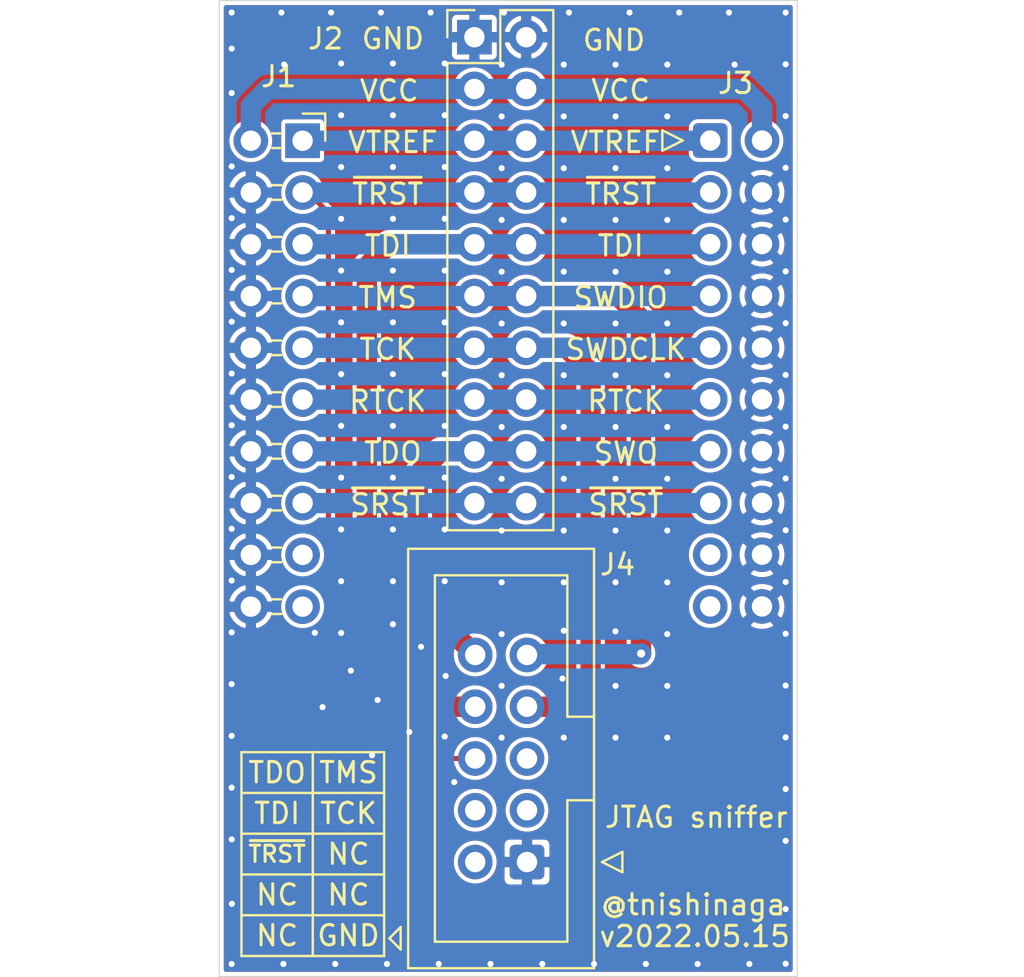
<source format=kicad_pcb>
(kicad_pcb (version 20171130) (host pcbnew "(5.1.10-1-10_14)")

  (general
    (thickness 1.6)
    (drawings 49)
    (tracks 221)
    (zones 0)
    (modules 4)
    (nets 11)
  )

  (page A4)
  (layers
    (0 F.Cu signal)
    (31 B.Cu signal)
    (32 B.Adhes user)
    (33 F.Adhes user)
    (34 B.Paste user)
    (35 F.Paste user)
    (36 B.SilkS user)
    (37 F.SilkS user)
    (38 B.Mask user)
    (39 F.Mask user)
    (40 Dwgs.User user)
    (41 Cmts.User user)
    (42 Eco1.User user)
    (43 Eco2.User user)
    (44 Edge.Cuts user)
    (45 Margin user)
    (46 B.CrtYd user)
    (47 F.CrtYd user)
    (48 B.Fab user)
    (49 F.Fab user)
  )

  (setup
    (last_trace_width 1)
    (user_trace_width 1)
    (trace_clearance 0.2)
    (zone_clearance 0.2)
    (zone_45_only no)
    (trace_min 0.2)
    (via_size 0.8)
    (via_drill 0.4)
    (via_min_size 0.4)
    (via_min_drill 0.3)
    (user_via 0.6 0.3)
    (uvia_size 0.3)
    (uvia_drill 0.1)
    (uvias_allowed no)
    (uvia_min_size 0.2)
    (uvia_min_drill 0.1)
    (edge_width 0.05)
    (segment_width 0.2)
    (pcb_text_width 0.3)
    (pcb_text_size 1.5 1.5)
    (mod_edge_width 0.12)
    (mod_text_size 1 1)
    (mod_text_width 0.15)
    (pad_size 1.524 1.524)
    (pad_drill 0.762)
    (pad_to_mask_clearance 0)
    (aux_axis_origin 0 0)
    (visible_elements FFFFFF7F)
    (pcbplotparams
      (layerselection 0x010fc_ffffffff)
      (usegerberextensions false)
      (usegerberattributes true)
      (usegerberadvancedattributes true)
      (creategerberjobfile true)
      (excludeedgelayer true)
      (linewidth 0.100000)
      (plotframeref false)
      (viasonmask false)
      (mode 1)
      (useauxorigin false)
      (hpglpennumber 1)
      (hpglpenspeed 20)
      (hpglpendiameter 15.000000)
      (psnegative false)
      (psa4output false)
      (plotreference true)
      (plotvalue true)
      (plotinvisibletext false)
      (padsonsilk false)
      (subtractmaskfromsilk false)
      (outputformat 1)
      (mirror false)
      (drillshape 1)
      (scaleselection 1)
      (outputdirectory ""))
  )

  (net 0 "")
  (net 1 GND)
  (net 2 /VCC)
  (net 3 /~SRST)
  (net 4 /TDO_SWO)
  (net 5 /RTCK)
  (net 6 /TCK_SWDCLK)
  (net 7 /TMS_SWDIO)
  (net 8 /TDI)
  (net 9 /~TRST)
  (net 10 /VTREF)

  (net_class Default "This is the default net class."
    (clearance 0.2)
    (trace_width 0.25)
    (via_dia 0.8)
    (via_drill 0.4)
    (uvia_dia 0.3)
    (uvia_drill 0.1)
    (add_net /RTCK)
    (add_net /TCK_SWDCLK)
    (add_net /TDI)
    (add_net /TDO_SWO)
    (add_net /TMS_SWDIO)
    (add_net /VCC)
    (add_net /VTREF)
    (add_net /~SRST)
    (add_net /~TRST)
    (add_net GND)
  )

  (module Connector_PinHeader_2.54mm:PinHeader_2x10_P2.54mm_Vertical (layer F.Cu) (tedit 59FED5CC) (tstamp 6298FE78)
    (at 158.43 94.92)
    (descr "Through hole straight pin header, 2x10, 2.54mm pitch, double rows")
    (tags "Through hole pin header THT 2x10 2.54mm double row")
    (path /6298EB54)
    (fp_text reference J2 (at -7.3 0.076) (layer F.SilkS)
      (effects (font (size 1 1) (thickness 0.15)))
    )
    (fp_text value Conn_02x10_Odd_Even (at 1.27 25.19) (layer F.Fab)
      (effects (font (size 1 1) (thickness 0.15)))
    )
    (fp_text user %R (at 1.27 11.43 90) (layer F.Fab)
      (effects (font (size 1 1) (thickness 0.15)))
    )
    (fp_line (start 0 -1.27) (end 3.81 -1.27) (layer F.Fab) (width 0.1))
    (fp_line (start 3.81 -1.27) (end 3.81 24.13) (layer F.Fab) (width 0.1))
    (fp_line (start 3.81 24.13) (end -1.27 24.13) (layer F.Fab) (width 0.1))
    (fp_line (start -1.27 24.13) (end -1.27 0) (layer F.Fab) (width 0.1))
    (fp_line (start -1.27 0) (end 0 -1.27) (layer F.Fab) (width 0.1))
    (fp_line (start -1.33 24.19) (end 3.87 24.19) (layer F.SilkS) (width 0.12))
    (fp_line (start -1.33 1.27) (end -1.33 24.19) (layer F.SilkS) (width 0.12))
    (fp_line (start 3.87 -1.33) (end 3.87 24.19) (layer F.SilkS) (width 0.12))
    (fp_line (start -1.33 1.27) (end 1.27 1.27) (layer F.SilkS) (width 0.12))
    (fp_line (start 1.27 1.27) (end 1.27 -1.33) (layer F.SilkS) (width 0.12))
    (fp_line (start 1.27 -1.33) (end 3.87 -1.33) (layer F.SilkS) (width 0.12))
    (fp_line (start -1.33 0) (end -1.33 -1.33) (layer F.SilkS) (width 0.12))
    (fp_line (start -1.33 -1.33) (end 0 -1.33) (layer F.SilkS) (width 0.12))
    (fp_line (start -1.8 -1.8) (end -1.8 24.65) (layer F.CrtYd) (width 0.05))
    (fp_line (start -1.8 24.65) (end 4.35 24.65) (layer F.CrtYd) (width 0.05))
    (fp_line (start 4.35 24.65) (end 4.35 -1.8) (layer F.CrtYd) (width 0.05))
    (fp_line (start 4.35 -1.8) (end -1.8 -1.8) (layer F.CrtYd) (width 0.05))
    (pad 20 thru_hole oval (at 2.54 22.86) (size 1.7 1.7) (drill 1) (layers *.Cu *.Mask)
      (net 3 /~SRST))
    (pad 19 thru_hole oval (at 0 22.86) (size 1.7 1.7) (drill 1) (layers *.Cu *.Mask)
      (net 3 /~SRST))
    (pad 18 thru_hole oval (at 2.54 20.32) (size 1.7 1.7) (drill 1) (layers *.Cu *.Mask)
      (net 4 /TDO_SWO))
    (pad 17 thru_hole oval (at 0 20.32) (size 1.7 1.7) (drill 1) (layers *.Cu *.Mask)
      (net 4 /TDO_SWO))
    (pad 16 thru_hole oval (at 2.54 17.78) (size 1.7 1.7) (drill 1) (layers *.Cu *.Mask)
      (net 5 /RTCK))
    (pad 15 thru_hole oval (at 0 17.78) (size 1.7 1.7) (drill 1) (layers *.Cu *.Mask)
      (net 5 /RTCK))
    (pad 14 thru_hole oval (at 2.54 15.24) (size 1.7 1.7) (drill 1) (layers *.Cu *.Mask)
      (net 6 /TCK_SWDCLK))
    (pad 13 thru_hole oval (at 0 15.24) (size 1.7 1.7) (drill 1) (layers *.Cu *.Mask)
      (net 6 /TCK_SWDCLK))
    (pad 12 thru_hole oval (at 2.54 12.7) (size 1.7 1.7) (drill 1) (layers *.Cu *.Mask)
      (net 7 /TMS_SWDIO))
    (pad 11 thru_hole oval (at 0 12.7) (size 1.7 1.7) (drill 1) (layers *.Cu *.Mask)
      (net 7 /TMS_SWDIO))
    (pad 10 thru_hole oval (at 2.54 10.16) (size 1.7 1.7) (drill 1) (layers *.Cu *.Mask)
      (net 8 /TDI))
    (pad 9 thru_hole oval (at 0 10.16) (size 1.7 1.7) (drill 1) (layers *.Cu *.Mask)
      (net 8 /TDI))
    (pad 8 thru_hole oval (at 2.54 7.62) (size 1.7 1.7) (drill 1) (layers *.Cu *.Mask)
      (net 9 /~TRST))
    (pad 7 thru_hole oval (at 0 7.62) (size 1.7 1.7) (drill 1) (layers *.Cu *.Mask)
      (net 9 /~TRST))
    (pad 6 thru_hole oval (at 2.54 5.08) (size 1.7 1.7) (drill 1) (layers *.Cu *.Mask)
      (net 10 /VTREF))
    (pad 5 thru_hole oval (at 0 5.08) (size 1.7 1.7) (drill 1) (layers *.Cu *.Mask)
      (net 10 /VTREF))
    (pad 4 thru_hole oval (at 2.54 2.54) (size 1.7 1.7) (drill 1) (layers *.Cu *.Mask)
      (net 2 /VCC))
    (pad 3 thru_hole oval (at 0 2.54) (size 1.7 1.7) (drill 1) (layers *.Cu *.Mask)
      (net 2 /VCC))
    (pad 2 thru_hole oval (at 2.54 0) (size 1.7 1.7) (drill 1) (layers *.Cu *.Mask)
      (net 1 GND))
    (pad 1 thru_hole rect (at 0 0) (size 1.7 1.7) (drill 1) (layers *.Cu *.Mask)
      (net 1 GND))
    (model ${KISYS3DMOD}/Connector_PinHeader_2.54mm.3dshapes/PinHeader_2x10_P2.54mm_Vertical.wrl
      (at (xyz 0 0 0))
      (scale (xyz 1 1 1))
      (rotate (xyz 0 0 0))
    )
  )

  (module Connector_IDC:IDC-Header_2x05_P2.54mm_Vertical (layer F.Cu) (tedit 5EAC9A07) (tstamp 6297BA41)
    (at 161.01 135.39 180)
    (descr "Through hole IDC box header, 2x05, 2.54mm pitch, DIN 41651 / IEC 60603-13, double rows, https://docs.google.com/spreadsheets/d/16SsEcesNF15N3Lb4niX7dcUr-NY5_MFPQhobNuNppn4/edit#gid=0")
    (tags "Through hole vertical IDC box header THT 2x05 2.54mm double row")
    (path /62979F47)
    (fp_text reference J4 (at -4.44 14.59) (layer F.SilkS)
      (effects (font (size 1 1) (thickness 0.15)))
    )
    (fp_text value BusPirateConn (at 1.27 16.26) (layer F.Fab)
      (effects (font (size 1 1) (thickness 0.15)))
    )
    (fp_text user %R (at 1.27 5.08 90) (layer F.Fab)
      (effects (font (size 1 1) (thickness 0.15)))
    )
    (fp_line (start -3.18 -4.1) (end -2.18 -5.1) (layer F.Fab) (width 0.1))
    (fp_line (start -2.18 -5.1) (end 5.72 -5.1) (layer F.Fab) (width 0.1))
    (fp_line (start 5.72 -5.1) (end 5.72 15.26) (layer F.Fab) (width 0.1))
    (fp_line (start 5.72 15.26) (end -3.18 15.26) (layer F.Fab) (width 0.1))
    (fp_line (start -3.18 15.26) (end -3.18 -4.1) (layer F.Fab) (width 0.1))
    (fp_line (start -3.18 3.03) (end -1.98 3.03) (layer F.Fab) (width 0.1))
    (fp_line (start -1.98 3.03) (end -1.98 -3.91) (layer F.Fab) (width 0.1))
    (fp_line (start -1.98 -3.91) (end 4.52 -3.91) (layer F.Fab) (width 0.1))
    (fp_line (start 4.52 -3.91) (end 4.52 14.07) (layer F.Fab) (width 0.1))
    (fp_line (start 4.52 14.07) (end -1.98 14.07) (layer F.Fab) (width 0.1))
    (fp_line (start -1.98 14.07) (end -1.98 7.13) (layer F.Fab) (width 0.1))
    (fp_line (start -1.98 7.13) (end -1.98 7.13) (layer F.Fab) (width 0.1))
    (fp_line (start -1.98 7.13) (end -3.18 7.13) (layer F.Fab) (width 0.1))
    (fp_line (start -3.29 -5.21) (end 5.83 -5.21) (layer F.SilkS) (width 0.12))
    (fp_line (start 5.83 -5.21) (end 5.83 15.37) (layer F.SilkS) (width 0.12))
    (fp_line (start 5.83 15.37) (end -3.29 15.37) (layer F.SilkS) (width 0.12))
    (fp_line (start -3.29 15.37) (end -3.29 -5.21) (layer F.SilkS) (width 0.12))
    (fp_line (start -3.29 3.03) (end -1.98 3.03) (layer F.SilkS) (width 0.12))
    (fp_line (start -1.98 3.03) (end -1.98 -3.91) (layer F.SilkS) (width 0.12))
    (fp_line (start -1.98 -3.91) (end 4.52 -3.91) (layer F.SilkS) (width 0.12))
    (fp_line (start 4.52 -3.91) (end 4.52 14.07) (layer F.SilkS) (width 0.12))
    (fp_line (start 4.52 14.07) (end -1.98 14.07) (layer F.SilkS) (width 0.12))
    (fp_line (start -1.98 14.07) (end -1.98 7.13) (layer F.SilkS) (width 0.12))
    (fp_line (start -1.98 7.13) (end -1.98 7.13) (layer F.SilkS) (width 0.12))
    (fp_line (start -1.98 7.13) (end -3.29 7.13) (layer F.SilkS) (width 0.12))
    (fp_line (start -3.68 0) (end -4.68 -0.5) (layer F.SilkS) (width 0.12))
    (fp_line (start -4.68 -0.5) (end -4.68 0.5) (layer F.SilkS) (width 0.12))
    (fp_line (start -4.68 0.5) (end -3.68 0) (layer F.SilkS) (width 0.12))
    (fp_line (start -3.68 -5.6) (end -3.68 15.76) (layer F.CrtYd) (width 0.05))
    (fp_line (start -3.68 15.76) (end 6.22 15.76) (layer F.CrtYd) (width 0.05))
    (fp_line (start 6.22 15.76) (end 6.22 -5.6) (layer F.CrtYd) (width 0.05))
    (fp_line (start 6.22 -5.6) (end -3.68 -5.6) (layer F.CrtYd) (width 0.05))
    (pad 10 thru_hole circle (at 2.54 10.16 180) (size 1.7 1.7) (drill 1) (layers *.Cu *.Mask)
      (net 4 /TDO_SWO))
    (pad 8 thru_hole circle (at 2.54 7.62 180) (size 1.7 1.7) (drill 1) (layers *.Cu *.Mask)
      (net 8 /TDI))
    (pad 6 thru_hole circle (at 2.54 5.08 180) (size 1.7 1.7) (drill 1) (layers *.Cu *.Mask)
      (net 9 /~TRST))
    (pad 4 thru_hole circle (at 2.54 2.54 180) (size 1.7 1.7) (drill 1) (layers *.Cu *.Mask))
    (pad 2 thru_hole circle (at 2.54 0 180) (size 1.7 1.7) (drill 1) (layers *.Cu *.Mask))
    (pad 9 thru_hole circle (at 0 10.16 180) (size 1.7 1.7) (drill 1) (layers *.Cu *.Mask)
      (net 7 /TMS_SWDIO))
    (pad 7 thru_hole circle (at 0 7.62 180) (size 1.7 1.7) (drill 1) (layers *.Cu *.Mask)
      (net 6 /TCK_SWDCLK))
    (pad 5 thru_hole circle (at 0 5.08 180) (size 1.7 1.7) (drill 1) (layers *.Cu *.Mask))
    (pad 3 thru_hole circle (at 0 2.54 180) (size 1.7 1.7) (drill 1) (layers *.Cu *.Mask))
    (pad 1 thru_hole roundrect (at 0 0 180) (size 1.7 1.7) (drill 1) (layers *.Cu *.Mask) (roundrect_rratio 0.147059)
      (net 1 GND))
    (model ${KISYS3DMOD}/Connector_IDC.3dshapes/IDC-Header_2x05_P2.54mm_Vertical.wrl
      (at (xyz 0 0 0))
      (scale (xyz 1 1 1))
      (rotate (xyz 0 0 0))
    )
  )

  (module Connector_IDC:IDC-Header_2x10_P2.54mm_Horizontal (layer F.Cu) (tedit 6280D279) (tstamp 6297C053)
    (at 170 99.99)
    (descr "Through hole IDC box header, 2x10, 2.54mm pitch, DIN 41651 / IEC 60603-13, double rows, https://docs.google.com/spreadsheets/d/16SsEcesNF15N3Lb4niX7dcUr-NY5_MFPQhobNuNppn4/edit#gid=0")
    (tags "Through hole horizontal IDC box header THT 2x10 2.54mm double row")
    (path /6280E883)
    (fp_text reference J3 (at 1.24 -2.81) (layer F.SilkS)
      (effects (font (size 1 1) (thickness 0.15)))
    )
    (fp_text value Conn_ARM_JTAG_SWD_20 (at 6.215 28.96) (layer F.Fab)
      (effects (font (size 1 1) (thickness 0.15)))
    )
    (fp_line (start 13.78 -5.6) (end -1.35 -5.6) (layer F.CrtYd) (width 0.05))
    (fp_line (start 13.78 28.46) (end 13.78 -5.6) (layer F.CrtYd) (width 0.05))
    (fp_line (start -1.35 28.46) (end 13.78 28.46) (layer F.CrtYd) (width 0.05))
    (fp_line (start -1.35 -5.6) (end -1.35 28.46) (layer F.CrtYd) (width 0.05))
    (fp_line (start -2.35 0.5) (end -1.35 0) (layer F.SilkS) (width 0.12))
    (fp_line (start -2.35 -0.5) (end -2.35 0.5) (layer F.SilkS) (width 0.12))
    (fp_line (start -1.35 0) (end -2.35 -0.5) (layer F.SilkS) (width 0.12))
    (fp_line (start 4.38 27.96) (end 4.38 -4.1) (layer F.Fab) (width 0.1))
    (fp_line (start 13.28 27.96) (end 4.38 27.96) (layer F.Fab) (width 0.1))
    (fp_line (start 13.28 -5.1) (end 13.28 27.96) (layer F.Fab) (width 0.1))
    (fp_line (start 5.38 -5.1) (end 13.28 -5.1) (layer F.Fab) (width 0.1))
    (fp_line (start -0.32 23.18) (end 4.38 23.18) (layer F.Fab) (width 0.1))
    (fp_line (start -0.32 22.54) (end -0.32 23.18) (layer F.Fab) (width 0.1))
    (fp_line (start 4.38 22.54) (end -0.32 22.54) (layer F.Fab) (width 0.1))
    (fp_line (start -0.32 20.64) (end 4.38 20.64) (layer F.Fab) (width 0.1))
    (fp_line (start -0.32 20) (end -0.32 20.64) (layer F.Fab) (width 0.1))
    (fp_line (start 4.38 20) (end -0.32 20) (layer F.Fab) (width 0.1))
    (fp_line (start -0.32 18.1) (end 4.38 18.1) (layer F.Fab) (width 0.1))
    (fp_line (start -0.32 17.46) (end -0.32 18.1) (layer F.Fab) (width 0.1))
    (fp_line (start 4.38 17.46) (end -0.32 17.46) (layer F.Fab) (width 0.1))
    (fp_line (start -0.32 15.56) (end 4.38 15.56) (layer F.Fab) (width 0.1))
    (fp_line (start -0.32 14.92) (end -0.32 15.56) (layer F.Fab) (width 0.1))
    (fp_line (start 4.38 14.92) (end -0.32 14.92) (layer F.Fab) (width 0.1))
    (fp_line (start -0.32 13.02) (end 4.38 13.02) (layer F.Fab) (width 0.1))
    (fp_line (start -0.32 12.38) (end -0.32 13.02) (layer F.Fab) (width 0.1))
    (fp_line (start 4.38 12.38) (end -0.32 12.38) (layer F.Fab) (width 0.1))
    (fp_line (start -0.32 10.48) (end 4.38 10.48) (layer F.Fab) (width 0.1))
    (fp_line (start -0.32 9.84) (end -0.32 10.48) (layer F.Fab) (width 0.1))
    (fp_line (start 4.38 9.84) (end -0.32 9.84) (layer F.Fab) (width 0.1))
    (fp_line (start -0.32 7.94) (end 4.38 7.94) (layer F.Fab) (width 0.1))
    (fp_line (start -0.32 7.3) (end -0.32 7.94) (layer F.Fab) (width 0.1))
    (fp_line (start 4.38 7.3) (end -0.32 7.3) (layer F.Fab) (width 0.1))
    (fp_line (start -0.32 5.4) (end 4.38 5.4) (layer F.Fab) (width 0.1))
    (fp_line (start -0.32 4.76) (end -0.32 5.4) (layer F.Fab) (width 0.1))
    (fp_line (start 4.38 4.76) (end -0.32 4.76) (layer F.Fab) (width 0.1))
    (fp_line (start -0.32 2.86) (end 4.38 2.86) (layer F.Fab) (width 0.1))
    (fp_line (start -0.32 2.22) (end -0.32 2.86) (layer F.Fab) (width 0.1))
    (fp_line (start 4.38 2.22) (end -0.32 2.22) (layer F.Fab) (width 0.1))
    (fp_line (start -0.32 0.32) (end 4.38 0.32) (layer F.Fab) (width 0.1))
    (fp_line (start -0.32 -0.32) (end -0.32 0.32) (layer F.Fab) (width 0.1))
    (fp_line (start 4.38 -0.32) (end -0.32 -0.32) (layer F.Fab) (width 0.1))
    (fp_line (start 4.38 13.48) (end 13.28 13.48) (layer F.Fab) (width 0.1))
    (fp_line (start 4.38 9.38) (end 13.28 9.38) (layer F.Fab) (width 0.1))
    (fp_line (start 4.38 -4.1) (end 5.38 -5.1) (layer F.Fab) (width 0.1))
    (fp_text user %R (at 8.83 11.43 90) (layer F.Fab)
      (effects (font (size 1 1) (thickness 0.15)))
    )
    (pad 1 thru_hole roundrect (at 0 0) (size 1.7 1.7) (drill 1) (layers *.Cu *.Mask) (roundrect_rratio 0.147059)
      (net 10 /VTREF))
    (pad 3 thru_hole circle (at 0 2.54) (size 1.7 1.7) (drill 1) (layers *.Cu *.Mask)
      (net 9 /~TRST))
    (pad 5 thru_hole circle (at 0 5.08) (size 1.7 1.7) (drill 1) (layers *.Cu *.Mask)
      (net 8 /TDI))
    (pad 7 thru_hole circle (at 0 7.62) (size 1.7 1.7) (drill 1) (layers *.Cu *.Mask)
      (net 7 /TMS_SWDIO))
    (pad 9 thru_hole circle (at 0 10.16) (size 1.7 1.7) (drill 1) (layers *.Cu *.Mask)
      (net 6 /TCK_SWDCLK))
    (pad 11 thru_hole circle (at 0 12.7) (size 1.7 1.7) (drill 1) (layers *.Cu *.Mask)
      (net 5 /RTCK))
    (pad 13 thru_hole circle (at 0 15.24) (size 1.7 1.7) (drill 1) (layers *.Cu *.Mask)
      (net 4 /TDO_SWO))
    (pad 15 thru_hole circle (at 0 17.78) (size 1.7 1.7) (drill 1) (layers *.Cu *.Mask)
      (net 3 /~SRST))
    (pad 17 thru_hole circle (at 0 20.32) (size 1.7 1.7) (drill 1) (layers *.Cu *.Mask))
    (pad 19 thru_hole circle (at 0 22.86) (size 1.7 1.7) (drill 1) (layers *.Cu *.Mask))
    (pad 2 thru_hole circle (at 2.54 0) (size 1.7 1.7) (drill 1) (layers *.Cu *.Mask)
      (net 2 /VCC))
    (pad 4 thru_hole circle (at 2.54 2.54) (size 1.7 1.7) (drill 1) (layers *.Cu *.Mask)
      (net 1 GND))
    (pad 6 thru_hole circle (at 2.54 5.08) (size 1.7 1.7) (drill 1) (layers *.Cu *.Mask)
      (net 1 GND))
    (pad 8 thru_hole circle (at 2.54 7.62) (size 1.7 1.7) (drill 1) (layers *.Cu *.Mask)
      (net 1 GND))
    (pad 10 thru_hole circle (at 2.54 10.16) (size 1.7 1.7) (drill 1) (layers *.Cu *.Mask)
      (net 1 GND))
    (pad 12 thru_hole circle (at 2.54 12.7) (size 1.7 1.7) (drill 1) (layers *.Cu *.Mask)
      (net 1 GND))
    (pad 14 thru_hole circle (at 2.54 15.24) (size 1.7 1.7) (drill 1) (layers *.Cu *.Mask)
      (net 1 GND))
    (pad 16 thru_hole circle (at 2.54 17.78) (size 1.7 1.7) (drill 1) (layers *.Cu *.Mask)
      (net 1 GND))
    (pad 18 thru_hole circle (at 2.54 20.32) (size 1.7 1.7) (drill 1) (layers *.Cu *.Mask)
      (net 1 GND))
    (pad 20 thru_hole circle (at 2.54 22.86) (size 1.7 1.7) (drill 1) (layers *.Cu *.Mask)
      (net 1 GND))
    (model ${KISYS3DMOD}/Connector_IDC.3dshapes/IDC-Header_2x10_P2.54mm_Horizontal.wrl
      (at (xyz 0 0 0))
      (scale (xyz 1 1 1))
      (rotate (xyz 0 0 0))
    )
  )

  (module Connector_PinSocket_2.54mm:PinSocket_2x10_P2.54mm_Horizontal (layer F.Cu) (tedit 6280D220) (tstamp 6280F1E7)
    (at 150 100)
    (descr "Through hole angled socket strip, 2x10, 2.54mm pitch, 8.51mm socket length, double cols (from Kicad 4.0.7), script generated")
    (tags "Through hole angled socket strip THT 2x10 2.54mm double row")
    (path /6280BFD3)
    (fp_text reference J1 (at -1.17 -3.15) (layer F.SilkS)
      (effects (font (size 1 1) (thickness 0.15)))
    )
    (fp_text value Conn_ARM_JTAG_SWD_20 (at -5.65 25.63) (layer F.Fab)
      (effects (font (size 1 1) (thickness 0.15)))
    )
    (fp_line (start 0 -0.3) (end -4.06 -0.3) (layer F.Fab) (width 0.1))
    (fp_line (start -4.06 0.3) (end 0 0.3) (layer F.Fab) (width 0.1))
    (fp_line (start 0 0.3) (end 0 -0.3) (layer F.Fab) (width 0.1))
    (fp_line (start 0 2.24) (end -4.06 2.24) (layer F.Fab) (width 0.1))
    (fp_line (start -4.06 2.84) (end 0 2.84) (layer F.Fab) (width 0.1))
    (fp_line (start 0 2.84) (end 0 2.24) (layer F.Fab) (width 0.1))
    (fp_line (start 0 4.78) (end -4.06 4.78) (layer F.Fab) (width 0.1))
    (fp_line (start -4.06 5.38) (end 0 5.38) (layer F.Fab) (width 0.1))
    (fp_line (start 0 5.38) (end 0 4.78) (layer F.Fab) (width 0.1))
    (fp_line (start 0 7.32) (end -4.06 7.32) (layer F.Fab) (width 0.1))
    (fp_line (start -4.06 7.92) (end 0 7.92) (layer F.Fab) (width 0.1))
    (fp_line (start 0 7.92) (end 0 7.32) (layer F.Fab) (width 0.1))
    (fp_line (start 0 9.86) (end -4.06 9.86) (layer F.Fab) (width 0.1))
    (fp_line (start -4.06 10.46) (end 0 10.46) (layer F.Fab) (width 0.1))
    (fp_line (start 0 10.46) (end 0 9.86) (layer F.Fab) (width 0.1))
    (fp_line (start 0 12.4) (end -4.06 12.4) (layer F.Fab) (width 0.1))
    (fp_line (start -4.06 13) (end 0 13) (layer F.Fab) (width 0.1))
    (fp_line (start 0 13) (end 0 12.4) (layer F.Fab) (width 0.1))
    (fp_line (start 0 14.94) (end -4.06 14.94) (layer F.Fab) (width 0.1))
    (fp_line (start -4.06 15.54) (end 0 15.54) (layer F.Fab) (width 0.1))
    (fp_line (start 0 15.54) (end 0 14.94) (layer F.Fab) (width 0.1))
    (fp_line (start 0 17.48) (end -4.06 17.48) (layer F.Fab) (width 0.1))
    (fp_line (start -4.06 18.08) (end 0 18.08) (layer F.Fab) (width 0.1))
    (fp_line (start 0 18.08) (end 0 17.48) (layer F.Fab) (width 0.1))
    (fp_line (start 0 20.02) (end -4.06 20.02) (layer F.Fab) (width 0.1))
    (fp_line (start -4.06 20.62) (end 0 20.62) (layer F.Fab) (width 0.1))
    (fp_line (start 0 20.62) (end 0 20.02) (layer F.Fab) (width 0.1))
    (fp_line (start 0 22.56) (end -4.06 22.56) (layer F.Fab) (width 0.1))
    (fp_line (start -4.06 23.16) (end 0 23.16) (layer F.Fab) (width 0.1))
    (fp_line (start 0 23.16) (end 0 22.56) (layer F.Fab) (width 0.1))
    (fp_line (start -1.49 -0.36) (end -1.11 -0.36) (layer F.SilkS) (width 0.12))
    (fp_line (start -1.49 0.36) (end -1.11 0.36) (layer F.SilkS) (width 0.12))
    (fp_line (start -1.49 2.18) (end -1.05 2.18) (layer F.SilkS) (width 0.12))
    (fp_line (start -1.49 2.9) (end -1.05 2.9) (layer F.SilkS) (width 0.12))
    (fp_line (start -1.49 4.72) (end -1.05 4.72) (layer F.SilkS) (width 0.12))
    (fp_line (start -1.49 5.44) (end -1.05 5.44) (layer F.SilkS) (width 0.12))
    (fp_line (start -1.49 7.26) (end -1.05 7.26) (layer F.SilkS) (width 0.12))
    (fp_line (start -1.49 7.98) (end -1.05 7.98) (layer F.SilkS) (width 0.12))
    (fp_line (start -1.49 9.8) (end -1.05 9.8) (layer F.SilkS) (width 0.12))
    (fp_line (start -1.49 10.52) (end -1.05 10.52) (layer F.SilkS) (width 0.12))
    (fp_line (start -1.49 12.34) (end -1.05 12.34) (layer F.SilkS) (width 0.12))
    (fp_line (start -1.49 13.06) (end -1.05 13.06) (layer F.SilkS) (width 0.12))
    (fp_line (start -1.49 14.88) (end -1.05 14.88) (layer F.SilkS) (width 0.12))
    (fp_line (start -1.49 15.6) (end -1.05 15.6) (layer F.SilkS) (width 0.12))
    (fp_line (start -1.49 17.42) (end -1.05 17.42) (layer F.SilkS) (width 0.12))
    (fp_line (start -1.49 18.14) (end -1.05 18.14) (layer F.SilkS) (width 0.12))
    (fp_line (start -1.49 19.96) (end -1.05 19.96) (layer F.SilkS) (width 0.12))
    (fp_line (start -1.49 20.68) (end -1.05 20.68) (layer F.SilkS) (width 0.12))
    (fp_line (start -1.49 22.5) (end -1.05 22.5) (layer F.SilkS) (width 0.12))
    (fp_line (start -1.49 23.22) (end -1.05 23.22) (layer F.SilkS) (width 0.12))
    (fp_line (start 1.11 -1.33) (end 1.11 0) (layer F.SilkS) (width 0.12))
    (fp_line (start 0 -1.33) (end 1.11 -1.33) (layer F.SilkS) (width 0.12))
    (fp_line (start 1.8 -1.75) (end -13.05 -1.75) (layer F.CrtYd) (width 0.05))
    (fp_line (start -13.05 -1.75) (end -13.05 24.65) (layer F.CrtYd) (width 0.05))
    (fp_line (start -13.05 24.65) (end 1.8 24.65) (layer F.CrtYd) (width 0.05))
    (fp_line (start 1.8 24.65) (end 1.8 -1.75) (layer F.CrtYd) (width 0.05))
    (pad 20 thru_hole oval (at -2.54 22.86) (size 1.7 1.7) (drill 1) (layers *.Cu *.Mask)
      (net 1 GND))
    (pad 19 thru_hole oval (at 0 22.86) (size 1.7 1.7) (drill 1) (layers *.Cu *.Mask))
    (pad 18 thru_hole oval (at -2.54 20.32) (size 1.7 1.7) (drill 1) (layers *.Cu *.Mask)
      (net 1 GND))
    (pad 17 thru_hole oval (at 0 20.32) (size 1.7 1.7) (drill 1) (layers *.Cu *.Mask))
    (pad 16 thru_hole oval (at -2.54 17.78) (size 1.7 1.7) (drill 1) (layers *.Cu *.Mask)
      (net 1 GND))
    (pad 15 thru_hole oval (at 0 17.78) (size 1.7 1.7) (drill 1) (layers *.Cu *.Mask)
      (net 3 /~SRST))
    (pad 14 thru_hole oval (at -2.54 15.24) (size 1.7 1.7) (drill 1) (layers *.Cu *.Mask)
      (net 1 GND))
    (pad 13 thru_hole oval (at 0 15.24) (size 1.7 1.7) (drill 1) (layers *.Cu *.Mask)
      (net 4 /TDO_SWO))
    (pad 12 thru_hole oval (at -2.54 12.7) (size 1.7 1.7) (drill 1) (layers *.Cu *.Mask)
      (net 1 GND))
    (pad 11 thru_hole oval (at 0 12.7) (size 1.7 1.7) (drill 1) (layers *.Cu *.Mask)
      (net 5 /RTCK))
    (pad 10 thru_hole oval (at -2.54 10.16) (size 1.7 1.7) (drill 1) (layers *.Cu *.Mask)
      (net 1 GND))
    (pad 9 thru_hole oval (at 0 10.16) (size 1.7 1.7) (drill 1) (layers *.Cu *.Mask)
      (net 6 /TCK_SWDCLK))
    (pad 8 thru_hole oval (at -2.54 7.62) (size 1.7 1.7) (drill 1) (layers *.Cu *.Mask)
      (net 1 GND))
    (pad 7 thru_hole oval (at 0 7.62) (size 1.7 1.7) (drill 1) (layers *.Cu *.Mask)
      (net 7 /TMS_SWDIO))
    (pad 6 thru_hole oval (at -2.54 5.08) (size 1.7 1.7) (drill 1) (layers *.Cu *.Mask)
      (net 1 GND))
    (pad 5 thru_hole oval (at 0 5.08) (size 1.7 1.7) (drill 1) (layers *.Cu *.Mask)
      (net 8 /TDI))
    (pad 4 thru_hole oval (at -2.54 2.54) (size 1.7 1.7) (drill 1) (layers *.Cu *.Mask)
      (net 1 GND))
    (pad 3 thru_hole oval (at 0 2.54) (size 1.7 1.7) (drill 1) (layers *.Cu *.Mask)
      (net 9 /~TRST))
    (pad 2 thru_hole oval (at -2.54 0) (size 1.7 1.7) (drill 1) (layers *.Cu *.Mask)
      (net 2 /VCC))
    (pad 1 thru_hole rect (at 0 0) (size 1.7 1.7) (drill 1) (layers *.Cu *.Mask)
      (net 10 /VTREF))
    (model ${KISYS3DMOD}/Connector_PinSocket_2.54mm.3dshapes/PinSocket_2x10_P2.54mm_Horizontal.wrl
      (at (xyz 0 0 0))
      (scale (xyz 1 1 1))
      (rotate (xyz 0 0 0))
    )
  )

  (gr_line (start 154.81 138.58) (end 154.81 139.68) (layer F.SilkS) (width 0.12))
  (gr_line (start 154.26 139.13) (end 154.81 138.58) (layer F.SilkS) (width 0.12))
  (gr_line (start 154.81 139.68) (end 154.26 139.13) (layer F.SilkS) (width 0.12))
  (gr_text GND (at 152.25 139) (layer F.SilkS) (tstamp 6298F9CC)
    (effects (font (size 1 1) (thickness 0.15)))
  )
  (gr_text NC (at 148.75 139) (layer F.SilkS) (tstamp 6298F9CA)
    (effects (font (size 1 1) (thickness 0.15)))
  )
  (gr_text NC (at 152.25 137) (layer F.SilkS) (tstamp 6298F9C8)
    (effects (font (size 1 1) (thickness 0.15)))
  )
  (gr_text NC (at 148.75 137) (layer F.SilkS) (tstamp 6298F9C6)
    (effects (font (size 1 1) (thickness 0.15)))
  )
  (gr_text NC (at 152.25 135) (layer F.SilkS) (tstamp 6298F9C4)
    (effects (font (size 1 1) (thickness 0.15)))
  )
  (gr_text ~TRST (at 148.75 135) (layer F.SilkS) (tstamp 6298F9C2)
    (effects (font (size 0.8 0.8) (thickness 0.15)))
  )
  (gr_text TCK (at 152.25 133) (layer F.SilkS) (tstamp 6298F9C0)
    (effects (font (size 1 1) (thickness 0.15)))
  )
  (gr_text TDI (at 148.75 133) (layer F.SilkS) (tstamp 6298F9BE)
    (effects (font (size 1 1) (thickness 0.15)))
  )
  (gr_text TMS (at 152.25 131) (layer F.SilkS) (tstamp 6298F9BC)
    (effects (font (size 1 1) (thickness 0.15)))
  )
  (gr_line (start 147 138) (end 154 138) (layer F.SilkS) (width 0.12) (tstamp 6298F986))
  (gr_line (start 147 136) (end 154 136) (layer F.SilkS) (width 0.12) (tstamp 6298F984))
  (gr_line (start 147 134) (end 154 134) (layer F.SilkS) (width 0.12) (tstamp 6298F982))
  (gr_line (start 147 132) (end 154 132) (layer F.SilkS) (width 0.12) (tstamp 6298F980))
  (gr_line (start 150.5 130) (end 150.5 140) (layer F.SilkS) (width 0.12))
  (gr_line (start 147 130) (end 147 140) (layer F.SilkS) (width 0.12))
  (gr_line (start 154 140) (end 147 140) (layer F.SilkS) (width 0.12))
  (gr_line (start 154 130) (end 154 140) (layer F.SilkS) (width 0.12))
  (gr_line (start 147 130) (end 154 130) (layer F.SilkS) (width 0.12) (tstamp 6298F960))
  (gr_text TDO (at 148.75 131) (layer F.SilkS)
    (effects (font (size 1 1) (thickness 0.15)))
  )
  (gr_line (start 145.91 141) (end 174.27 141) (layer Edge.Cuts) (width 0.05) (tstamp 6297C2CD))
  (gr_line (start 174.27 93.12) (end 174.27 141) (layer Edge.Cuts) (width 0.05))
  (gr_text @tnishinaga (at 169.16 137.48) (layer F.SilkS)
    (effects (font (size 1 1) (thickness 0.15)))
  )
  (gr_text v2022.05.15 (at 169.24 139.04) (layer F.SilkS) (tstamp 6298F905)
    (effects (font (size 1 1) (thickness 0.15)))
  )
  (gr_text "JTAG sniffer" (at 169.32 133.19) (layer F.SilkS)
    (effects (font (size 1 1) (thickness 0.15)))
  )
  (gr_line (start 174.27 93.12) (end 145.91 93.12) (layer Edge.Cuts) (width 0.05) (tstamp 6280F3F6))
  (gr_text GND (at 165.28 95.066) (layer F.SilkS) (tstamp 6280F3E1)
    (effects (font (size 1 1) (thickness 0.15)))
  )
  (gr_text ~SRST (at 165.862 117.856) (layer F.SilkS)
    (effects (font (size 1 1) (thickness 0.15)))
  )
  (gr_text RTCK (at 165.862 112.776) (layer F.SilkS)
    (effects (font (size 1 1) (thickness 0.15)))
  )
  (gr_text VCC (at 165.608 97.536) (layer F.SilkS)
    (effects (font (size 1 1) (thickness 0.15)))
  )
  (gr_text VTREF (at 165.354 100.076) (layer F.SilkS)
    (effects (font (size 1 1) (thickness 0.15)))
  )
  (gr_text ~TRST (at 165.608 102.616) (layer F.SilkS)
    (effects (font (size 1 1) (thickness 0.15)))
  )
  (gr_text TDI (at 165.608 105.156) (layer F.SilkS)
    (effects (font (size 1 1) (thickness 0.15)))
  )
  (gr_text SWDIO (at 165.608 107.696) (layer F.SilkS)
    (effects (font (size 1 1) (thickness 0.15)))
  )
  (gr_text SWDCLK (at 165.862 110.236) (layer F.SilkS)
    (effects (font (size 1 1) (thickness 0.15)))
  )
  (gr_text SWO (at 165.862 115.316) (layer F.SilkS)
    (effects (font (size 1 1) (thickness 0.15)))
  )
  (gr_text ~SRST (at 154.178 117.856) (layer F.SilkS)
    (effects (font (size 1 1) (thickness 0.15)))
  )
  (gr_text TDO (at 154.432 115.316) (layer F.SilkS)
    (effects (font (size 1 1) (thickness 0.15)))
  )
  (gr_text RTCK (at 154.178 112.776) (layer F.SilkS)
    (effects (font (size 1 1) (thickness 0.15)))
  )
  (gr_text TCK (at 154.178 110.236) (layer F.SilkS)
    (effects (font (size 1 1) (thickness 0.15)))
  )
  (gr_text TMS (at 154.178 107.696) (layer F.SilkS)
    (effects (font (size 1 1) (thickness 0.15)))
  )
  (gr_text TDI (at 154.178 105.156) (layer F.SilkS)
    (effects (font (size 1 1) (thickness 0.15)))
  )
  (gr_text ~TRST (at 154.178 102.616) (layer F.SilkS)
    (effects (font (size 1 1) (thickness 0.15)))
  )
  (gr_text VTREF (at 154.432 100.076) (layer F.SilkS)
    (effects (font (size 1 1) (thickness 0.15)))
  )
  (gr_text VCC (at 154.25 97.55) (layer F.SilkS)
    (effects (font (size 1 1) (thickness 0.15)))
  )
  (gr_text GND (at 154.432 94.996) (layer F.SilkS)
    (effects (font (size 1 1) (thickness 0.15)))
  )
  (gr_line (start 145.91 93.12) (end 145.91 141) (layer Edge.Cuts) (width 0.05) (tstamp 6280E9B5))

  (via (at 146.52 93.71) (size 0.6) (drill 0.3) (layers F.Cu B.Cu) (net 1) (tstamp 6280ECCC))
  (via (at 146.52 95.48) (size 0.6) (drill 0.3) (layers F.Cu B.Cu) (net 1) (tstamp 6280ECCE))
  (via (at 146.52 101.26) (size 0.6) (drill 0.3) (layers F.Cu B.Cu) (net 1) (tstamp 6280ECD2))
  (via (at 146.52 103.8) (size 0.6) (drill 0.3) (layers F.Cu B.Cu) (net 1) (tstamp 6280ECD4))
  (via (at 146.52 106.34) (size 0.6) (drill 0.3) (layers F.Cu B.Cu) (net 1) (tstamp 6280ECD6))
  (via (at 146.52 108.88) (size 0.6) (drill 0.3) (layers F.Cu B.Cu) (net 1) (tstamp 6280ECD8))
  (via (at 146.52 111.42) (size 0.6) (drill 0.3) (layers F.Cu B.Cu) (net 1) (tstamp 6280ECDA))
  (via (at 146.52 113.96) (size 0.6) (drill 0.3) (layers F.Cu B.Cu) (net 1) (tstamp 6280ECDC))
  (via (at 146.52 116.5) (size 0.6) (drill 0.3) (layers F.Cu B.Cu) (net 1) (tstamp 6280ECDE))
  (via (at 146.52 119.04) (size 0.6) (drill 0.3) (layers F.Cu B.Cu) (net 1) (tstamp 6280ECE0))
  (via (at 146.52 121.58) (size 0.6) (drill 0.3) (layers F.Cu B.Cu) (net 1) (tstamp 6280ECE2))
  (via (at 146.52 124.12) (size 0.6) (drill 0.3) (layers F.Cu B.Cu) (net 1) (tstamp 6280ECE4))
  (via (at 148.96 93.71) (size 0.6) (drill 0.3) (layers F.Cu B.Cu) (net 1) (tstamp 6280EFA4))
  (via (at 151.4 93.71) (size 0.6) (drill 0.3) (layers F.Cu B.Cu) (net 1) (tstamp 6280EFA6))
  (via (at 153.84 93.71) (size 0.6) (drill 0.3) (layers F.Cu B.Cu) (net 1) (tstamp 6280EFA8))
  (via (at 156.28 93.71) (size 0.6) (drill 0.3) (layers F.Cu B.Cu) (net 1) (tstamp 6280EFAA))
  (via (at 163.068 93.71) (size 0.6) (drill 0.3) (layers F.Cu B.Cu) (net 1) (tstamp 6280EFB0))
  (via (at 166.04 93.71) (size 0.6) (drill 0.3) (layers F.Cu B.Cu) (net 1) (tstamp 6280EFB2))
  (via (at 168.48 93.71) (size 0.6) (drill 0.3) (layers F.Cu B.Cu) (net 1) (tstamp 6280EFB4))
  (via (at 170.92 93.71) (size 0.6) (drill 0.3) (layers F.Cu B.Cu) (net 1) (tstamp 6280EFB6))
  (via (at 159.88 93.71) (size 0.6) (drill 0.3) (layers F.Cu B.Cu) (net 1) (tstamp 6280EFAE))
  (via (at 146.52 97.66) (size 0.6) (drill 0.3) (layers F.Cu B.Cu) (net 1) (tstamp 6280ECD0))
  (via (at 151.892 96.21) (size 0.6) (drill 0.3) (layers F.Cu B.Cu) (net 1) (tstamp 6281666E))
  (via (at 154.432 96.21) (size 0.6) (drill 0.3) (layers F.Cu B.Cu) (net 1) (tstamp 62816B4C))
  (via (at 156.972 96.21) (size 0.6) (drill 0.3) (layers F.Cu B.Cu) (net 1) (tstamp 62816B4E))
  (via (at 151.892 98.75) (size 0.6) (drill 0.3) (layers F.Cu B.Cu) (net 1) (tstamp 62816B50))
  (via (at 154.432 98.75) (size 0.6) (drill 0.3) (layers F.Cu B.Cu) (net 1) (tstamp 62816B52))
  (via (at 156.972 98.75) (size 0.6) (drill 0.3) (layers F.Cu B.Cu) (net 1) (tstamp 62816B54))
  (via (at 151.892 101.29) (size 0.6) (drill 0.3) (layers F.Cu B.Cu) (net 1) (tstamp 62816B56))
  (via (at 154.432 101.29) (size 0.6) (drill 0.3) (layers F.Cu B.Cu) (net 1) (tstamp 62816B58))
  (via (at 156.972 101.29) (size 0.6) (drill 0.3) (layers F.Cu B.Cu) (net 1) (tstamp 62816B5A))
  (via (at 151.892 103.83) (size 0.6) (drill 0.3) (layers F.Cu B.Cu) (net 1) (tstamp 62816B5C))
  (via (at 154.432 103.83) (size 0.6) (drill 0.3) (layers F.Cu B.Cu) (net 1) (tstamp 62816B5E))
  (via (at 156.972 103.83) (size 0.6) (drill 0.3) (layers F.Cu B.Cu) (net 1) (tstamp 62816B60))
  (via (at 151.892 106.37) (size 0.6) (drill 0.3) (layers F.Cu B.Cu) (net 1) (tstamp 62816B62))
  (via (at 154.432 106.37) (size 0.6) (drill 0.3) (layers F.Cu B.Cu) (net 1) (tstamp 62816B64))
  (via (at 156.972 106.37) (size 0.6) (drill 0.3) (layers F.Cu B.Cu) (net 1) (tstamp 62816B66))
  (via (at 151.892 108.91) (size 0.6) (drill 0.3) (layers F.Cu B.Cu) (net 1) (tstamp 62816B68))
  (via (at 154.432 108.91) (size 0.6) (drill 0.3) (layers F.Cu B.Cu) (net 1) (tstamp 62816B6A))
  (via (at 156.972 108.91) (size 0.6) (drill 0.3) (layers F.Cu B.Cu) (net 1) (tstamp 62816B6C))
  (via (at 151.892 111.45) (size 0.6) (drill 0.3) (layers F.Cu B.Cu) (net 1) (tstamp 62816B6E))
  (via (at 154.432 111.45) (size 0.6) (drill 0.3) (layers F.Cu B.Cu) (net 1) (tstamp 62816B70))
  (via (at 156.972 111.45) (size 0.6) (drill 0.3) (layers F.Cu B.Cu) (net 1) (tstamp 62816B72))
  (via (at 151.892 113.99) (size 0.6) (drill 0.3) (layers F.Cu B.Cu) (net 1) (tstamp 62816B74))
  (via (at 154.432 113.99) (size 0.6) (drill 0.3) (layers F.Cu B.Cu) (net 1) (tstamp 62816B76))
  (via (at 156.972 113.99) (size 0.6) (drill 0.3) (layers F.Cu B.Cu) (net 1) (tstamp 62816B78))
  (via (at 151.892 116.53) (size 0.6) (drill 0.3) (layers F.Cu B.Cu) (net 1) (tstamp 62816B7A))
  (via (at 154.432 116.53) (size 0.6) (drill 0.3) (layers F.Cu B.Cu) (net 1) (tstamp 62816B7C))
  (via (at 156.972 116.53) (size 0.6) (drill 0.3) (layers F.Cu B.Cu) (net 1) (tstamp 62816B7E))
  (via (at 151.892 119.07) (size 0.6) (drill 0.3) (layers F.Cu B.Cu) (net 1) (tstamp 62816B80))
  (via (at 154.432 119.07) (size 0.6) (drill 0.3) (layers F.Cu B.Cu) (net 1) (tstamp 62816B82))
  (via (at 156.972 119.07) (size 0.6) (drill 0.3) (layers F.Cu B.Cu) (net 1) (tstamp 62816B84))
  (via (at 162.814 96.266) (size 0.6) (drill 0.3) (layers F.Cu B.Cu) (net 1))
  (via (at 165.354 96.266) (size 0.6) (drill 0.3) (layers F.Cu B.Cu) (net 1) (tstamp 62816BE2))
  (via (at 167.894 96.266) (size 0.6) (drill 0.3) (layers F.Cu B.Cu) (net 1) (tstamp 62816BE4))
  (via (at 162.814 98.806) (size 0.6) (drill 0.3) (layers F.Cu B.Cu) (net 1) (tstamp 62816BE6))
  (via (at 165.354 98.806) (size 0.6) (drill 0.3) (layers F.Cu B.Cu) (net 1) (tstamp 62816BE8))
  (via (at 167.894 98.806) (size 0.6) (drill 0.3) (layers F.Cu B.Cu) (net 1) (tstamp 62816BEA))
  (via (at 162.814 101.346) (size 0.6) (drill 0.3) (layers F.Cu B.Cu) (net 1) (tstamp 62816BEC))
  (via (at 165.354 101.346) (size 0.6) (drill 0.3) (layers F.Cu B.Cu) (net 1) (tstamp 62816BEE))
  (via (at 167.894 101.346) (size 0.6) (drill 0.3) (layers F.Cu B.Cu) (net 1) (tstamp 62816BF0))
  (via (at 162.814 103.886) (size 0.6) (drill 0.3) (layers F.Cu B.Cu) (net 1) (tstamp 62816BF2))
  (via (at 165.354 103.886) (size 0.6) (drill 0.3) (layers F.Cu B.Cu) (net 1) (tstamp 62816BF4))
  (via (at 167.894 103.886) (size 0.6) (drill 0.3) (layers F.Cu B.Cu) (net 1) (tstamp 62816BF6))
  (via (at 162.814 106.426) (size 0.6) (drill 0.3) (layers F.Cu B.Cu) (net 1) (tstamp 62816BF8))
  (via (at 165.354 106.426) (size 0.6) (drill 0.3) (layers F.Cu B.Cu) (net 1) (tstamp 62816BFA))
  (via (at 167.894 106.426) (size 0.6) (drill 0.3) (layers F.Cu B.Cu) (net 1) (tstamp 62816BFC))
  (via (at 162.814 108.966) (size 0.6) (drill 0.3) (layers F.Cu B.Cu) (net 1) (tstamp 62816BFE))
  (via (at 165.354 108.966) (size 0.6) (drill 0.3) (layers F.Cu B.Cu) (net 1) (tstamp 62816C00))
  (via (at 167.894 108.966) (size 0.6) (drill 0.3) (layers F.Cu B.Cu) (net 1) (tstamp 62816C02))
  (via (at 162.814 111.506) (size 0.6) (drill 0.3) (layers F.Cu B.Cu) (net 1) (tstamp 62816C04))
  (via (at 165.354 111.506) (size 0.6) (drill 0.3) (layers F.Cu B.Cu) (net 1) (tstamp 62816C06))
  (via (at 167.894 111.506) (size 0.6) (drill 0.3) (layers F.Cu B.Cu) (net 1) (tstamp 62816C08))
  (via (at 162.814 114.046) (size 0.6) (drill 0.3) (layers F.Cu B.Cu) (net 1) (tstamp 62816C0A))
  (via (at 165.354 114.046) (size 0.6) (drill 0.3) (layers F.Cu B.Cu) (net 1) (tstamp 62816C0C))
  (via (at 167.894 114.046) (size 0.6) (drill 0.3) (layers F.Cu B.Cu) (net 1) (tstamp 62816C0E))
  (via (at 162.814 116.586) (size 0.6) (drill 0.3) (layers F.Cu B.Cu) (net 1) (tstamp 62816C10))
  (via (at 165.354 116.586) (size 0.6) (drill 0.3) (layers F.Cu B.Cu) (net 1) (tstamp 62816C12))
  (via (at 167.894 116.586) (size 0.6) (drill 0.3) (layers F.Cu B.Cu) (net 1) (tstamp 62816C14))
  (via (at 162.814 119.126) (size 0.6) (drill 0.3) (layers F.Cu B.Cu) (net 1) (tstamp 62816C16))
  (via (at 165.354 119.126) (size 0.6) (drill 0.3) (layers F.Cu B.Cu) (net 1) (tstamp 62816C18))
  (via (at 167.894 119.126) (size 0.6) (drill 0.3) (layers F.Cu B.Cu) (net 1) (tstamp 62816C1A))
  (via (at 159.766 96.266) (size 0.6) (drill 0.3) (layers F.Cu B.Cu) (net 1))
  (via (at 159.766 98.806) (size 0.6) (drill 0.3) (layers F.Cu B.Cu) (net 1) (tstamp 62816C2A))
  (via (at 159.766 101.346) (size 0.6) (drill 0.3) (layers F.Cu B.Cu) (net 1) (tstamp 62816C2C))
  (via (at 159.766 103.886) (size 0.6) (drill 0.3) (layers F.Cu B.Cu) (net 1) (tstamp 62816C2E))
  (via (at 159.766 106.426) (size 0.6) (drill 0.3) (layers F.Cu B.Cu) (net 1) (tstamp 62816C30))
  (via (at 159.766 108.966) (size 0.6) (drill 0.3) (layers F.Cu B.Cu) (net 1) (tstamp 62816C32))
  (via (at 159.766 111.506) (size 0.6) (drill 0.3) (layers F.Cu B.Cu) (net 1) (tstamp 62816C34))
  (via (at 159.766 114.046) (size 0.6) (drill 0.3) (layers F.Cu B.Cu) (net 1) (tstamp 62816C36))
  (via (at 159.766 116.586) (size 0.6) (drill 0.3) (layers F.Cu B.Cu) (net 1) (tstamp 62816C38))
  (via (at 159.766 119.126) (size 0.6) (drill 0.3) (layers F.Cu B.Cu) (net 1) (tstamp 62816C3A))
  (via (at 149.098 96.266) (size 0.6) (drill 0.3) (layers F.Cu B.Cu) (net 1))
  (via (at 171.196 96.266) (size 0.6) (drill 0.3) (layers F.Cu B.Cu) (net 1))
  (via (at 151.892 121.61) (size 0.6) (drill 0.3) (layers F.Cu B.Cu) (net 1) (tstamp 6298F240))
  (via (at 151.892 124.15) (size 0.6) (drill 0.3) (layers F.Cu B.Cu) (net 1) (tstamp 6298F242))
  (via (at 152.37 126) (size 0.6) (drill 0.3) (layers F.Cu B.Cu) (net 1) (tstamp 6298F244))
  (via (at 150.98 127.79) (size 0.6) (drill 0.3) (layers F.Cu B.Cu) (net 1) (tstamp 6298F246))
  (via (at 154.432 121.61) (size 0.6) (drill 0.3) (layers F.Cu B.Cu) (net 1) (tstamp 6298F255))
  (via (at 154.432 123.72) (size 0.6) (drill 0.3) (layers F.Cu B.Cu) (net 1) (tstamp 6298F257))
  (via (at 153.68 127.44) (size 0.6) (drill 0.3) (layers F.Cu B.Cu) (net 1) (tstamp 6298F259))
  (via (at 155.24 129.01) (size 0.6) (drill 0.3) (layers F.Cu B.Cu) (net 1) (tstamp 6298F25B))
  (via (at 156.972 121.61) (size 0.6) (drill 0.3) (layers F.Cu B.Cu) (net 1) (tstamp 6298F292))
  (via (at 157.02 126.26) (size 0.6) (drill 0.3) (layers F.Cu B.Cu) (net 1) (tstamp 6298F296))
  (via (at 156.972 129.23) (size 0.6) (drill 0.3) (layers F.Cu B.Cu) (net 1) (tstamp 6298F298))
  (via (at 159.766 121.666) (size 0.6) (drill 0.3) (layers F.Cu B.Cu) (net 1) (tstamp 6298F2D0))
  (via (at 159.766 124.206) (size 0.6) (drill 0.3) (layers F.Cu B.Cu) (net 1) (tstamp 6298F2D2))
  (via (at 159.766 126.746) (size 0.6) (drill 0.3) (layers F.Cu B.Cu) (net 1) (tstamp 6298F2D4))
  (via (at 159.766 129.286) (size 0.6) (drill 0.3) (layers F.Cu B.Cu) (net 1) (tstamp 6298F2D6))
  (via (at 162.814 121.666) (size 0.6) (drill 0.3) (layers F.Cu B.Cu) (net 1) (tstamp 6298F30E))
  (via (at 162.814 124.04) (size 0.6) (drill 0.3) (layers F.Cu B.Cu) (net 1) (tstamp 6298F310))
  (via (at 162.75 126.39) (size 0.6) (drill 0.3) (layers F.Cu B.Cu) (net 1) (tstamp 6298F312))
  (via (at 162.814 129.286) (size 0.6) (drill 0.3) (layers F.Cu B.Cu) (net 1) (tstamp 6298F314))
  (via (at 165.354 121.666) (size 0.6) (drill 0.3) (layers F.Cu B.Cu) (net 1) (tstamp 6298F322))
  (via (at 165.35 124.07) (size 0.6) (drill 0.3) (layers F.Cu B.Cu) (net 1) (tstamp 6298F324))
  (via (at 165.354 126.746) (size 0.6) (drill 0.3) (layers F.Cu B.Cu) (net 1) (tstamp 6298F326))
  (via (at 165.354 129.286) (size 0.6) (drill 0.3) (layers F.Cu B.Cu) (net 1) (tstamp 6298F328))
  (via (at 167.894 121.666) (size 0.6) (drill 0.3) (layers F.Cu B.Cu) (net 1) (tstamp 6298F37A))
  (via (at 167.894 124.206) (size 0.6) (drill 0.3) (layers F.Cu B.Cu) (net 1) (tstamp 6298F37C))
  (via (at 167.894 126.746) (size 0.6) (drill 0.3) (layers F.Cu B.Cu) (net 1) (tstamp 6298F37E))
  (via (at 167.894 129.286) (size 0.6) (drill 0.3) (layers F.Cu B.Cu) (net 1) (tstamp 6298F380))
  (via (at 155.81 124.83) (size 0.6) (drill 0.3) (layers F.Cu B.Cu) (net 1))
  (via (at 173.7 93.71) (size 0.6) (drill 0.3) (layers F.Cu B.Cu) (net 1) (tstamp 6298F519))
  (via (at 173.7 96.25) (size 0.6) (drill 0.3) (layers F.Cu B.Cu) (net 1) (tstamp 6298F51F))
  (via (at 173.7 98.79) (size 0.6) (drill 0.3) (layers F.Cu B.Cu) (net 1) (tstamp 6298F521))
  (via (at 173.7 101.33) (size 0.6) (drill 0.3) (layers F.Cu B.Cu) (net 1) (tstamp 6298F523))
  (via (at 173.7 103.87) (size 0.6) (drill 0.3) (layers F.Cu B.Cu) (net 1) (tstamp 6298F525))
  (via (at 173.7 106.41) (size 0.6) (drill 0.3) (layers F.Cu B.Cu) (net 1) (tstamp 6298F527))
  (via (at 173.7 108.95) (size 0.6) (drill 0.3) (layers F.Cu B.Cu) (net 1) (tstamp 6298F529))
  (via (at 173.7 111.49) (size 0.6) (drill 0.3) (layers F.Cu B.Cu) (net 1) (tstamp 6298F52B))
  (via (at 173.7 114.03) (size 0.6) (drill 0.3) (layers F.Cu B.Cu) (net 1) (tstamp 6298F52D))
  (via (at 173.7 116.57) (size 0.6) (drill 0.3) (layers F.Cu B.Cu) (net 1) (tstamp 6298F52F))
  (via (at 173.7 119.11) (size 0.6) (drill 0.3) (layers F.Cu B.Cu) (net 1) (tstamp 6298F531))
  (via (at 173.7 121.65) (size 0.6) (drill 0.3) (layers F.Cu B.Cu) (net 1) (tstamp 6298F533))
  (via (at 173.7 124.19) (size 0.6) (drill 0.3) (layers F.Cu B.Cu) (net 1) (tstamp 6298F535))
  (via (at 173.7 126.73) (size 0.6) (drill 0.3) (layers F.Cu B.Cu) (net 1) (tstamp 6298F537))
  (via (at 173.7 129.27) (size 0.6) (drill 0.3) (layers F.Cu B.Cu) (net 1) (tstamp 6298F539))
  (via (at 173.7 131.81) (size 0.6) (drill 0.3) (layers F.Cu B.Cu) (net 1) (tstamp 6298F53B))
  (via (at 173.7 134.35) (size 0.6) (drill 0.3) (layers F.Cu B.Cu) (net 1) (tstamp 6298F53D))
  (via (at 173.7 137.7) (size 0.6) (drill 0.3) (layers F.Cu B.Cu) (net 1) (tstamp 6298F53F))
  (via (at 173.7 140.38) (size 0.6) (drill 0.3) (layers F.Cu B.Cu) (net 1) (tstamp 6298F541))
  (via (at 146.52 126.66) (size 0.6) (drill 0.3) (layers F.Cu B.Cu) (net 1) (tstamp 6298F548))
  (via (at 146.52 129.2) (size 0.6) (drill 0.3) (layers F.Cu B.Cu) (net 1) (tstamp 6298F54A))
  (via (at 146.52 131.74) (size 0.6) (drill 0.3) (layers F.Cu B.Cu) (net 1) (tstamp 6298F54C))
  (via (at 146.52 134.28) (size 0.6) (drill 0.3) (layers F.Cu B.Cu) (net 1) (tstamp 6298F54E))
  (via (at 146.53 137.44) (size 0.6) (drill 0.3) (layers F.Cu B.Cu) (net 1) (tstamp 6298F550))
  (via (at 146.52 140.39) (size 0.6) (drill 0.3) (layers F.Cu B.Cu) (net 1))
  (via (at 149.06 140.39) (size 0.6) (drill 0.3) (layers F.Cu B.Cu) (net 1) (tstamp 6298F584))
  (via (at 151.6 140.39) (size 0.6) (drill 0.3) (layers F.Cu B.Cu) (net 1) (tstamp 6298F586))
  (via (at 154.14 140.39) (size 0.6) (drill 0.3) (layers F.Cu B.Cu) (net 1) (tstamp 6298F588))
  (via (at 156.68 140.39) (size 0.6) (drill 0.3) (layers F.Cu B.Cu) (net 1) (tstamp 6298F58A))
  (via (at 159.22 140.39) (size 0.6) (drill 0.3) (layers F.Cu B.Cu) (net 1) (tstamp 6298F58C))
  (via (at 161.76 140.39) (size 0.6) (drill 0.3) (layers F.Cu B.Cu) (net 1) (tstamp 6298F58E))
  (via (at 164.3 140.39) (size 0.6) (drill 0.3) (layers F.Cu B.Cu) (net 1) (tstamp 6298F590))
  (via (at 166.84 140.39) (size 0.6) (drill 0.3) (layers F.Cu B.Cu) (net 1) (tstamp 6298F592))
  (via (at 169.38 140.39) (size 0.6) (drill 0.3) (layers F.Cu B.Cu) (net 1) (tstamp 6298F594))
  (via (at 171.92 140.39) (size 0.6) (drill 0.3) (layers F.Cu B.Cu) (net 1) (tstamp 6298F596))
  (via (at 150.6 124.14) (size 0.6) (drill 0.3) (layers F.Cu B.Cu) (net 1))
  (via (at 153.41 130.15) (size 0.6) (drill 0.3) (layers F.Cu B.Cu) (net 1))
  (via (at 157.44 131.47) (size 0.6) (drill 0.3) (layers F.Cu B.Cu) (net 1))
  (segment (start 158.48 97.46) (end 161.02 97.46) (width 1) (layer B.Cu) (net 2))
  (segment (start 147.46 98.29) (end 147.46 100) (width 1) (layer B.Cu) (net 2))
  (segment (start 148.29 97.46) (end 147.46 98.29) (width 1) (layer B.Cu) (net 2))
  (segment (start 158.48 97.46) (end 148.29 97.46) (width 1) (layer B.Cu) (net 2))
  (segment (start 171.65 97.46) (end 172.54 98.35) (width 1) (layer B.Cu) (net 2))
  (segment (start 172.54 98.35) (end 172.54 100) (width 1) (layer B.Cu) (net 2))
  (segment (start 161.02 97.46) (end 171.65 97.46) (width 1) (layer B.Cu) (net 2))
  (segment (start 150 117.78) (end 158.48 117.78) (width 1) (layer B.Cu) (net 3))
  (segment (start 158.48 117.78) (end 161.02 117.78) (width 1) (layer B.Cu) (net 3))
  (segment (start 161.02 117.78) (end 170 117.78) (width 1) (layer B.Cu) (net 3))
  (segment (start 150 115.24) (end 158.48 115.24) (width 1) (layer B.Cu) (net 4))
  (segment (start 161.02 115.24) (end 170 115.24) (width 1) (layer B.Cu) (net 4))
  (segment (start 158.48 115.24) (end 161.02 115.24) (width 1) (layer B.Cu) (net 4))
  (segment (start 158.39 125.16) (end 158.47 125.16) (width 1) (layer F.Cu) (net 4))
  (segment (start 155.65 116.371998) (end 155.65 122.42) (width 1) (layer F.Cu) (net 4))
  (segment (start 156.781998 115.24) (end 155.65 116.371998) (width 1) (layer F.Cu) (net 4))
  (segment (start 158.43 115.24) (end 156.781998 115.24) (width 1) (layer F.Cu) (net 4))
  (segment (start 155.66 122.42) (end 158.47 125.23) (width 1) (layer F.Cu) (net 4))
  (segment (start 155.65 122.42) (end 155.66 122.42) (width 1) (layer F.Cu) (net 4))
  (segment (start 150 112.7) (end 158.48 112.7) (width 1) (layer B.Cu) (net 5))
  (segment (start 158.48 112.7) (end 161.02 112.7) (width 1) (layer B.Cu) (net 5))
  (segment (start 170 112.7) (end 161.02 112.7) (width 1) (layer B.Cu) (net 5))
  (segment (start 150 110.16) (end 158.48 110.16) (width 1) (layer B.Cu) (net 6))
  (segment (start 161.02 110.16) (end 170 110.16) (width 1) (layer B.Cu) (net 6))
  (segment (start 158.48 110.16) (end 161.02 110.16) (width 1) (layer B.Cu) (net 6))
  (segment (start 162.948002 110.16) (end 160.97 110.16) (width 1) (layer F.Cu) (net 6))
  (segment (start 162.89 127.77) (end 164.13 126.53) (width 1) (layer F.Cu) (net 6))
  (segment (start 164.13 111.341998) (end 162.948002 110.16) (width 1) (layer F.Cu) (net 6))
  (segment (start 164.13 126.53) (end 164.13 111.341998) (width 1) (layer F.Cu) (net 6))
  (segment (start 161.01 127.77) (end 162.89 127.77) (width 1) (layer F.Cu) (net 6))
  (segment (start 150 107.62) (end 158.48 107.62) (width 1) (layer B.Cu) (net 7))
  (segment (start 158.48 107.62) (end 161.02 107.62) (width 1) (layer B.Cu) (net 7))
  (segment (start 170 107.62) (end 161.02 107.62) (width 1) (layer B.Cu) (net 7))
  (segment (start 165.488002 107.62) (end 166.6 108.731998) (width 1) (layer F.Cu) (net 7))
  (segment (start 160.97 107.62) (end 165.488002 107.62) (width 1) (layer F.Cu) (net 7))
  (segment (start 166.6 108.731998) (end 166.6 124.960002) (width 1) (layer F.Cu) (net 7))
  (segment (start 166.6 125.15) (end 166.61 125.16) (width 1) (layer F.Cu) (net 7))
  (via (at 166.61 125.16) (size 0.8) (drill 0.4) (layers F.Cu B.Cu) (net 7))
  (segment (start 166.6 124.960002) (end 166.6 125.15) (width 1) (layer F.Cu) (net 7))
  (segment (start 166.58 125.19) (end 166.61 125.16) (width 1) (layer B.Cu) (net 7))
  (segment (start 161.04 125.19) (end 166.58 125.19) (width 1) (layer B.Cu) (net 7))
  (segment (start 161.01 125.16) (end 161.04 125.19) (width 1) (layer B.Cu) (net 7))
  (segment (start 170 105.08) (end 161.02 105.08) (width 1) (layer B.Cu) (net 8))
  (segment (start 161.02 105.08) (end 158.48 105.08) (width 1) (layer B.Cu) (net 8))
  (segment (start 158.48 105.08) (end 150 105.08) (width 1) (layer B.Cu) (net 8))
  (segment (start 154.241998 105.08) (end 158.43 105.08) (width 1) (layer F.Cu) (net 8))
  (segment (start 153.15 106.171998) (end 154.241998 105.08) (width 1) (layer F.Cu) (net 8))
  (segment (start 156.62 127.77) (end 153.15 124.3) (width 1) (layer F.Cu) (net 8))
  (segment (start 153.15 124.3) (end 153.15 106.171998) (width 1) (layer F.Cu) (net 8))
  (segment (start 158.47 127.77) (end 156.62 127.77) (width 1) (layer F.Cu) (net 8))
  (segment (start 150 102.54) (end 158.48 102.54) (width 1) (layer B.Cu) (net 9))
  (segment (start 158.48 102.54) (end 161.02 102.54) (width 1) (layer B.Cu) (net 9))
  (segment (start 161.02 102.54) (end 170 102.54) (width 1) (layer B.Cu) (net 9))
  (segment (start 151.266999 126.786999) (end 154.79 130.31) (width 0.25) (layer F.Cu) (net 9))
  (segment (start 154.79 130.31) (end 158.47 130.31) (width 0.25) (layer F.Cu) (net 9))
  (segment (start 151.266999 103.529999) (end 151.266999 126.786999) (width 0.25) (layer F.Cu) (net 9))
  (segment (start 150.277 102.54) (end 151.266999 103.529999) (width 0.25) (layer F.Cu) (net 9))
  (segment (start 150 102.54) (end 150.277 102.54) (width 0.25) (layer F.Cu) (net 9))
  (segment (start 150 100) (end 158.48 100) (width 1) (layer B.Cu) (net 10))
  (segment (start 161.02 100) (end 170 100) (width 1) (layer B.Cu) (net 10))
  (segment (start 158.48 100) (end 161.02 100) (width 1) (layer B.Cu) (net 10))

  (zone (net 1) (net_name GND) (layer F.Cu) (tstamp 0) (hatch edge 0.508)
    (connect_pads (clearance 0.2))
    (min_thickness 0.2)
    (fill yes (arc_segments 32) (thermal_gap 0.25) (thermal_bridge_width 0.5))
    (polygon
      (pts
        (xy 174.27 141) (xy 145.88 140.98) (xy 145.88 93.1) (xy 174.27 93.12)
      )
    )
    (filled_polygon
      (pts
        (xy 173.945001 140.675) (xy 146.235 140.675) (xy 146.235 135.276735) (xy 157.32 135.276735) (xy 157.32 135.503265)
        (xy 157.364194 135.725443) (xy 157.450884 135.934729) (xy 157.576737 136.123082) (xy 157.736918 136.283263) (xy 157.925271 136.409116)
        (xy 158.134557 136.495806) (xy 158.356735 136.54) (xy 158.583265 136.54) (xy 158.805443 136.495806) (xy 159.014729 136.409116)
        (xy 159.203082 136.283263) (xy 159.246345 136.24) (xy 159.808306 136.24) (xy 159.815064 136.308612) (xy 159.835077 136.374587)
        (xy 159.867577 136.435391) (xy 159.911315 136.488685) (xy 159.964609 136.532423) (xy 160.025413 136.564923) (xy 160.091388 136.584936)
        (xy 160.16 136.591694) (xy 160.7725 136.59) (xy 160.86 136.5025) (xy 160.86 135.54) (xy 161.16 135.54)
        (xy 161.16 136.5025) (xy 161.2475 136.59) (xy 161.86 136.591694) (xy 161.928612 136.584936) (xy 161.994587 136.564923)
        (xy 162.055391 136.532423) (xy 162.108685 136.488685) (xy 162.152423 136.435391) (xy 162.184923 136.374587) (xy 162.204936 136.308612)
        (xy 162.211694 136.24) (xy 162.21 135.6275) (xy 162.1225 135.54) (xy 161.16 135.54) (xy 160.86 135.54)
        (xy 159.8975 135.54) (xy 159.81 135.6275) (xy 159.808306 136.24) (xy 159.246345 136.24) (xy 159.363263 136.123082)
        (xy 159.489116 135.934729) (xy 159.575806 135.725443) (xy 159.62 135.503265) (xy 159.62 135.276735) (xy 159.575806 135.054557)
        (xy 159.489116 134.845271) (xy 159.363263 134.656918) (xy 159.246345 134.54) (xy 159.808306 134.54) (xy 159.81 135.1525)
        (xy 159.8975 135.24) (xy 160.86 135.24) (xy 160.86 134.2775) (xy 161.16 134.2775) (xy 161.16 135.24)
        (xy 162.1225 135.24) (xy 162.21 135.1525) (xy 162.211694 134.54) (xy 162.204936 134.471388) (xy 162.184923 134.405413)
        (xy 162.152423 134.344609) (xy 162.108685 134.291315) (xy 162.055391 134.247577) (xy 161.994587 134.215077) (xy 161.928612 134.195064)
        (xy 161.86 134.188306) (xy 161.2475 134.19) (xy 161.16 134.2775) (xy 160.86 134.2775) (xy 160.7725 134.19)
        (xy 160.16 134.188306) (xy 160.091388 134.195064) (xy 160.025413 134.215077) (xy 159.964609 134.247577) (xy 159.911315 134.291315)
        (xy 159.867577 134.344609) (xy 159.835077 134.405413) (xy 159.815064 134.471388) (xy 159.808306 134.54) (xy 159.246345 134.54)
        (xy 159.203082 134.496737) (xy 159.014729 134.370884) (xy 158.805443 134.284194) (xy 158.583265 134.24) (xy 158.356735 134.24)
        (xy 158.134557 134.284194) (xy 157.925271 134.370884) (xy 157.736918 134.496737) (xy 157.576737 134.656918) (xy 157.450884 134.845271)
        (xy 157.364194 135.054557) (xy 157.32 135.276735) (xy 146.235 135.276735) (xy 146.235 132.736735) (xy 157.32 132.736735)
        (xy 157.32 132.963265) (xy 157.364194 133.185443) (xy 157.450884 133.394729) (xy 157.576737 133.583082) (xy 157.736918 133.743263)
        (xy 157.925271 133.869116) (xy 158.134557 133.955806) (xy 158.356735 134) (xy 158.583265 134) (xy 158.805443 133.955806)
        (xy 159.014729 133.869116) (xy 159.203082 133.743263) (xy 159.363263 133.583082) (xy 159.489116 133.394729) (xy 159.575806 133.185443)
        (xy 159.62 132.963265) (xy 159.62 132.736735) (xy 159.86 132.736735) (xy 159.86 132.963265) (xy 159.904194 133.185443)
        (xy 159.990884 133.394729) (xy 160.116737 133.583082) (xy 160.276918 133.743263) (xy 160.465271 133.869116) (xy 160.674557 133.955806)
        (xy 160.896735 134) (xy 161.123265 134) (xy 161.345443 133.955806) (xy 161.554729 133.869116) (xy 161.743082 133.743263)
        (xy 161.903263 133.583082) (xy 162.029116 133.394729) (xy 162.115806 133.185443) (xy 162.16 132.963265) (xy 162.16 132.736735)
        (xy 162.115806 132.514557) (xy 162.029116 132.305271) (xy 161.903263 132.116918) (xy 161.743082 131.956737) (xy 161.554729 131.830884)
        (xy 161.345443 131.744194) (xy 161.123265 131.7) (xy 160.896735 131.7) (xy 160.674557 131.744194) (xy 160.465271 131.830884)
        (xy 160.276918 131.956737) (xy 160.116737 132.116918) (xy 159.990884 132.305271) (xy 159.904194 132.514557) (xy 159.86 132.736735)
        (xy 159.62 132.736735) (xy 159.575806 132.514557) (xy 159.489116 132.305271) (xy 159.363263 132.116918) (xy 159.203082 131.956737)
        (xy 159.014729 131.830884) (xy 158.805443 131.744194) (xy 158.583265 131.7) (xy 158.356735 131.7) (xy 158.134557 131.744194)
        (xy 157.925271 131.830884) (xy 157.736918 131.956737) (xy 157.576737 132.116918) (xy 157.450884 132.305271) (xy 157.364194 132.514557)
        (xy 157.32 132.736735) (xy 146.235 132.736735) (xy 146.235 123.194402) (xy 146.307535 123.194402) (xy 146.315971 123.222233)
        (xy 146.408621 123.438462) (xy 146.541675 123.632461) (xy 146.71002 123.796775) (xy 146.907186 123.925089) (xy 147.125597 124.012472)
        (xy 147.31 123.963095) (xy 147.31 123.01) (xy 147.61 123.01) (xy 147.61 123.963095) (xy 147.794403 124.012472)
        (xy 148.012814 123.925089) (xy 148.20998 123.796775) (xy 148.378325 123.632461) (xy 148.511379 123.438462) (xy 148.604029 123.222233)
        (xy 148.612465 123.194402) (xy 148.562341 123.01) (xy 147.61 123.01) (xy 147.31 123.01) (xy 146.357659 123.01)
        (xy 146.307535 123.194402) (xy 146.235 123.194402) (xy 146.235 122.525598) (xy 146.307535 122.525598) (xy 146.357659 122.71)
        (xy 147.31 122.71) (xy 147.31 121.756905) (xy 147.61 121.756905) (xy 147.61 122.71) (xy 148.562341 122.71)
        (xy 148.612465 122.525598) (xy 148.604029 122.497767) (xy 148.511379 122.281538) (xy 148.378325 122.087539) (xy 148.20998 121.923225)
        (xy 148.012814 121.794911) (xy 147.794403 121.707528) (xy 147.61 121.756905) (xy 147.31 121.756905) (xy 147.125597 121.707528)
        (xy 146.907186 121.794911) (xy 146.71002 121.923225) (xy 146.541675 122.087539) (xy 146.408621 122.281538) (xy 146.315971 122.497767)
        (xy 146.307535 122.525598) (xy 146.235 122.525598) (xy 146.235 120.654402) (xy 146.307535 120.654402) (xy 146.315971 120.682233)
        (xy 146.408621 120.898462) (xy 146.541675 121.092461) (xy 146.71002 121.256775) (xy 146.907186 121.385089) (xy 147.125597 121.472472)
        (xy 147.31 121.423095) (xy 147.31 120.47) (xy 147.61 120.47) (xy 147.61 121.423095) (xy 147.794403 121.472472)
        (xy 148.012814 121.385089) (xy 148.20998 121.256775) (xy 148.378325 121.092461) (xy 148.511379 120.898462) (xy 148.604029 120.682233)
        (xy 148.612465 120.654402) (xy 148.562341 120.47) (xy 147.61 120.47) (xy 147.31 120.47) (xy 146.357659 120.47)
        (xy 146.307535 120.654402) (xy 146.235 120.654402) (xy 146.235 119.985598) (xy 146.307535 119.985598) (xy 146.357659 120.17)
        (xy 147.31 120.17) (xy 147.31 119.216905) (xy 147.61 119.216905) (xy 147.61 120.17) (xy 148.562341 120.17)
        (xy 148.612465 119.985598) (xy 148.604029 119.957767) (xy 148.511379 119.741538) (xy 148.378325 119.547539) (xy 148.20998 119.383225)
        (xy 148.012814 119.254911) (xy 147.794403 119.167528) (xy 147.61 119.216905) (xy 147.31 119.216905) (xy 147.125597 119.167528)
        (xy 146.907186 119.254911) (xy 146.71002 119.383225) (xy 146.541675 119.547539) (xy 146.408621 119.741538) (xy 146.315971 119.957767)
        (xy 146.307535 119.985598) (xy 146.235 119.985598) (xy 146.235 118.114402) (xy 146.307535 118.114402) (xy 146.315971 118.142233)
        (xy 146.408621 118.358462) (xy 146.541675 118.552461) (xy 146.71002 118.716775) (xy 146.907186 118.845089) (xy 147.125597 118.932472)
        (xy 147.31 118.883095) (xy 147.31 117.93) (xy 147.61 117.93) (xy 147.61 118.883095) (xy 147.794403 118.932472)
        (xy 148.012814 118.845089) (xy 148.20998 118.716775) (xy 148.378325 118.552461) (xy 148.511379 118.358462) (xy 148.604029 118.142233)
        (xy 148.612465 118.114402) (xy 148.562341 117.93) (xy 147.61 117.93) (xy 147.31 117.93) (xy 146.357659 117.93)
        (xy 146.307535 118.114402) (xy 146.235 118.114402) (xy 146.235 117.445598) (xy 146.307535 117.445598) (xy 146.357659 117.63)
        (xy 147.31 117.63) (xy 147.31 116.676905) (xy 147.61 116.676905) (xy 147.61 117.63) (xy 148.562341 117.63)
        (xy 148.612465 117.445598) (xy 148.604029 117.417767) (xy 148.511379 117.201538) (xy 148.378325 117.007539) (xy 148.20998 116.843225)
        (xy 148.012814 116.714911) (xy 147.794403 116.627528) (xy 147.61 116.676905) (xy 147.31 116.676905) (xy 147.125597 116.627528)
        (xy 146.907186 116.714911) (xy 146.71002 116.843225) (xy 146.541675 117.007539) (xy 146.408621 117.201538) (xy 146.315971 117.417767)
        (xy 146.307535 117.445598) (xy 146.235 117.445598) (xy 146.235 115.574402) (xy 146.307535 115.574402) (xy 146.315971 115.602233)
        (xy 146.408621 115.818462) (xy 146.541675 116.012461) (xy 146.71002 116.176775) (xy 146.907186 116.305089) (xy 147.125597 116.392472)
        (xy 147.31 116.343095) (xy 147.31 115.39) (xy 147.61 115.39) (xy 147.61 116.343095) (xy 147.794403 116.392472)
        (xy 148.012814 116.305089) (xy 148.20998 116.176775) (xy 148.378325 116.012461) (xy 148.511379 115.818462) (xy 148.604029 115.602233)
        (xy 148.612465 115.574402) (xy 148.562341 115.39) (xy 147.61 115.39) (xy 147.31 115.39) (xy 146.357659 115.39)
        (xy 146.307535 115.574402) (xy 146.235 115.574402) (xy 146.235 114.905598) (xy 146.307535 114.905598) (xy 146.357659 115.09)
        (xy 147.31 115.09) (xy 147.31 114.136905) (xy 147.61 114.136905) (xy 147.61 115.09) (xy 148.562341 115.09)
        (xy 148.612465 114.905598) (xy 148.604029 114.877767) (xy 148.511379 114.661538) (xy 148.378325 114.467539) (xy 148.20998 114.303225)
        (xy 148.012814 114.174911) (xy 147.794403 114.087528) (xy 147.61 114.136905) (xy 147.31 114.136905) (xy 147.125597 114.087528)
        (xy 146.907186 114.174911) (xy 146.71002 114.303225) (xy 146.541675 114.467539) (xy 146.408621 114.661538) (xy 146.315971 114.877767)
        (xy 146.307535 114.905598) (xy 146.235 114.905598) (xy 146.235 113.034402) (xy 146.307535 113.034402) (xy 146.315971 113.062233)
        (xy 146.408621 113.278462) (xy 146.541675 113.472461) (xy 146.71002 113.636775) (xy 146.907186 113.765089) (xy 147.125597 113.852472)
        (xy 147.31 113.803095) (xy 147.31 112.85) (xy 147.61 112.85) (xy 147.61 113.803095) (xy 147.794403 113.852472)
        (xy 148.012814 113.765089) (xy 148.20998 113.636775) (xy 148.378325 113.472461) (xy 148.511379 113.278462) (xy 148.604029 113.062233)
        (xy 148.612465 113.034402) (xy 148.562341 112.85) (xy 147.61 112.85) (xy 147.31 112.85) (xy 146.357659 112.85)
        (xy 146.307535 113.034402) (xy 146.235 113.034402) (xy 146.235 112.365598) (xy 146.307535 112.365598) (xy 146.357659 112.55)
        (xy 147.31 112.55) (xy 147.31 111.596905) (xy 147.61 111.596905) (xy 147.61 112.55) (xy 148.562341 112.55)
        (xy 148.612465 112.365598) (xy 148.604029 112.337767) (xy 148.511379 112.121538) (xy 148.378325 111.927539) (xy 148.20998 111.763225)
        (xy 148.012814 111.634911) (xy 147.794403 111.547528) (xy 147.61 111.596905) (xy 147.31 111.596905) (xy 147.125597 111.547528)
        (xy 146.907186 111.634911) (xy 146.71002 111.763225) (xy 146.541675 111.927539) (xy 146.408621 112.121538) (xy 146.315971 112.337767)
        (xy 146.307535 112.365598) (xy 146.235 112.365598) (xy 146.235 110.494402) (xy 146.307535 110.494402) (xy 146.315971 110.522233)
        (xy 146.408621 110.738462) (xy 146.541675 110.932461) (xy 146.71002 111.096775) (xy 146.907186 111.225089) (xy 147.125597 111.312472)
        (xy 147.31 111.263095) (xy 147.31 110.31) (xy 147.61 110.31) (xy 147.61 111.263095) (xy 147.794403 111.312472)
        (xy 148.012814 111.225089) (xy 148.20998 111.096775) (xy 148.378325 110.932461) (xy 148.511379 110.738462) (xy 148.604029 110.522233)
        (xy 148.612465 110.494402) (xy 148.562341 110.31) (xy 147.61 110.31) (xy 147.31 110.31) (xy 146.357659 110.31)
        (xy 146.307535 110.494402) (xy 146.235 110.494402) (xy 146.235 109.825598) (xy 146.307535 109.825598) (xy 146.357659 110.01)
        (xy 147.31 110.01) (xy 147.31 109.056905) (xy 147.61 109.056905) (xy 147.61 110.01) (xy 148.562341 110.01)
        (xy 148.612465 109.825598) (xy 148.604029 109.797767) (xy 148.511379 109.581538) (xy 148.378325 109.387539) (xy 148.20998 109.223225)
        (xy 148.012814 109.094911) (xy 147.794403 109.007528) (xy 147.61 109.056905) (xy 147.31 109.056905) (xy 147.125597 109.007528)
        (xy 146.907186 109.094911) (xy 146.71002 109.223225) (xy 146.541675 109.387539) (xy 146.408621 109.581538) (xy 146.315971 109.797767)
        (xy 146.307535 109.825598) (xy 146.235 109.825598) (xy 146.235 107.954402) (xy 146.307535 107.954402) (xy 146.315971 107.982233)
        (xy 146.408621 108.198462) (xy 146.541675 108.392461) (xy 146.71002 108.556775) (xy 146.907186 108.685089) (xy 147.125597 108.772472)
        (xy 147.31 108.723095) (xy 147.31 107.77) (xy 147.61 107.77) (xy 147.61 108.723095) (xy 147.794403 108.772472)
        (xy 148.012814 108.685089) (xy 148.20998 108.556775) (xy 148.378325 108.392461) (xy 148.511379 108.198462) (xy 148.604029 107.982233)
        (xy 148.612465 107.954402) (xy 148.562341 107.77) (xy 147.61 107.77) (xy 147.31 107.77) (xy 146.357659 107.77)
        (xy 146.307535 107.954402) (xy 146.235 107.954402) (xy 146.235 107.285598) (xy 146.307535 107.285598) (xy 146.357659 107.47)
        (xy 147.31 107.47) (xy 147.31 106.516905) (xy 147.61 106.516905) (xy 147.61 107.47) (xy 148.562341 107.47)
        (xy 148.612465 107.285598) (xy 148.604029 107.257767) (xy 148.511379 107.041538) (xy 148.378325 106.847539) (xy 148.20998 106.683225)
        (xy 148.012814 106.554911) (xy 147.794403 106.467528) (xy 147.61 106.516905) (xy 147.31 106.516905) (xy 147.125597 106.467528)
        (xy 146.907186 106.554911) (xy 146.71002 106.683225) (xy 146.541675 106.847539) (xy 146.408621 107.041538) (xy 146.315971 107.257767)
        (xy 146.307535 107.285598) (xy 146.235 107.285598) (xy 146.235 105.414402) (xy 146.307535 105.414402) (xy 146.315971 105.442233)
        (xy 146.408621 105.658462) (xy 146.541675 105.852461) (xy 146.71002 106.016775) (xy 146.907186 106.145089) (xy 147.125597 106.232472)
        (xy 147.31 106.183095) (xy 147.31 105.23) (xy 147.61 105.23) (xy 147.61 106.183095) (xy 147.794403 106.232472)
        (xy 148.012814 106.145089) (xy 148.20998 106.016775) (xy 148.378325 105.852461) (xy 148.511379 105.658462) (xy 148.604029 105.442233)
        (xy 148.612465 105.414402) (xy 148.562341 105.23) (xy 147.61 105.23) (xy 147.31 105.23) (xy 146.357659 105.23)
        (xy 146.307535 105.414402) (xy 146.235 105.414402) (xy 146.235 104.745598) (xy 146.307535 104.745598) (xy 146.357659 104.93)
        (xy 147.31 104.93) (xy 147.31 103.976905) (xy 147.61 103.976905) (xy 147.61 104.93) (xy 148.562341 104.93)
        (xy 148.612465 104.745598) (xy 148.604029 104.717767) (xy 148.511379 104.501538) (xy 148.378325 104.307539) (xy 148.20998 104.143225)
        (xy 148.012814 104.014911) (xy 147.794403 103.927528) (xy 147.61 103.976905) (xy 147.31 103.976905) (xy 147.125597 103.927528)
        (xy 146.907186 104.014911) (xy 146.71002 104.143225) (xy 146.541675 104.307539) (xy 146.408621 104.501538) (xy 146.315971 104.717767)
        (xy 146.307535 104.745598) (xy 146.235 104.745598) (xy 146.235 102.874402) (xy 146.307535 102.874402) (xy 146.315971 102.902233)
        (xy 146.408621 103.118462) (xy 146.541675 103.312461) (xy 146.71002 103.476775) (xy 146.907186 103.605089) (xy 147.125597 103.692472)
        (xy 147.31 103.643095) (xy 147.31 102.69) (xy 147.61 102.69) (xy 147.61 103.643095) (xy 147.794403 103.692472)
        (xy 148.012814 103.605089) (xy 148.20998 103.476775) (xy 148.378325 103.312461) (xy 148.511379 103.118462) (xy 148.604029 102.902233)
        (xy 148.612465 102.874402) (xy 148.562341 102.69) (xy 147.61 102.69) (xy 147.31 102.69) (xy 146.357659 102.69)
        (xy 146.307535 102.874402) (xy 146.235 102.874402) (xy 146.235 102.426735) (xy 148.85 102.426735) (xy 148.85 102.653265)
        (xy 148.894194 102.875443) (xy 148.94 102.986027) (xy 148.94 104.633973) (xy 148.894194 104.744557) (xy 148.85 104.966735)
        (xy 148.85 105.193265) (xy 148.894194 105.415443) (xy 148.94 105.526027) (xy 148.94 107.173973) (xy 148.894194 107.284557)
        (xy 148.85 107.506735) (xy 148.85 107.733265) (xy 148.894194 107.955443) (xy 148.94 108.066027) (xy 148.94 109.713973)
        (xy 148.894194 109.824557) (xy 148.85 110.046735) (xy 148.85 110.273265) (xy 148.894194 110.495443) (xy 148.94 110.606027)
        (xy 148.94 112.253973) (xy 148.894194 112.364557) (xy 148.85 112.586735) (xy 148.85 112.813265) (xy 148.894194 113.035443)
        (xy 148.94 113.146027) (xy 148.94 114.793973) (xy 148.894194 114.904557) (xy 148.85 115.126735) (xy 148.85 115.353265)
        (xy 148.894194 115.575443) (xy 148.94 115.686027) (xy 148.94 117.333973) (xy 148.894194 117.444557) (xy 148.85 117.666735)
        (xy 148.85 117.893265) (xy 148.894194 118.115443) (xy 148.94 118.226027) (xy 148.94 119.873973) (xy 148.894194 119.984557)
        (xy 148.85 120.206735) (xy 148.85 120.433265) (xy 148.894194 120.655443) (xy 148.94 120.766027) (xy 148.94 122.413973)
        (xy 148.894194 122.524557) (xy 148.85 122.746735) (xy 148.85 122.973265) (xy 148.894194 123.195443) (xy 148.94 123.306027)
        (xy 148.94 123.85) (xy 148.941921 123.869509) (xy 148.947612 123.888268) (xy 148.956853 123.905557) (xy 148.969289 123.920711)
        (xy 148.984443 123.933147) (xy 149.001732 123.942388) (xy 149.020491 123.948079) (xy 149.04 123.95) (xy 149.626398 123.95)
        (xy 149.664557 123.965806) (xy 149.886735 124.01) (xy 150.113265 124.01) (xy 150.335443 123.965806) (xy 150.373602 123.95)
        (xy 150.842 123.95) (xy 150.842 126.766122) (xy 150.839944 126.786999) (xy 150.848149 126.870313) (xy 150.872452 126.950426)
        (xy 150.911916 127.024259) (xy 150.965026 127.088973) (xy 150.981238 127.102278) (xy 154.474721 130.595762) (xy 154.488026 130.611974)
        (xy 154.55274 130.665084) (xy 154.600855 130.690801) (xy 154.626572 130.704548) (xy 154.706685 130.72885) (xy 154.714327 130.729603)
        (xy 154.769126 130.735) (xy 154.769133 130.735) (xy 154.79 130.737055) (xy 154.810867 130.735) (xy 157.40129 130.735)
        (xy 157.450884 130.854729) (xy 157.576737 131.043082) (xy 157.736918 131.203263) (xy 157.925271 131.329116) (xy 158.134557 131.415806)
        (xy 158.356735 131.46) (xy 158.583265 131.46) (xy 158.805443 131.415806) (xy 159.014729 131.329116) (xy 159.203082 131.203263)
        (xy 159.363263 131.043082) (xy 159.489116 130.854729) (xy 159.575806 130.645443) (xy 159.62 130.423265) (xy 159.62 130.196735)
        (xy 159.86 130.196735) (xy 159.86 130.423265) (xy 159.904194 130.645443) (xy 159.990884 130.854729) (xy 160.116737 131.043082)
        (xy 160.276918 131.203263) (xy 160.465271 131.329116) (xy 160.674557 131.415806) (xy 160.896735 131.46) (xy 161.123265 131.46)
        (xy 161.345443 131.415806) (xy 161.554729 131.329116) (xy 161.743082 131.203263) (xy 161.903263 131.043082) (xy 162.029116 130.854729)
        (xy 162.115806 130.645443) (xy 162.16 130.423265) (xy 162.16 130.196735) (xy 162.115806 129.974557) (xy 162.029116 129.765271)
        (xy 161.903263 129.576918) (xy 161.743082 129.416737) (xy 161.554729 129.290884) (xy 161.345443 129.204194) (xy 161.123265 129.16)
        (xy 160.896735 129.16) (xy 160.674557 129.204194) (xy 160.465271 129.290884) (xy 160.276918 129.416737) (xy 160.116737 129.576918)
        (xy 159.990884 129.765271) (xy 159.904194 129.974557) (xy 159.86 130.196735) (xy 159.62 130.196735) (xy 159.575806 129.974557)
        (xy 159.489116 129.765271) (xy 159.363263 129.576918) (xy 159.203082 129.416737) (xy 159.014729 129.290884) (xy 158.805443 129.204194)
        (xy 158.583265 129.16) (xy 158.356735 129.16) (xy 158.134557 129.204194) (xy 157.925271 129.290884) (xy 157.736918 129.416737)
        (xy 157.576737 129.576918) (xy 157.450884 129.765271) (xy 157.40129 129.885) (xy 154.966041 129.885) (xy 151.691999 126.610959)
        (xy 151.691999 106.171998) (xy 152.34613 106.171998) (xy 152.350001 106.211299) (xy 152.35 124.260709) (xy 152.34613 124.3)
        (xy 152.35 124.339291) (xy 152.35 124.339292) (xy 152.361576 124.456826) (xy 152.402453 124.591578) (xy 152.407321 124.607627)
        (xy 152.481607 124.746606) (xy 152.527151 124.802101) (xy 152.581578 124.868422) (xy 152.612103 124.893473) (xy 156.026531 128.307902)
        (xy 156.051578 128.338422) (xy 156.082098 128.363469) (xy 156.173393 128.438393) (xy 156.294417 128.503082) (xy 156.312372 128.512679)
        (xy 156.463173 128.558424) (xy 156.580707 128.57) (xy 156.580708 128.57) (xy 156.619999 128.57387) (xy 156.65929 128.57)
        (xy 157.643655 128.57) (xy 157.736918 128.663263) (xy 157.925271 128.789116) (xy 158.134557 128.875806) (xy 158.356735 128.92)
        (xy 158.583265 128.92) (xy 158.805443 128.875806) (xy 159.014729 128.789116) (xy 159.203082 128.663263) (xy 159.363263 128.503082)
        (xy 159.489116 128.314729) (xy 159.575806 128.105443) (xy 159.62 127.883265) (xy 159.62 127.656735) (xy 159.575806 127.434557)
        (xy 159.489116 127.225271) (xy 159.363263 127.036918) (xy 159.203082 126.876737) (xy 159.014729 126.750884) (xy 158.805443 126.664194)
        (xy 158.583265 126.62) (xy 158.356735 126.62) (xy 158.134557 126.664194) (xy 157.925271 126.750884) (xy 157.736918 126.876737)
        (xy 157.643655 126.97) (xy 156.951371 126.97) (xy 153.95 123.96863) (xy 153.95 116.371998) (xy 154.84613 116.371998)
        (xy 154.85 116.411289) (xy 154.850001 122.380697) (xy 154.84613 122.42) (xy 154.861576 122.576827) (xy 154.907321 122.727628)
        (xy 154.981607 122.866606) (xy 155.081578 122.988422) (xy 155.167867 123.059237) (xy 157.32 125.211371) (xy 157.32 125.343265)
        (xy 157.364194 125.565443) (xy 157.450884 125.774729) (xy 157.576737 125.963082) (xy 157.736918 126.123263) (xy 157.925271 126.249116)
        (xy 158.134557 126.335806) (xy 158.356735 126.38) (xy 158.583265 126.38) (xy 158.805443 126.335806) (xy 159.014729 126.249116)
        (xy 159.203082 126.123263) (xy 159.363263 125.963082) (xy 159.489116 125.774729) (xy 159.575806 125.565443) (xy 159.62 125.343265)
        (xy 159.62 125.116735) (xy 159.86 125.116735) (xy 159.86 125.343265) (xy 159.904194 125.565443) (xy 159.990884 125.774729)
        (xy 160.116737 125.963082) (xy 160.276918 126.123263) (xy 160.465271 126.249116) (xy 160.674557 126.335806) (xy 160.896735 126.38)
        (xy 161.123265 126.38) (xy 161.345443 126.335806) (xy 161.554729 126.249116) (xy 161.743082 126.123263) (xy 161.903263 125.963082)
        (xy 162.029116 125.774729) (xy 162.115806 125.565443) (xy 162.16 125.343265) (xy 162.16 125.116735) (xy 162.115806 124.894557)
        (xy 162.029116 124.685271) (xy 161.903263 124.496918) (xy 161.743082 124.336737) (xy 161.554729 124.210884) (xy 161.345443 124.124194)
        (xy 161.123265 124.08) (xy 160.896735 124.08) (xy 160.674557 124.124194) (xy 160.465271 124.210884) (xy 160.276918 124.336737)
        (xy 160.116737 124.496918) (xy 159.990884 124.685271) (xy 159.904194 124.894557) (xy 159.86 125.116735) (xy 159.62 125.116735)
        (xy 159.575806 124.894557) (xy 159.489116 124.685271) (xy 159.363263 124.496918) (xy 159.203082 124.336737) (xy 159.014729 124.210884)
        (xy 158.805443 124.124194) (xy 158.583265 124.08) (xy 158.451371 124.08) (xy 156.45 122.07863) (xy 156.45 117.666735)
        (xy 157.28 117.666735) (xy 157.28 117.893265) (xy 157.324194 118.115443) (xy 157.410884 118.324729) (xy 157.536737 118.513082)
        (xy 157.696918 118.673263) (xy 157.885271 118.799116) (xy 158.094557 118.885806) (xy 158.316735 118.93) (xy 158.543265 118.93)
        (xy 158.765443 118.885806) (xy 158.974729 118.799116) (xy 159.163082 118.673263) (xy 159.323263 118.513082) (xy 159.449116 118.324729)
        (xy 159.535806 118.115443) (xy 159.58 117.893265) (xy 159.58 117.666735) (xy 159.82 117.666735) (xy 159.82 117.893265)
        (xy 159.864194 118.115443) (xy 159.950884 118.324729) (xy 160.076737 118.513082) (xy 160.236918 118.673263) (xy 160.425271 118.799116)
        (xy 160.634557 118.885806) (xy 160.856735 118.93) (xy 161.083265 118.93) (xy 161.305443 118.885806) (xy 161.514729 118.799116)
        (xy 161.703082 118.673263) (xy 161.863263 118.513082) (xy 161.989116 118.324729) (xy 162.075806 118.115443) (xy 162.12 117.893265)
        (xy 162.12 117.666735) (xy 162.075806 117.444557) (xy 161.989116 117.235271) (xy 161.863263 117.046918) (xy 161.703082 116.886737)
        (xy 161.514729 116.760884) (xy 161.305443 116.674194) (xy 161.083265 116.63) (xy 160.856735 116.63) (xy 160.634557 116.674194)
        (xy 160.425271 116.760884) (xy 160.236918 116.886737) (xy 160.076737 117.046918) (xy 159.950884 117.235271) (xy 159.864194 117.444557)
        (xy 159.82 117.666735) (xy 159.58 117.666735) (xy 159.535806 117.444557) (xy 159.449116 117.235271) (xy 159.323263 117.046918)
        (xy 159.163082 116.886737) (xy 158.974729 116.760884) (xy 158.765443 116.674194) (xy 158.543265 116.63) (xy 158.316735 116.63)
        (xy 158.094557 116.674194) (xy 157.885271 116.760884) (xy 157.696918 116.886737) (xy 157.536737 117.046918) (xy 157.410884 117.235271)
        (xy 157.324194 117.444557) (xy 157.28 117.666735) (xy 156.45 117.666735) (xy 156.45 116.703368) (xy 157.113369 116.04)
        (xy 157.603655 116.04) (xy 157.696918 116.133263) (xy 157.885271 116.259116) (xy 158.094557 116.345806) (xy 158.316735 116.39)
        (xy 158.543265 116.39) (xy 158.765443 116.345806) (xy 158.974729 116.259116) (xy 159.163082 116.133263) (xy 159.323263 115.973082)
        (xy 159.449116 115.784729) (xy 159.535806 115.575443) (xy 159.58 115.353265) (xy 159.58 115.126735) (xy 159.82 115.126735)
        (xy 159.82 115.353265) (xy 159.864194 115.575443) (xy 159.950884 115.784729) (xy 160.076737 115.973082) (xy 160.236918 116.133263)
        (xy 160.425271 116.259116) (xy 160.634557 116.345806) (xy 160.856735 116.39) (xy 161.083265 116.39) (xy 161.305443 116.345806)
        (xy 161.514729 116.259116) (xy 161.703082 116.133263) (xy 161.863263 115.973082) (xy 161.989116 115.784729) (xy 162.075806 115.575443)
        (xy 162.12 115.353265) (xy 162.12 115.126735) (xy 162.075806 114.904557) (xy 161.989116 114.695271) (xy 161.863263 114.506918)
        (xy 161.703082 114.346737) (xy 161.514729 114.220884) (xy 161.305443 114.134194) (xy 161.083265 114.09) (xy 160.856735 114.09)
        (xy 160.634557 114.134194) (xy 160.425271 114.220884) (xy 160.236918 114.346737) (xy 160.076737 114.506918) (xy 159.950884 114.695271)
        (xy 159.864194 114.904557) (xy 159.82 115.126735) (xy 159.58 115.126735) (xy 159.535806 114.904557) (xy 159.449116 114.695271)
        (xy 159.323263 114.506918) (xy 159.163082 114.346737) (xy 158.974729 114.220884) (xy 158.765443 114.134194) (xy 158.543265 114.09)
        (xy 158.316735 114.09) (xy 158.094557 114.134194) (xy 157.885271 114.220884) (xy 157.696918 114.346737) (xy 157.603655 114.44)
        (xy 156.821289 114.44) (xy 156.781998 114.43613) (xy 156.742707 114.44) (xy 156.742705 114.44) (xy 156.625171 114.451576)
        (xy 156.475699 114.496918) (xy 156.47437 114.497321) (xy 156.335391 114.571607) (xy 156.244096 114.646531) (xy 156.213576 114.671578)
        (xy 156.188529 114.702098) (xy 155.112103 115.778525) (xy 155.081578 115.803576) (xy 155.027151 115.869897) (xy 154.981607 115.925392)
        (xy 154.935068 116.012461) (xy 154.907321 116.064371) (xy 154.861576 116.215172) (xy 154.853165 116.300572) (xy 154.84613 116.371998)
        (xy 153.95 116.371998) (xy 153.95 112.586735) (xy 157.28 112.586735) (xy 157.28 112.813265) (xy 157.324194 113.035443)
        (xy 157.410884 113.244729) (xy 157.536737 113.433082) (xy 157.696918 113.593263) (xy 157.885271 113.719116) (xy 158.094557 113.805806)
        (xy 158.316735 113.85) (xy 158.543265 113.85) (xy 158.765443 113.805806) (xy 158.974729 113.719116) (xy 159.163082 113.593263)
        (xy 159.323263 113.433082) (xy 159.449116 113.244729) (xy 159.535806 113.035443) (xy 159.58 112.813265) (xy 159.58 112.586735)
        (xy 159.82 112.586735) (xy 159.82 112.813265) (xy 159.864194 113.035443) (xy 159.950884 113.244729) (xy 160.076737 113.433082)
        (xy 160.236918 113.593263) (xy 160.425271 113.719116) (xy 160.634557 113.805806) (xy 160.856735 113.85) (xy 161.083265 113.85)
        (xy 161.305443 113.805806) (xy 161.514729 113.719116) (xy 161.703082 113.593263) (xy 161.863263 113.433082) (xy 161.989116 113.244729)
        (xy 162.075806 113.035443) (xy 162.12 112.813265) (xy 162.12 112.586735) (xy 162.075806 112.364557) (xy 161.989116 112.155271)
        (xy 161.863263 111.966918) (xy 161.703082 111.806737) (xy 161.514729 111.680884) (xy 161.305443 111.594194) (xy 161.083265 111.55)
        (xy 160.856735 111.55) (xy 160.634557 111.594194) (xy 160.425271 111.680884) (xy 160.236918 111.806737) (xy 160.076737 111.966918)
        (xy 159.950884 112.155271) (xy 159.864194 112.364557) (xy 159.82 112.586735) (xy 159.58 112.586735) (xy 159.535806 112.364557)
        (xy 159.449116 112.155271) (xy 159.323263 111.966918) (xy 159.163082 111.806737) (xy 158.974729 111.680884) (xy 158.765443 111.594194)
        (xy 158.543265 111.55) (xy 158.316735 111.55) (xy 158.094557 111.594194) (xy 157.885271 111.680884) (xy 157.696918 111.806737)
        (xy 157.536737 111.966918) (xy 157.410884 112.155271) (xy 157.324194 112.364557) (xy 157.28 112.586735) (xy 153.95 112.586735)
        (xy 153.95 110.046735) (xy 157.28 110.046735) (xy 157.28 110.273265) (xy 157.324194 110.495443) (xy 157.410884 110.704729)
        (xy 157.536737 110.893082) (xy 157.696918 111.053263) (xy 157.885271 111.179116) (xy 158.094557 111.265806) (xy 158.316735 111.31)
        (xy 158.543265 111.31) (xy 158.765443 111.265806) (xy 158.974729 111.179116) (xy 159.163082 111.053263) (xy 159.323263 110.893082)
        (xy 159.449116 110.704729) (xy 159.535806 110.495443) (xy 159.58 110.273265) (xy 159.58 110.046735) (xy 159.82 110.046735)
        (xy 159.82 110.273265) (xy 159.864194 110.495443) (xy 159.950884 110.704729) (xy 160.076737 110.893082) (xy 160.236918 111.053263)
        (xy 160.425271 111.179116) (xy 160.634557 111.265806) (xy 160.856735 111.31) (xy 161.083265 111.31) (xy 161.305443 111.265806)
        (xy 161.514729 111.179116) (xy 161.703082 111.053263) (xy 161.796345 110.96) (xy 162.616632 110.96) (xy 163.330001 111.67337)
        (xy 163.33 126.19863) (xy 162.55863 126.97) (xy 161.836345 126.97) (xy 161.743082 126.876737) (xy 161.554729 126.750884)
        (xy 161.345443 126.664194) (xy 161.123265 126.62) (xy 160.896735 126.62) (xy 160.674557 126.664194) (xy 160.465271 126.750884)
        (xy 160.276918 126.876737) (xy 160.116737 127.036918) (xy 159.990884 127.225271) (xy 159.904194 127.434557) (xy 159.86 127.656735)
        (xy 159.86 127.883265) (xy 159.904194 128.105443) (xy 159.990884 128.314729) (xy 160.116737 128.503082) (xy 160.276918 128.663263)
        (xy 160.465271 128.789116) (xy 160.674557 128.875806) (xy 160.896735 128.92) (xy 161.123265 128.92) (xy 161.345443 128.875806)
        (xy 161.554729 128.789116) (xy 161.743082 128.663263) (xy 161.836345 128.57) (xy 162.850709 128.57) (xy 162.89 128.57387)
        (xy 162.929291 128.57) (xy 162.929293 128.57) (xy 163.046827 128.558424) (xy 163.197628 128.512679) (xy 163.336606 128.438393)
        (xy 163.458422 128.338422) (xy 163.483473 128.307897) (xy 164.667898 127.123472) (xy 164.698422 127.098422) (xy 164.759286 127.024258)
        (xy 164.798393 126.976607) (xy 164.872679 126.837628) (xy 164.888037 126.786999) (xy 164.918424 126.686827) (xy 164.93 126.569293)
        (xy 164.93 126.569291) (xy 164.93387 126.53) (xy 164.93 126.490709) (xy 164.93 111.381289) (xy 164.93387 111.341998)
        (xy 164.93 111.302705) (xy 164.918424 111.185171) (xy 164.872679 111.03437) (xy 164.832927 110.96) (xy 164.798393 110.895391)
        (xy 164.72347 110.804097) (xy 164.723469 110.804096) (xy 164.698422 110.773576) (xy 164.667902 110.748529) (xy 163.541475 109.622103)
        (xy 163.516424 109.591578) (xy 163.394608 109.491607) (xy 163.25563 109.417321) (xy 163.104829 109.371576) (xy 162.987295 109.36)
        (xy 162.987293 109.36) (xy 162.948002 109.35613) (xy 162.908711 109.36) (xy 161.796345 109.36) (xy 161.703082 109.266737)
        (xy 161.514729 109.140884) (xy 161.305443 109.054194) (xy 161.083265 109.01) (xy 160.856735 109.01) (xy 160.634557 109.054194)
        (xy 160.425271 109.140884) (xy 160.236918 109.266737) (xy 160.076737 109.426918) (xy 159.950884 109.615271) (xy 159.864194 109.824557)
        (xy 159.82 110.046735) (xy 159.58 110.046735) (xy 159.535806 109.824557) (xy 159.449116 109.615271) (xy 159.323263 109.426918)
        (xy 159.163082 109.266737) (xy 158.974729 109.140884) (xy 158.765443 109.054194) (xy 158.543265 109.01) (xy 158.316735 109.01)
        (xy 158.094557 109.054194) (xy 157.885271 109.140884) (xy 157.696918 109.266737) (xy 157.536737 109.426918) (xy 157.410884 109.615271)
        (xy 157.324194 109.824557) (xy 157.28 110.046735) (xy 153.95 110.046735) (xy 153.95 107.506735) (xy 157.28 107.506735)
        (xy 157.28 107.733265) (xy 157.324194 107.955443) (xy 157.410884 108.164729) (xy 157.536737 108.353082) (xy 157.696918 108.513263)
        (xy 157.885271 108.639116) (xy 158.094557 108.725806) (xy 158.316735 108.77) (xy 158.543265 108.77) (xy 158.765443 108.725806)
        (xy 158.974729 108.639116) (xy 159.163082 108.513263) (xy 159.323263 108.353082) (xy 159.449116 108.164729) (xy 159.535806 107.955443)
        (xy 159.58 107.733265) (xy 159.58 107.506735) (xy 159.82 107.506735) (xy 159.82 107.733265) (xy 159.864194 107.955443)
        (xy 159.950884 108.164729) (xy 160.076737 108.353082) (xy 160.236918 108.513263) (xy 160.425271 108.639116) (xy 160.634557 108.725806)
        (xy 160.856735 108.77) (xy 161.083265 108.77) (xy 161.305443 108.725806) (xy 161.514729 108.639116) (xy 161.703082 108.513263)
        (xy 161.796345 108.42) (xy 165.156632 108.42) (xy 165.8 109.063369) (xy 165.800001 124.9207) (xy 165.8 124.92071)
        (xy 165.8 125.110709) (xy 165.79613 125.15) (xy 165.8 125.189291) (xy 165.8 125.189293) (xy 165.811576 125.306827)
        (xy 165.857321 125.457628) (xy 165.931607 125.596606) (xy 166.031578 125.718422) (xy 166.062102 125.743472) (xy 166.072099 125.753469)
        (xy 166.163394 125.828393) (xy 166.302373 125.902679) (xy 166.453173 125.948423) (xy 166.609999 125.96387) (xy 166.766826 125.948423)
        (xy 166.917627 125.902679) (xy 167.056606 125.828393) (xy 167.178421 125.728421) (xy 167.278393 125.606606) (xy 167.352679 125.467627)
        (xy 167.398423 125.316826) (xy 167.41387 125.159999) (xy 167.4 125.019184) (xy 167.4 122.736735) (xy 168.85 122.736735)
        (xy 168.85 122.963265) (xy 168.894194 123.185443) (xy 168.980884 123.394729) (xy 169.106737 123.583082) (xy 169.266918 123.743263)
        (xy 169.455271 123.869116) (xy 169.664557 123.955806) (xy 169.886735 124) (xy 170.113265 124) (xy 170.335443 123.955806)
        (xy 170.544729 123.869116) (xy 170.733082 123.743263) (xy 170.736663 123.739682) (xy 171.86245 123.739682) (xy 171.958103 123.906109)
        (xy 172.17532 123.999338) (xy 172.406552 124.048399) (xy 172.642912 124.051407) (xy 172.875318 124.008244) (xy 173.094837 123.920572)
        (xy 173.121897 123.906109) (xy 173.21755 123.739682) (xy 172.54 123.062132) (xy 171.86245 123.739682) (xy 170.736663 123.739682)
        (xy 170.893263 123.583082) (xy 171.019116 123.394729) (xy 171.105806 123.185443) (xy 171.15 122.963265) (xy 171.15 122.952912)
        (xy 171.338593 122.952912) (xy 171.381756 123.185318) (xy 171.469428 123.404837) (xy 171.483891 123.431897) (xy 171.650318 123.52755)
        (xy 172.327868 122.85) (xy 172.752132 122.85) (xy 173.429682 123.52755) (xy 173.596109 123.431897) (xy 173.689338 123.21468)
        (xy 173.738399 122.983448) (xy 173.741407 122.747088) (xy 173.698244 122.514682) (xy 173.610572 122.295163) (xy 173.596109 122.268103)
        (xy 173.429682 122.17245) (xy 172.752132 122.85) (xy 172.327868 122.85) (xy 171.650318 122.17245) (xy 171.483891 122.268103)
        (xy 171.390662 122.48532) (xy 171.341601 122.716552) (xy 171.338593 122.952912) (xy 171.15 122.952912) (xy 171.15 122.736735)
        (xy 171.105806 122.514557) (xy 171.019116 122.305271) (xy 170.893263 122.116918) (xy 170.736663 121.960318) (xy 171.86245 121.960318)
        (xy 172.54 122.637868) (xy 173.21755 121.960318) (xy 173.121897 121.793891) (xy 172.90468 121.700662) (xy 172.673448 121.651601)
        (xy 172.437088 121.648593) (xy 172.204682 121.691756) (xy 171.985163 121.779428) (xy 171.958103 121.793891) (xy 171.86245 121.960318)
        (xy 170.736663 121.960318) (xy 170.733082 121.956737) (xy 170.544729 121.830884) (xy 170.335443 121.744194) (xy 170.113265 121.7)
        (xy 169.886735 121.7) (xy 169.664557 121.744194) (xy 169.455271 121.830884) (xy 169.266918 121.956737) (xy 169.106737 122.116918)
        (xy 168.980884 122.305271) (xy 168.894194 122.514557) (xy 168.85 122.736735) (xy 167.4 122.736735) (xy 167.4 120.196735)
        (xy 168.85 120.196735) (xy 168.85 120.423265) (xy 168.894194 120.645443) (xy 168.980884 120.854729) (xy 169.106737 121.043082)
        (xy 169.266918 121.203263) (xy 169.455271 121.329116) (xy 169.664557 121.415806) (xy 169.886735 121.46) (xy 170.113265 121.46)
        (xy 170.335443 121.415806) (xy 170.544729 121.329116) (xy 170.733082 121.203263) (xy 170.736663 121.199682) (xy 171.86245 121.199682)
        (xy 171.958103 121.366109) (xy 172.17532 121.459338) (xy 172.406552 121.508399) (xy 172.642912 121.511407) (xy 172.875318 121.468244)
        (xy 173.094837 121.380572) (xy 173.121897 121.366109) (xy 173.21755 121.199682) (xy 172.54 120.522132) (xy 171.86245 121.199682)
        (xy 170.736663 121.199682) (xy 170.893263 121.043082) (xy 171.019116 120.854729) (xy 171.105806 120.645443) (xy 171.15 120.423265)
        (xy 171.15 120.412912) (xy 171.338593 120.412912) (xy 171.381756 120.645318) (xy 171.469428 120.864837) (xy 171.483891 120.891897)
        (xy 171.650318 120.98755) (xy 172.327868 120.31) (xy 172.752132 120.31) (xy 173.429682 120.98755) (xy 173.596109 120.891897)
        (xy 173.689338 120.67468) (xy 173.738399 120.443448) (xy 173.741407 120.207088) (xy 173.698244 119.974682) (xy 173.610572 119.755163)
        (xy 173.596109 119.728103) (xy 173.429682 119.63245) (xy 172.752132 120.31) (xy 172.327868 120.31) (xy 171.650318 119.63245)
        (xy 171.483891 119.728103) (xy 171.390662 119.94532) (xy 171.341601 120.176552) (xy 171.338593 120.412912) (xy 171.15 120.412912)
        (xy 171.15 120.196735) (xy 171.105806 119.974557) (xy 171.019116 119.765271) (xy 170.893263 119.576918) (xy 170.736663 119.420318)
        (xy 171.86245 119.420318) (xy 172.54 120.097868) (xy 173.21755 119.420318) (xy 173.121897 119.253891) (xy 172.90468 119.160662)
        (xy 172.673448 119.111601) (xy 172.437088 119.108593) (xy 172.204682 119.151756) (xy 171.985163 119.239428) (xy 171.958103 119.253891)
        (xy 171.86245 119.420318) (xy 170.736663 119.420318) (xy 170.733082 119.416737) (xy 170.544729 119.290884) (xy 170.335443 119.204194)
        (xy 170.113265 119.16) (xy 169.886735 119.16) (xy 169.664557 119.204194) (xy 169.455271 119.290884) (xy 169.266918 119.416737)
        (xy 169.106737 119.576918) (xy 168.980884 119.765271) (xy 168.894194 119.974557) (xy 168.85 120.196735) (xy 167.4 120.196735)
        (xy 167.4 117.656735) (xy 168.85 117.656735) (xy 168.85 117.883265) (xy 168.894194 118.105443) (xy 168.980884 118.314729)
        (xy 169.106737 118.503082) (xy 169.266918 118.663263) (xy 169.455271 118.789116) (xy 169.664557 118.875806) (xy 169.886735 118.92)
        (xy 170.113265 118.92) (xy 170.335443 118.875806) (xy 170.544729 118.789116) (xy 170.733082 118.663263) (xy 170.736663 118.659682)
        (xy 171.86245 118.659682) (xy 171.958103 118.826109) (xy 172.17532 118.919338) (xy 172.406552 118.968399) (xy 172.642912 118.971407)
        (xy 172.875318 118.928244) (xy 173.094837 118.840572) (xy 173.121897 118.826109) (xy 173.21755 118.659682) (xy 172.54 117.982132)
        (xy 171.86245 118.659682) (xy 170.736663 118.659682) (xy 170.893263 118.503082) (xy 171.019116 118.314729) (xy 171.105806 118.105443)
        (xy 171.15 117.883265) (xy 171.15 117.872912) (xy 171.338593 117.872912) (xy 171.381756 118.105318) (xy 171.469428 118.324837)
        (xy 171.483891 118.351897) (xy 171.650318 118.44755) (xy 172.327868 117.77) (xy 172.752132 117.77) (xy 173.429682 118.44755)
        (xy 173.596109 118.351897) (xy 173.689338 118.13468) (xy 173.738399 117.903448) (xy 173.741407 117.667088) (xy 173.698244 117.434682)
        (xy 173.610572 117.215163) (xy 173.596109 117.188103) (xy 173.429682 117.09245) (xy 172.752132 117.77) (xy 172.327868 117.77)
        (xy 171.650318 117.09245) (xy 171.483891 117.188103) (xy 171.390662 117.40532) (xy 171.341601 117.636552) (xy 171.338593 117.872912)
        (xy 171.15 117.872912) (xy 171.15 117.656735) (xy 171.105806 117.434557) (xy 171.019116 117.225271) (xy 170.893263 117.036918)
        (xy 170.736663 116.880318) (xy 171.86245 116.880318) (xy 172.54 117.557868) (xy 173.21755 116.880318) (xy 173.121897 116.713891)
        (xy 172.90468 116.620662) (xy 172.673448 116.571601) (xy 172.437088 116.568593) (xy 172.204682 116.611756) (xy 171.985163 116.699428)
        (xy 171.958103 116.713891) (xy 171.86245 116.880318) (xy 170.736663 116.880318) (xy 170.733082 116.876737) (xy 170.544729 116.750884)
        (xy 170.335443 116.664194) (xy 170.113265 116.62) (xy 169.886735 116.62) (xy 169.664557 116.664194) (xy 169.455271 116.750884)
        (xy 169.266918 116.876737) (xy 169.106737 117.036918) (xy 168.980884 117.225271) (xy 168.894194 117.434557) (xy 168.85 117.656735)
        (xy 167.4 117.656735) (xy 167.4 115.116735) (xy 168.85 115.116735) (xy 168.85 115.343265) (xy 168.894194 115.565443)
        (xy 168.980884 115.774729) (xy 169.106737 115.963082) (xy 169.266918 116.123263) (xy 169.455271 116.249116) (xy 169.664557 116.335806)
        (xy 169.886735 116.38) (xy 170.113265 116.38) (xy 170.335443 116.335806) (xy 170.544729 116.249116) (xy 170.733082 116.123263)
        (xy 170.736663 116.119682) (xy 171.86245 116.119682) (xy 171.958103 116.286109) (xy 172.17532 116.379338) (xy 172.406552 116.428399)
        (xy 172.642912 116.431407) (xy 172.875318 116.388244) (xy 173.094837 116.300572) (xy 173.121897 116.286109) (xy 173.21755 116.119682)
        (xy 172.54 115.442132) (xy 171.86245 116.119682) (xy 170.736663 116.119682) (xy 170.893263 115.963082) (xy 171.019116 115.774729)
        (xy 171.105806 115.565443) (xy 171.15 115.343265) (xy 171.15 115.332912) (xy 171.338593 115.332912) (xy 171.381756 115.565318)
        (xy 171.469428 115.784837) (xy 171.483891 115.811897) (xy 171.650318 115.90755) (xy 172.327868 115.23) (xy 172.752132 115.23)
        (xy 173.429682 115.90755) (xy 173.596109 115.811897) (xy 173.689338 115.59468) (xy 173.738399 115.363448) (xy 173.741407 115.127088)
        (xy 173.698244 114.894682) (xy 173.610572 114.675163) (xy 173.596109 114.648103) (xy 173.429682 114.55245) (xy 172.752132 115.23)
        (xy 172.327868 115.23) (xy 171.650318 114.55245) (xy 171.483891 114.648103) (xy 171.390662 114.86532) (xy 171.341601 115.096552)
        (xy 171.338593 115.332912) (xy 171.15 115.332912) (xy 171.15 115.116735) (xy 171.105806 114.894557) (xy 171.019116 114.685271)
        (xy 170.893263 114.496918) (xy 170.736663 114.340318) (xy 171.86245 114.340318) (xy 172.54 115.017868) (xy 173.21755 114.340318)
        (xy 173.121897 114.173891) (xy 172.90468 114.080662) (xy 172.673448 114.031601) (xy 172.437088 114.028593) (xy 172.204682 114.071756)
        (xy 171.985163 114.159428) (xy 171.958103 114.173891) (xy 171.86245 114.340318) (xy 170.736663 114.340318) (xy 170.733082 114.336737)
        (xy 170.544729 114.210884) (xy 170.335443 114.124194) (xy 170.113265 114.08) (xy 169.886735 114.08) (xy 169.664557 114.124194)
        (xy 169.455271 114.210884) (xy 169.266918 114.336737) (xy 169.106737 114.496918) (xy 168.980884 114.685271) (xy 168.894194 114.894557)
        (xy 168.85 115.116735) (xy 167.4 115.116735) (xy 167.4 112.576735) (xy 168.85 112.576735) (xy 168.85 112.803265)
        (xy 168.894194 113.025443) (xy 168.980884 113.234729) (xy 169.106737 113.423082) (xy 169.266918 113.583263) (xy 169.455271 113.709116)
        (xy 169.664557 113.795806) (xy 169.886735 113.84) (xy 170.113265 113.84) (xy 170.335443 113.795806) (xy 170.544729 113.709116)
        (xy 170.733082 113.583263) (xy 170.736663 113.579682) (xy 171.86245 113.579682) (xy 171.958103 113.746109) (xy 172.17532 113.839338)
        (xy 172.406552 113.888399) (xy 172.642912 113.891407) (xy 172.875318 113.848244) (xy 173.094837 113.760572) (xy 173.121897 113.746109)
        (xy 173.21755 113.579682) (xy 172.54 112.902132) (xy 171.86245 113.579682) (xy 170.736663 113.579682) (xy 170.893263 113.423082)
        (xy 171.019116 113.234729) (xy 171.105806 113.025443) (xy 171.15 112.803265) (xy 171.15 112.792912) (xy 171.338593 112.792912)
        (xy 171.381756 113.025318) (xy 171.469428 113.244837) (xy 171.483891 113.271897) (xy 171.650318 113.36755) (xy 172.327868 112.69)
        (xy 172.752132 112.69) (xy 173.429682 113.36755) (xy 173.596109 113.271897) (xy 173.689338 113.05468) (xy 173.738399 112.823448)
        (xy 173.741407 112.587088) (xy 173.698244 112.354682) (xy 173.610572 112.135163) (xy 173.596109 112.108103) (xy 173.429682 112.01245)
        (xy 172.752132 112.69) (xy 172.327868 112.69) (xy 171.650318 112.01245) (xy 171.483891 112.108103) (xy 171.390662 112.32532)
        (xy 171.341601 112.556552) (xy 171.338593 112.792912) (xy 171.15 112.792912) (xy 171.15 112.576735) (xy 171.105806 112.354557)
        (xy 171.019116 112.145271) (xy 170.893263 111.956918) (xy 170.736663 111.800318) (xy 171.86245 111.800318) (xy 172.54 112.477868)
        (xy 173.21755 111.800318) (xy 173.121897 111.633891) (xy 172.90468 111.540662) (xy 172.673448 111.491601) (xy 172.437088 111.488593)
        (xy 172.204682 111.531756) (xy 171.985163 111.619428) (xy 171.958103 111.633891) (xy 171.86245 111.800318) (xy 170.736663 111.800318)
        (xy 170.733082 111.796737) (xy 170.544729 111.670884) (xy 170.335443 111.584194) (xy 170.113265 111.54) (xy 169.886735 111.54)
        (xy 169.664557 111.584194) (xy 169.455271 111.670884) (xy 169.266918 111.796737) (xy 169.106737 111.956918) (xy 168.980884 112.145271)
        (xy 168.894194 112.354557) (xy 168.85 112.576735) (xy 167.4 112.576735) (xy 167.4 110.036735) (xy 168.85 110.036735)
        (xy 168.85 110.263265) (xy 168.894194 110.485443) (xy 168.980884 110.694729) (xy 169.106737 110.883082) (xy 169.266918 111.043263)
        (xy 169.455271 111.169116) (xy 169.664557 111.255806) (xy 169.886735 111.3) (xy 170.113265 111.3) (xy 170.335443 111.255806)
        (xy 170.544729 111.169116) (xy 170.733082 111.043263) (xy 170.736663 111.039682) (xy 171.86245 111.039682) (xy 171.958103 111.206109)
        (xy 172.17532 111.299338) (xy 172.406552 111.348399) (xy 172.642912 111.351407) (xy 172.875318 111.308244) (xy 173.094837 111.220572)
        (xy 173.121897 111.206109) (xy 173.21755 111.039682) (xy 172.54 110.362132) (xy 171.86245 111.039682) (xy 170.736663 111.039682)
        (xy 170.893263 110.883082) (xy 171.019116 110.694729) (xy 171.105806 110.485443) (xy 171.15 110.263265) (xy 171.15 110.252912)
        (xy 171.338593 110.252912) (xy 171.381756 110.485318) (xy 171.469428 110.704837) (xy 171.483891 110.731897) (xy 171.650318 110.82755)
        (xy 172.327868 110.15) (xy 172.752132 110.15) (xy 173.429682 110.82755) (xy 173.596109 110.731897) (xy 173.689338 110.51468)
        (xy 173.738399 110.283448) (xy 173.741407 110.047088) (xy 173.698244 109.814682) (xy 173.610572 109.595163) (xy 173.596109 109.568103)
        (xy 173.429682 109.47245) (xy 172.752132 110.15) (xy 172.327868 110.15) (xy 171.650318 109.47245) (xy 171.483891 109.568103)
        (xy 171.390662 109.78532) (xy 171.341601 110.016552) (xy 171.338593 110.252912) (xy 171.15 110.252912) (xy 171.15 110.036735)
        (xy 171.105806 109.814557) (xy 171.019116 109.605271) (xy 170.893263 109.416918) (xy 170.736663 109.260318) (xy 171.86245 109.260318)
        (xy 172.54 109.937868) (xy 173.21755 109.260318) (xy 173.121897 109.093891) (xy 172.90468 109.000662) (xy 172.673448 108.951601)
        (xy 172.437088 108.948593) (xy 172.204682 108.991756) (xy 171.985163 109.079428) (xy 171.958103 109.093891) (xy 171.86245 109.260318)
        (xy 170.736663 109.260318) (xy 170.733082 109.256737) (xy 170.544729 109.130884) (xy 170.335443 109.044194) (xy 170.113265 109)
        (xy 169.886735 109) (xy 169.664557 109.044194) (xy 169.455271 109.130884) (xy 169.266918 109.256737) (xy 169.106737 109.416918)
        (xy 168.980884 109.605271) (xy 168.894194 109.814557) (xy 168.85 110.036735) (xy 167.4 110.036735) (xy 167.4 108.771289)
        (xy 167.40387 108.731998) (xy 167.398805 108.680572) (xy 167.388424 108.575171) (xy 167.342679 108.42437) (xy 167.309704 108.362679)
        (xy 167.268393 108.285391) (xy 167.19347 108.194097) (xy 167.193469 108.194096) (xy 167.168422 108.163576) (xy 167.137903 108.13853)
        (xy 166.496108 107.496735) (xy 168.85 107.496735) (xy 168.85 107.723265) (xy 168.894194 107.945443) (xy 168.980884 108.154729)
        (xy 169.106737 108.343082) (xy 169.266918 108.503263) (xy 169.455271 108.629116) (xy 169.664557 108.715806) (xy 169.886735 108.76)
        (xy 170.113265 108.76) (xy 170.335443 108.715806) (xy 170.544729 108.629116) (xy 170.733082 108.503263) (xy 170.736663 108.499682)
        (xy 171.86245 108.499682) (xy 171.958103 108.666109) (xy 172.17532 108.759338) (xy 172.406552 108.808399) (xy 172.642912 108.811407)
        (xy 172.875318 108.768244) (xy 173.094837 108.680572) (xy 173.121897 108.666109) (xy 173.21755 108.499682) (xy 172.54 107.822132)
        (xy 171.86245 108.499682) (xy 170.736663 108.499682) (xy 170.893263 108.343082) (xy 171.019116 108.154729) (xy 171.105806 107.945443)
        (xy 171.15 107.723265) (xy 171.15 107.712912) (xy 171.338593 107.712912) (xy 171.381756 107.945318) (xy 171.469428 108.164837)
        (xy 171.483891 108.191897) (xy 171.650318 108.28755) (xy 172.327868 107.61) (xy 172.752132 107.61) (xy 173.429682 108.28755)
        (xy 173.596109 108.191897) (xy 173.689338 107.97468) (xy 173.738399 107.743448) (xy 173.741407 107.507088) (xy 173.698244 107.274682)
        (xy 173.610572 107.055163) (xy 173.596109 107.028103) (xy 173.429682 106.93245) (xy 172.752132 107.61) (xy 172.327868 107.61)
        (xy 171.650318 106.93245) (xy 171.483891 107.028103) (xy 171.390662 107.24532) (xy 171.341601 107.476552) (xy 171.338593 107.712912)
        (xy 171.15 107.712912) (xy 171.15 107.496735) (xy 171.105806 107.274557) (xy 171.019116 107.065271) (xy 170.893263 106.876918)
        (xy 170.736663 106.720318) (xy 171.86245 106.720318) (xy 172.54 107.397868) (xy 173.21755 106.720318) (xy 173.121897 106.553891)
        (xy 172.90468 106.460662) (xy 172.673448 106.411601) (xy 172.437088 106.408593) (xy 172.204682 106.451756) (xy 171.985163 106.539428)
        (xy 171.958103 106.553891) (xy 171.86245 106.720318) (xy 170.736663 106.720318) (xy 170.733082 106.716737) (xy 170.544729 106.590884)
        (xy 170.335443 106.504194) (xy 170.113265 106.46) (xy 169.886735 106.46) (xy 169.664557 106.504194) (xy 169.455271 106.590884)
        (xy 169.266918 106.716737) (xy 169.106737 106.876918) (xy 168.980884 107.065271) (xy 168.894194 107.274557) (xy 168.85 107.496735)
        (xy 166.496108 107.496735) (xy 166.081475 107.082103) (xy 166.056424 107.051578) (xy 165.934608 106.951607) (xy 165.79563 106.877321)
        (xy 165.644829 106.831576) (xy 165.527295 106.82) (xy 165.527293 106.82) (xy 165.488002 106.81613) (xy 165.448711 106.82)
        (xy 161.796345 106.82) (xy 161.703082 106.726737) (xy 161.514729 106.600884) (xy 161.305443 106.514194) (xy 161.083265 106.47)
        (xy 160.856735 106.47) (xy 160.634557 106.514194) (xy 160.425271 106.600884) (xy 160.236918 106.726737) (xy 160.076737 106.886918)
        (xy 159.950884 107.075271) (xy 159.864194 107.284557) (xy 159.82 107.506735) (xy 159.58 107.506735) (xy 159.535806 107.284557)
        (xy 159.449116 107.075271) (xy 159.323263 106.886918) (xy 159.163082 106.726737) (xy 158.974729 106.600884) (xy 158.765443 106.514194)
        (xy 158.543265 106.47) (xy 158.316735 106.47) (xy 158.094557 106.514194) (xy 157.885271 106.600884) (xy 157.696918 106.726737)
        (xy 157.536737 106.886918) (xy 157.410884 107.075271) (xy 157.324194 107.284557) (xy 157.28 107.506735) (xy 153.95 107.506735)
        (xy 153.95 106.503368) (xy 154.573369 105.88) (xy 157.603655 105.88) (xy 157.696918 105.973263) (xy 157.885271 106.099116)
        (xy 158.094557 106.185806) (xy 158.316735 106.23) (xy 158.543265 106.23) (xy 158.765443 106.185806) (xy 158.974729 106.099116)
        (xy 159.163082 105.973263) (xy 159.323263 105.813082) (xy 159.449116 105.624729) (xy 159.535806 105.415443) (xy 159.58 105.193265)
        (xy 159.58 104.966735) (xy 159.82 104.966735) (xy 159.82 105.193265) (xy 159.864194 105.415443) (xy 159.950884 105.624729)
        (xy 160.076737 105.813082) (xy 160.236918 105.973263) (xy 160.425271 106.099116) (xy 160.634557 106.185806) (xy 160.856735 106.23)
        (xy 161.083265 106.23) (xy 161.305443 106.185806) (xy 161.514729 106.099116) (xy 161.703082 105.973263) (xy 161.863263 105.813082)
        (xy 161.989116 105.624729) (xy 162.075806 105.415443) (xy 162.12 105.193265) (xy 162.12 104.966735) (xy 162.118011 104.956735)
        (xy 168.85 104.956735) (xy 168.85 105.183265) (xy 168.894194 105.405443) (xy 168.980884 105.614729) (xy 169.106737 105.803082)
        (xy 169.266918 105.963263) (xy 169.455271 106.089116) (xy 169.664557 106.175806) (xy 169.886735 106.22) (xy 170.113265 106.22)
        (xy 170.335443 106.175806) (xy 170.544729 106.089116) (xy 170.733082 105.963263) (xy 170.736663 105.959682) (xy 171.86245 105.959682)
        (xy 171.958103 106.126109) (xy 172.17532 106.219338) (xy 172.406552 106.268399) (xy 172.642912 106.271407) (xy 172.875318 106.228244)
        (xy 173.094837 106.140572) (xy 173.121897 106.126109) (xy 173.21755 105.959682) (xy 172.54 105.282132) (xy 171.86245 105.959682)
        (xy 170.736663 105.959682) (xy 170.893263 105.803082) (xy 171.019116 105.614729) (xy 171.105806 105.405443) (xy 171.15 105.183265)
        (xy 171.15 105.172912) (xy 171.338593 105.172912) (xy 171.381756 105.405318) (xy 171.469428 105.624837) (xy 171.483891 105.651897)
        (xy 171.650318 105.74755) (xy 172.327868 105.07) (xy 172.752132 105.07) (xy 173.429682 105.74755) (xy 173.596109 105.651897)
        (xy 173.689338 105.43468) (xy 173.738399 105.203448) (xy 173.741407 104.967088) (xy 173.698244 104.734682) (xy 173.610572 104.515163)
        (xy 173.596109 104.488103) (xy 173.429682 104.39245) (xy 172.752132 105.07) (xy 172.327868 105.07) (xy 171.650318 104.39245)
        (xy 171.483891 104.488103) (xy 171.390662 104.70532) (xy 171.341601 104.936552) (xy 171.338593 105.172912) (xy 171.15 105.172912)
        (xy 171.15 104.956735) (xy 171.105806 104.734557) (xy 171.019116 104.525271) (xy 170.893263 104.336918) (xy 170.736663 104.180318)
        (xy 171.86245 104.180318) (xy 172.54 104.857868) (xy 173.21755 104.180318) (xy 173.121897 104.013891) (xy 172.90468 103.920662)
        (xy 172.673448 103.871601) (xy 172.437088 103.868593) (xy 172.204682 103.911756) (xy 171.985163 103.999428) (xy 171.958103 104.013891)
        (xy 171.86245 104.180318) (xy 170.736663 104.180318) (xy 170.733082 104.176737) (xy 170.544729 104.050884) (xy 170.335443 103.964194)
        (xy 170.113265 103.92) (xy 169.886735 103.92) (xy 169.664557 103.964194) (xy 169.455271 104.050884) (xy 169.266918 104.176737)
        (xy 169.106737 104.336918) (xy 168.980884 104.525271) (xy 168.894194 104.734557) (xy 168.85 104.956735) (xy 162.118011 104.956735)
        (xy 162.075806 104.744557) (xy 161.989116 104.535271) (xy 161.863263 104.346918) (xy 161.703082 104.186737) (xy 161.514729 104.060884)
        (xy 161.305443 103.974194) (xy 161.083265 103.93) (xy 160.856735 103.93) (xy 160.634557 103.974194) (xy 160.425271 104.060884)
        (xy 160.236918 104.186737) (xy 160.076737 104.346918) (xy 159.950884 104.535271) (xy 159.864194 104.744557) (xy 159.82 104.966735)
        (xy 159.58 104.966735) (xy 159.535806 104.744557) (xy 159.449116 104.535271) (xy 159.323263 104.346918) (xy 159.163082 104.186737)
        (xy 158.974729 104.060884) (xy 158.765443 103.974194) (xy 158.543265 103.93) (xy 158.316735 103.93) (xy 158.094557 103.974194)
        (xy 157.885271 104.060884) (xy 157.696918 104.186737) (xy 157.603655 104.28) (xy 154.28128 104.28) (xy 154.241997 104.276131)
        (xy 154.202714 104.28) (xy 154.202705 104.28) (xy 154.085171 104.291576) (xy 153.93437 104.337321) (xy 153.843801 104.385731)
        (xy 153.795391 104.411607) (xy 153.704096 104.486531) (xy 153.673576 104.511578) (xy 153.648529 104.542098) (xy 152.612098 105.57853)
        (xy 152.581579 105.603576) (xy 152.556532 105.634096) (xy 152.556531 105.634097) (xy 152.481607 105.725392) (xy 152.407321 105.864371)
        (xy 152.361577 106.015171) (xy 152.34613 106.171998) (xy 151.691999 106.171998) (xy 151.691999 103.550865) (xy 151.694054 103.529998)
        (xy 151.691999 103.509131) (xy 151.691999 103.509125) (xy 151.685849 103.446685) (xy 151.681778 103.433263) (xy 151.661547 103.366573)
        (xy 151.661547 103.366572) (xy 151.622083 103.292739) (xy 151.568973 103.228025) (xy 151.552762 103.214721) (xy 151.123671 102.78563)
        (xy 151.15 102.653265) (xy 151.15 102.426735) (xy 157.28 102.426735) (xy 157.28 102.653265) (xy 157.324194 102.875443)
        (xy 157.410884 103.084729) (xy 157.536737 103.273082) (xy 157.696918 103.433263) (xy 157.885271 103.559116) (xy 158.094557 103.645806)
        (xy 158.316735 103.69) (xy 158.543265 103.69) (xy 158.765443 103.645806) (xy 158.974729 103.559116) (xy 159.163082 103.433263)
        (xy 159.323263 103.273082) (xy 159.449116 103.084729) (xy 159.535806 102.875443) (xy 159.58 102.653265) (xy 159.58 102.426735)
        (xy 159.82 102.426735) (xy 159.82 102.653265) (xy 159.864194 102.875443) (xy 159.950884 103.084729) (xy 160.076737 103.273082)
        (xy 160.236918 103.433263) (xy 160.425271 103.559116) (xy 160.634557 103.645806) (xy 160.856735 103.69) (xy 161.083265 103.69)
        (xy 161.305443 103.645806) (xy 161.514729 103.559116) (xy 161.703082 103.433263) (xy 161.863263 103.273082) (xy 161.989116 103.084729)
        (xy 162.075806 102.875443) (xy 162.12 102.653265) (xy 162.12 102.426735) (xy 162.118011 102.416735) (xy 168.85 102.416735)
        (xy 168.85 102.643265) (xy 168.894194 102.865443) (xy 168.980884 103.074729) (xy 169.106737 103.263082) (xy 169.266918 103.423263)
        (xy 169.455271 103.549116) (xy 169.664557 103.635806) (xy 169.886735 103.68) (xy 170.113265 103.68) (xy 170.335443 103.635806)
        (xy 170.544729 103.549116) (xy 170.733082 103.423263) (xy 170.736663 103.419682) (xy 171.86245 103.419682) (xy 171.958103 103.586109)
        (xy 172.17532 103.679338) (xy 172.406552 103.728399) (xy 172.642912 103.731407) (xy 172.875318 103.688244) (xy 173.094837 103.600572)
        (xy 173.121897 103.586109) (xy 173.21755 103.419682) (xy 172.54 102.742132) (xy 171.86245 103.419682) (xy 170.736663 103.419682)
        (xy 170.893263 103.263082) (xy 171.019116 103.074729) (xy 171.105806 102.865443) (xy 171.15 102.643265) (xy 171.15 102.632912)
        (xy 171.338593 102.632912) (xy 171.381756 102.865318) (xy 171.469428 103.084837) (xy 171.483891 103.111897) (xy 171.650318 103.20755)
        (xy 172.327868 102.53) (xy 172.752132 102.53) (xy 173.429682 103.20755) (xy 173.596109 103.111897) (xy 173.689338 102.89468)
        (xy 173.738399 102.663448) (xy 173.741407 102.427088) (xy 173.698244 102.194682) (xy 173.610572 101.975163) (xy 173.596109 101.948103)
        (xy 173.429682 101.85245) (xy 172.752132 102.53) (xy 172.327868 102.53) (xy 171.650318 101.85245) (xy 171.483891 101.948103)
        (xy 171.390662 102.16532) (xy 171.341601 102.396552) (xy 171.338593 102.632912) (xy 171.15 102.632912) (xy 171.15 102.416735)
        (xy 171.105806 102.194557) (xy 171.019116 101.985271) (xy 170.893263 101.796918) (xy 170.736663 101.640318) (xy 171.86245 101.640318)
        (xy 172.54 102.317868) (xy 173.21755 101.640318) (xy 173.121897 101.473891) (xy 172.90468 101.380662) (xy 172.673448 101.331601)
        (xy 172.437088 101.328593) (xy 172.204682 101.371756) (xy 171.985163 101.459428) (xy 171.958103 101.473891) (xy 171.86245 101.640318)
        (xy 170.736663 101.640318) (xy 170.733082 101.636737) (xy 170.544729 101.510884) (xy 170.335443 101.424194) (xy 170.113265 101.38)
        (xy 169.886735 101.38) (xy 169.664557 101.424194) (xy 169.455271 101.510884) (xy 169.266918 101.636737) (xy 169.106737 101.796918)
        (xy 168.980884 101.985271) (xy 168.894194 102.194557) (xy 168.85 102.416735) (xy 162.118011 102.416735) (xy 162.075806 102.204557)
        (xy 161.989116 101.995271) (xy 161.863263 101.806918) (xy 161.703082 101.646737) (xy 161.514729 101.520884) (xy 161.305443 101.434194)
        (xy 161.083265 101.39) (xy 160.856735 101.39) (xy 160.634557 101.434194) (xy 160.425271 101.520884) (xy 160.236918 101.646737)
        (xy 160.076737 101.806918) (xy 159.950884 101.995271) (xy 159.864194 102.204557) (xy 159.82 102.426735) (xy 159.58 102.426735)
        (xy 159.535806 102.204557) (xy 159.449116 101.995271) (xy 159.323263 101.806918) (xy 159.163082 101.646737) (xy 158.974729 101.520884)
        (xy 158.765443 101.434194) (xy 158.543265 101.39) (xy 158.316735 101.39) (xy 158.094557 101.434194) (xy 157.885271 101.520884)
        (xy 157.696918 101.646737) (xy 157.536737 101.806918) (xy 157.410884 101.995271) (xy 157.324194 102.204557) (xy 157.28 102.426735)
        (xy 151.15 102.426735) (xy 151.105806 102.204557) (xy 151.019116 101.995271) (xy 150.893263 101.806918) (xy 150.733082 101.646737)
        (xy 150.544729 101.520884) (xy 150.335443 101.434194) (xy 150.113265 101.39) (xy 149.886735 101.39) (xy 149.664557 101.434194)
        (xy 149.455271 101.520884) (xy 149.266918 101.646737) (xy 149.106737 101.806918) (xy 148.980884 101.995271) (xy 148.894194 102.204557)
        (xy 148.85 102.426735) (xy 146.235 102.426735) (xy 146.235 102.205598) (xy 146.307535 102.205598) (xy 146.357659 102.39)
        (xy 147.31 102.39) (xy 147.31 101.436905) (xy 147.61 101.436905) (xy 147.61 102.39) (xy 148.562341 102.39)
        (xy 148.612465 102.205598) (xy 148.604029 102.177767) (xy 148.511379 101.961538) (xy 148.378325 101.767539) (xy 148.20998 101.603225)
        (xy 148.012814 101.474911) (xy 147.794403 101.387528) (xy 147.61 101.436905) (xy 147.31 101.436905) (xy 147.125597 101.387528)
        (xy 146.907186 101.474911) (xy 146.71002 101.603225) (xy 146.541675 101.767539) (xy 146.408621 101.961538) (xy 146.315971 102.177767)
        (xy 146.307535 102.205598) (xy 146.235 102.205598) (xy 146.235 99.886735) (xy 146.31 99.886735) (xy 146.31 100.113265)
        (xy 146.354194 100.335443) (xy 146.440884 100.544729) (xy 146.566737 100.733082) (xy 146.726918 100.893263) (xy 146.915271 101.019116)
        (xy 147.124557 101.105806) (xy 147.346735 101.15) (xy 147.573265 101.15) (xy 147.795443 101.105806) (xy 148.004729 101.019116)
        (xy 148.193082 100.893263) (xy 148.353263 100.733082) (xy 148.479116 100.544729) (xy 148.565806 100.335443) (xy 148.61 100.113265)
        (xy 148.61 99.886735) (xy 148.565806 99.664557) (xy 148.479116 99.455271) (xy 148.353263 99.266918) (xy 148.236345 99.15)
        (xy 148.848549 99.15) (xy 148.848549 100.85) (xy 148.854341 100.90881) (xy 148.871496 100.96536) (xy 148.899353 101.017477)
        (xy 148.936842 101.063158) (xy 148.982523 101.100647) (xy 149.03464 101.128504) (xy 149.09119 101.145659) (xy 149.15 101.151451)
        (xy 150.85 101.151451) (xy 150.90881 101.145659) (xy 150.96536 101.128504) (xy 151.017477 101.100647) (xy 151.063158 101.063158)
        (xy 151.100647 101.017477) (xy 151.128504 100.96536) (xy 151.145659 100.90881) (xy 151.151451 100.85) (xy 151.151451 99.886735)
        (xy 157.28 99.886735) (xy 157.28 100.113265) (xy 157.324194 100.335443) (xy 157.410884 100.544729) (xy 157.536737 100.733082)
        (xy 157.696918 100.893263) (xy 157.885271 101.019116) (xy 158.094557 101.105806) (xy 158.316735 101.15) (xy 158.543265 101.15)
        (xy 158.765443 101.105806) (xy 158.974729 101.019116) (xy 159.163082 100.893263) (xy 159.323263 100.733082) (xy 159.449116 100.544729)
        (xy 159.535806 100.335443) (xy 159.58 100.113265) (xy 159.58 99.886735) (xy 159.82 99.886735) (xy 159.82 100.113265)
        (xy 159.864194 100.335443) (xy 159.950884 100.544729) (xy 160.076737 100.733082) (xy 160.236918 100.893263) (xy 160.425271 101.019116)
        (xy 160.634557 101.105806) (xy 160.856735 101.15) (xy 161.083265 101.15) (xy 161.305443 101.105806) (xy 161.514729 101.019116)
        (xy 161.703082 100.893263) (xy 161.863263 100.733082) (xy 161.989116 100.544729) (xy 162.075806 100.335443) (xy 162.12 100.113265)
        (xy 162.12 99.886735) (xy 162.075806 99.664557) (xy 161.989116 99.455271) (xy 161.945504 99.39) (xy 168.848549 99.39)
        (xy 168.848549 100.59) (xy 168.859145 100.697583) (xy 168.890526 100.801031) (xy 168.941485 100.89637) (xy 169.010065 100.979935)
        (xy 169.09363 101.048515) (xy 169.188969 101.099474) (xy 169.292417 101.130855) (xy 169.4 101.141451) (xy 170.6 101.141451)
        (xy 170.707583 101.130855) (xy 170.811031 101.099474) (xy 170.90637 101.048515) (xy 170.989935 100.979935) (xy 171.058515 100.89637)
        (xy 171.109474 100.801031) (xy 171.140855 100.697583) (xy 171.151451 100.59) (xy 171.151451 99.876735) (xy 171.39 99.876735)
        (xy 171.39 100.103265) (xy 171.434194 100.325443) (xy 171.520884 100.534729) (xy 171.646737 100.723082) (xy 171.806918 100.883263)
        (xy 171.995271 101.009116) (xy 172.204557 101.095806) (xy 172.426735 101.14) (xy 172.653265 101.14) (xy 172.875443 101.095806)
        (xy 173.084729 101.009116) (xy 173.273082 100.883263) (xy 173.433263 100.723082) (xy 173.559116 100.534729) (xy 173.645806 100.325443)
        (xy 173.69 100.103265) (xy 173.69 99.876735) (xy 173.645806 99.654557) (xy 173.559116 99.445271) (xy 173.433263 99.256918)
        (xy 173.273082 99.096737) (xy 173.084729 98.970884) (xy 172.875443 98.884194) (xy 172.653265 98.84) (xy 172.426735 98.84)
        (xy 172.204557 98.884194) (xy 171.995271 98.970884) (xy 171.806918 99.096737) (xy 171.646737 99.256918) (xy 171.520884 99.445271)
        (xy 171.434194 99.654557) (xy 171.39 99.876735) (xy 171.151451 99.876735) (xy 171.151451 99.39) (xy 171.140855 99.282417)
        (xy 171.109474 99.178969) (xy 171.058515 99.08363) (xy 170.989935 99.000065) (xy 170.90637 98.931485) (xy 170.811031 98.880526)
        (xy 170.707583 98.849145) (xy 170.6 98.838549) (xy 169.4 98.838549) (xy 169.292417 98.849145) (xy 169.188969 98.880526)
        (xy 169.09363 98.931485) (xy 169.010065 99.000065) (xy 168.941485 99.08363) (xy 168.890526 99.178969) (xy 168.859145 99.282417)
        (xy 168.848549 99.39) (xy 161.945504 99.39) (xy 161.863263 99.266918) (xy 161.703082 99.106737) (xy 161.514729 98.980884)
        (xy 161.305443 98.894194) (xy 161.083265 98.85) (xy 160.856735 98.85) (xy 160.634557 98.894194) (xy 160.425271 98.980884)
        (xy 160.236918 99.106737) (xy 160.076737 99.266918) (xy 159.950884 99.455271) (xy 159.864194 99.664557) (xy 159.82 99.886735)
        (xy 159.58 99.886735) (xy 159.535806 99.664557) (xy 159.449116 99.455271) (xy 159.323263 99.266918) (xy 159.163082 99.106737)
        (xy 158.974729 98.980884) (xy 158.765443 98.894194) (xy 158.543265 98.85) (xy 158.316735 98.85) (xy 158.094557 98.894194)
        (xy 157.885271 98.980884) (xy 157.696918 99.106737) (xy 157.536737 99.266918) (xy 157.410884 99.455271) (xy 157.324194 99.664557)
        (xy 157.28 99.886735) (xy 151.151451 99.886735) (xy 151.151451 99.15) (xy 151.145659 99.09119) (xy 151.128504 99.03464)
        (xy 151.100647 98.982523) (xy 151.063158 98.936842) (xy 151.017477 98.899353) (xy 150.96536 98.871496) (xy 150.90881 98.854341)
        (xy 150.85 98.848549) (xy 149.15 98.848549) (xy 149.09119 98.854341) (xy 149.03464 98.871496) (xy 148.982523 98.899353)
        (xy 148.936842 98.936842) (xy 148.899353 98.982523) (xy 148.871496 99.03464) (xy 148.854341 99.09119) (xy 148.848549 99.15)
        (xy 148.236345 99.15) (xy 148.193082 99.106737) (xy 148.004729 98.980884) (xy 147.795443 98.894194) (xy 147.573265 98.85)
        (xy 147.346735 98.85) (xy 147.124557 98.894194) (xy 146.915271 98.980884) (xy 146.726918 99.106737) (xy 146.566737 99.266918)
        (xy 146.440884 99.455271) (xy 146.354194 99.664557) (xy 146.31 99.886735) (xy 146.235 99.886735) (xy 146.235 97.346735)
        (xy 157.28 97.346735) (xy 157.28 97.573265) (xy 157.324194 97.795443) (xy 157.410884 98.004729) (xy 157.536737 98.193082)
        (xy 157.696918 98.353263) (xy 157.885271 98.479116) (xy 158.094557 98.565806) (xy 158.316735 98.61) (xy 158.543265 98.61)
        (xy 158.765443 98.565806) (xy 158.974729 98.479116) (xy 159.163082 98.353263) (xy 159.323263 98.193082) (xy 159.449116 98.004729)
        (xy 159.535806 97.795443) (xy 159.58 97.573265) (xy 159.58 97.346735) (xy 159.82 97.346735) (xy 159.82 97.573265)
        (xy 159.864194 97.795443) (xy 159.950884 98.004729) (xy 160.076737 98.193082) (xy 160.236918 98.353263) (xy 160.425271 98.479116)
        (xy 160.634557 98.565806) (xy 160.856735 98.61) (xy 161.083265 98.61) (xy 161.305443 98.565806) (xy 161.514729 98.479116)
        (xy 161.703082 98.353263) (xy 161.863263 98.193082) (xy 161.989116 98.004729) (xy 162.075806 97.795443) (xy 162.12 97.573265)
        (xy 162.12 97.346735) (xy 162.075806 97.124557) (xy 161.989116 96.915271) (xy 161.863263 96.726918) (xy 161.703082 96.566737)
        (xy 161.514729 96.440884) (xy 161.305443 96.354194) (xy 161.083265 96.31) (xy 160.856735 96.31) (xy 160.634557 96.354194)
        (xy 160.425271 96.440884) (xy 160.236918 96.566737) (xy 160.076737 96.726918) (xy 159.950884 96.915271) (xy 159.864194 97.124557)
        (xy 159.82 97.346735) (xy 159.58 97.346735) (xy 159.535806 97.124557) (xy 159.449116 96.915271) (xy 159.323263 96.726918)
        (xy 159.163082 96.566737) (xy 158.974729 96.440884) (xy 158.765443 96.354194) (xy 158.543265 96.31) (xy 158.316735 96.31)
        (xy 158.094557 96.354194) (xy 157.885271 96.440884) (xy 157.696918 96.566737) (xy 157.536737 96.726918) (xy 157.410884 96.915271)
        (xy 157.324194 97.124557) (xy 157.28 97.346735) (xy 146.235 97.346735) (xy 146.235 95.77) (xy 157.228306 95.77)
        (xy 157.235064 95.838612) (xy 157.255077 95.904587) (xy 157.287577 95.965391) (xy 157.331315 96.018685) (xy 157.384609 96.062423)
        (xy 157.445413 96.094923) (xy 157.511388 96.114936) (xy 157.58 96.121694) (xy 158.1925 96.12) (xy 158.28 96.0325)
        (xy 158.28 95.07) (xy 158.58 95.07) (xy 158.58 96.0325) (xy 158.6675 96.12) (xy 159.28 96.121694)
        (xy 159.348612 96.114936) (xy 159.414587 96.094923) (xy 159.475391 96.062423) (xy 159.528685 96.018685) (xy 159.572423 95.965391)
        (xy 159.604923 95.904587) (xy 159.624936 95.838612) (xy 159.631694 95.77) (xy 159.630269 95.254402) (xy 159.817535 95.254402)
        (xy 159.825971 95.282233) (xy 159.918621 95.498462) (xy 160.051675 95.692461) (xy 160.22002 95.856775) (xy 160.417186 95.985089)
        (xy 160.635597 96.072472) (xy 160.82 96.023095) (xy 160.82 95.07) (xy 161.12 95.07) (xy 161.12 96.023095)
        (xy 161.304403 96.072472) (xy 161.522814 95.985089) (xy 161.71998 95.856775) (xy 161.888325 95.692461) (xy 162.021379 95.498462)
        (xy 162.114029 95.282233) (xy 162.122465 95.254402) (xy 162.072341 95.07) (xy 161.12 95.07) (xy 160.82 95.07)
        (xy 159.867659 95.07) (xy 159.817535 95.254402) (xy 159.630269 95.254402) (xy 159.63 95.1575) (xy 159.5425 95.07)
        (xy 158.58 95.07) (xy 158.28 95.07) (xy 157.3175 95.07) (xy 157.23 95.1575) (xy 157.228306 95.77)
        (xy 146.235 95.77) (xy 146.235 94.07) (xy 157.228306 94.07) (xy 157.23 94.6825) (xy 157.3175 94.77)
        (xy 158.28 94.77) (xy 158.28 93.8075) (xy 158.58 93.8075) (xy 158.58 94.77) (xy 159.5425 94.77)
        (xy 159.63 94.6825) (xy 159.630268 94.585598) (xy 159.817535 94.585598) (xy 159.867659 94.77) (xy 160.82 94.77)
        (xy 160.82 93.816905) (xy 161.12 93.816905) (xy 161.12 94.77) (xy 162.072341 94.77) (xy 162.122465 94.585598)
        (xy 162.114029 94.557767) (xy 162.021379 94.341538) (xy 161.888325 94.147539) (xy 161.71998 93.983225) (xy 161.522814 93.854911)
        (xy 161.304403 93.767528) (xy 161.12 93.816905) (xy 160.82 93.816905) (xy 160.635597 93.767528) (xy 160.417186 93.854911)
        (xy 160.22002 93.983225) (xy 160.051675 94.147539) (xy 159.918621 94.341538) (xy 159.825971 94.557767) (xy 159.817535 94.585598)
        (xy 159.630268 94.585598) (xy 159.631694 94.07) (xy 159.624936 94.001388) (xy 159.604923 93.935413) (xy 159.572423 93.874609)
        (xy 159.528685 93.821315) (xy 159.475391 93.777577) (xy 159.414587 93.745077) (xy 159.348612 93.725064) (xy 159.28 93.718306)
        (xy 158.6675 93.72) (xy 158.58 93.8075) (xy 158.28 93.8075) (xy 158.1925 93.72) (xy 157.58 93.718306)
        (xy 157.511388 93.725064) (xy 157.445413 93.745077) (xy 157.384609 93.777577) (xy 157.331315 93.821315) (xy 157.287577 93.874609)
        (xy 157.255077 93.935413) (xy 157.235064 94.001388) (xy 157.228306 94.07) (xy 146.235 94.07) (xy 146.235 93.445)
        (xy 173.945 93.445)
      )
    )
  )
  (zone (net 1) (net_name GND) (layer B.Cu) (tstamp 0) (hatch edge 0.508)
    (connect_pads (clearance 0.2))
    (min_thickness 0.2)
    (fill yes (arc_segments 32) (thermal_gap 0.25) (thermal_bridge_width 0.5))
    (polygon
      (pts
        (xy 174.27 141) (xy 145.88 141) (xy 145.88 93.12) (xy 174.27 93.12)
      )
    )
    (filled_polygon
      (pts
        (xy 173.945001 140.675) (xy 146.235 140.675) (xy 146.235 135.276735) (xy 157.32 135.276735) (xy 157.32 135.503265)
        (xy 157.364194 135.725443) (xy 157.450884 135.934729) (xy 157.576737 136.123082) (xy 157.736918 136.283263) (xy 157.925271 136.409116)
        (xy 158.134557 136.495806) (xy 158.356735 136.54) (xy 158.583265 136.54) (xy 158.805443 136.495806) (xy 159.014729 136.409116)
        (xy 159.203082 136.283263) (xy 159.246345 136.24) (xy 159.808306 136.24) (xy 159.815064 136.308612) (xy 159.835077 136.374587)
        (xy 159.867577 136.435391) (xy 159.911315 136.488685) (xy 159.964609 136.532423) (xy 160.025413 136.564923) (xy 160.091388 136.584936)
        (xy 160.16 136.591694) (xy 160.7725 136.59) (xy 160.86 136.5025) (xy 160.86 135.54) (xy 161.16 135.54)
        (xy 161.16 136.5025) (xy 161.2475 136.59) (xy 161.86 136.591694) (xy 161.928612 136.584936) (xy 161.994587 136.564923)
        (xy 162.055391 136.532423) (xy 162.108685 136.488685) (xy 162.152423 136.435391) (xy 162.184923 136.374587) (xy 162.204936 136.308612)
        (xy 162.211694 136.24) (xy 162.21 135.6275) (xy 162.1225 135.54) (xy 161.16 135.54) (xy 160.86 135.54)
        (xy 159.8975 135.54) (xy 159.81 135.6275) (xy 159.808306 136.24) (xy 159.246345 136.24) (xy 159.363263 136.123082)
        (xy 159.489116 135.934729) (xy 159.575806 135.725443) (xy 159.62 135.503265) (xy 159.62 135.276735) (xy 159.575806 135.054557)
        (xy 159.489116 134.845271) (xy 159.363263 134.656918) (xy 159.246345 134.54) (xy 159.808306 134.54) (xy 159.81 135.1525)
        (xy 159.8975 135.24) (xy 160.86 135.24) (xy 160.86 134.2775) (xy 161.16 134.2775) (xy 161.16 135.24)
        (xy 162.1225 135.24) (xy 162.21 135.1525) (xy 162.211694 134.54) (xy 162.204936 134.471388) (xy 162.184923 134.405413)
        (xy 162.152423 134.344609) (xy 162.108685 134.291315) (xy 162.055391 134.247577) (xy 161.994587 134.215077) (xy 161.928612 134.195064)
        (xy 161.86 134.188306) (xy 161.2475 134.19) (xy 161.16 134.2775) (xy 160.86 134.2775) (xy 160.7725 134.19)
        (xy 160.16 134.188306) (xy 160.091388 134.195064) (xy 160.025413 134.215077) (xy 159.964609 134.247577) (xy 159.911315 134.291315)
        (xy 159.867577 134.344609) (xy 159.835077 134.405413) (xy 159.815064 134.471388) (xy 159.808306 134.54) (xy 159.246345 134.54)
        (xy 159.203082 134.496737) (xy 159.014729 134.370884) (xy 158.805443 134.284194) (xy 158.583265 134.24) (xy 158.356735 134.24)
        (xy 158.134557 134.284194) (xy 157.925271 134.370884) (xy 157.736918 134.496737) (xy 157.576737 134.656918) (xy 157.450884 134.845271)
        (xy 157.364194 135.054557) (xy 157.32 135.276735) (xy 146.235 135.276735) (xy 146.235 132.736735) (xy 157.32 132.736735)
        (xy 157.32 132.963265) (xy 157.364194 133.185443) (xy 157.450884 133.394729) (xy 157.576737 133.583082) (xy 157.736918 133.743263)
        (xy 157.925271 133.869116) (xy 158.134557 133.955806) (xy 158.356735 134) (xy 158.583265 134) (xy 158.805443 133.955806)
        (xy 159.014729 133.869116) (xy 159.203082 133.743263) (xy 159.363263 133.583082) (xy 159.489116 133.394729) (xy 159.575806 133.185443)
        (xy 159.62 132.963265) (xy 159.62 132.736735) (xy 159.86 132.736735) (xy 159.86 132.963265) (xy 159.904194 133.185443)
        (xy 159.990884 133.394729) (xy 160.116737 133.583082) (xy 160.276918 133.743263) (xy 160.465271 133.869116) (xy 160.674557 133.955806)
        (xy 160.896735 134) (xy 161.123265 134) (xy 161.345443 133.955806) (xy 161.554729 133.869116) (xy 161.743082 133.743263)
        (xy 161.903263 133.583082) (xy 162.029116 133.394729) (xy 162.115806 133.185443) (xy 162.16 132.963265) (xy 162.16 132.736735)
        (xy 162.115806 132.514557) (xy 162.029116 132.305271) (xy 161.903263 132.116918) (xy 161.743082 131.956737) (xy 161.554729 131.830884)
        (xy 161.345443 131.744194) (xy 161.123265 131.7) (xy 160.896735 131.7) (xy 160.674557 131.744194) (xy 160.465271 131.830884)
        (xy 160.276918 131.956737) (xy 160.116737 132.116918) (xy 159.990884 132.305271) (xy 159.904194 132.514557) (xy 159.86 132.736735)
        (xy 159.62 132.736735) (xy 159.575806 132.514557) (xy 159.489116 132.305271) (xy 159.363263 132.116918) (xy 159.203082 131.956737)
        (xy 159.014729 131.830884) (xy 158.805443 131.744194) (xy 158.583265 131.7) (xy 158.356735 131.7) (xy 158.134557 131.744194)
        (xy 157.925271 131.830884) (xy 157.736918 131.956737) (xy 157.576737 132.116918) (xy 157.450884 132.305271) (xy 157.364194 132.514557)
        (xy 157.32 132.736735) (xy 146.235 132.736735) (xy 146.235 130.196735) (xy 157.32 130.196735) (xy 157.32 130.423265)
        (xy 157.364194 130.645443) (xy 157.450884 130.854729) (xy 157.576737 131.043082) (xy 157.736918 131.203263) (xy 157.925271 131.329116)
        (xy 158.134557 131.415806) (xy 158.356735 131.46) (xy 158.583265 131.46) (xy 158.805443 131.415806) (xy 159.014729 131.329116)
        (xy 159.203082 131.203263) (xy 159.363263 131.043082) (xy 159.489116 130.854729) (xy 159.575806 130.645443) (xy 159.62 130.423265)
        (xy 159.62 130.196735) (xy 159.86 130.196735) (xy 159.86 130.423265) (xy 159.904194 130.645443) (xy 159.990884 130.854729)
        (xy 160.116737 131.043082) (xy 160.276918 131.203263) (xy 160.465271 131.329116) (xy 160.674557 131.415806) (xy 160.896735 131.46)
        (xy 161.123265 131.46) (xy 161.345443 131.415806) (xy 161.554729 131.329116) (xy 161.743082 131.203263) (xy 161.903263 131.043082)
        (xy 162.029116 130.854729) (xy 162.115806 130.645443) (xy 162.16 130.423265) (xy 162.16 130.196735) (xy 162.115806 129.974557)
        (xy 162.029116 129.765271) (xy 161.903263 129.576918) (xy 161.743082 129.416737) (xy 161.554729 129.290884) (xy 161.345443 129.204194)
        (xy 161.123265 129.16) (xy 160.896735 129.16) (xy 160.674557 129.204194) (xy 160.465271 129.290884) (xy 160.276918 129.416737)
        (xy 160.116737 129.576918) (xy 159.990884 129.765271) (xy 159.904194 129.974557) (xy 159.86 130.196735) (xy 159.62 130.196735)
        (xy 159.575806 129.974557) (xy 159.489116 129.765271) (xy 159.363263 129.576918) (xy 159.203082 129.416737) (xy 159.014729 129.290884)
        (xy 158.805443 129.204194) (xy 158.583265 129.16) (xy 158.356735 129.16) (xy 158.134557 129.204194) (xy 157.925271 129.290884)
        (xy 157.736918 129.416737) (xy 157.576737 129.576918) (xy 157.450884 129.765271) (xy 157.364194 129.974557) (xy 157.32 130.196735)
        (xy 146.235 130.196735) (xy 146.235 127.656735) (xy 157.32 127.656735) (xy 157.32 127.883265) (xy 157.364194 128.105443)
        (xy 157.450884 128.314729) (xy 157.576737 128.503082) (xy 157.736918 128.663263) (xy 157.925271 128.789116) (xy 158.134557 128.875806)
        (xy 158.356735 128.92) (xy 158.583265 128.92) (xy 158.805443 128.875806) (xy 159.014729 128.789116) (xy 159.203082 128.663263)
        (xy 159.363263 128.503082) (xy 159.489116 128.314729) (xy 159.575806 128.105443) (xy 159.62 127.883265) (xy 159.62 127.656735)
        (xy 159.86 127.656735) (xy 159.86 127.883265) (xy 159.904194 128.105443) (xy 159.990884 128.314729) (xy 160.116737 128.503082)
        (xy 160.276918 128.663263) (xy 160.465271 128.789116) (xy 160.674557 128.875806) (xy 160.896735 128.92) (xy 161.123265 128.92)
        (xy 161.345443 128.875806) (xy 161.554729 128.789116) (xy 161.743082 128.663263) (xy 161.903263 128.503082) (xy 162.029116 128.314729)
        (xy 162.115806 128.105443) (xy 162.16 127.883265) (xy 162.16 127.656735) (xy 162.115806 127.434557) (xy 162.029116 127.225271)
        (xy 161.903263 127.036918) (xy 161.743082 126.876737) (xy 161.554729 126.750884) (xy 161.345443 126.664194) (xy 161.123265 126.62)
        (xy 160.896735 126.62) (xy 160.674557 126.664194) (xy 160.465271 126.750884) (xy 160.276918 126.876737) (xy 160.116737 127.036918)
        (xy 159.990884 127.225271) (xy 159.904194 127.434557) (xy 159.86 127.656735) (xy 159.62 127.656735) (xy 159.575806 127.434557)
        (xy 159.489116 127.225271) (xy 159.363263 127.036918) (xy 159.203082 126.876737) (xy 159.014729 126.750884) (xy 158.805443 126.664194)
        (xy 158.583265 126.62) (xy 158.356735 126.62) (xy 158.134557 126.664194) (xy 157.925271 126.750884) (xy 157.736918 126.876737)
        (xy 157.576737 127.036918) (xy 157.450884 127.225271) (xy 157.364194 127.434557) (xy 157.32 127.656735) (xy 146.235 127.656735)
        (xy 146.235 125.116735) (xy 157.32 125.116735) (xy 157.32 125.343265) (xy 157.364194 125.565443) (xy 157.450884 125.774729)
        (xy 157.576737 125.963082) (xy 157.736918 126.123263) (xy 157.925271 126.249116) (xy 158.134557 126.335806) (xy 158.356735 126.38)
        (xy 158.583265 126.38) (xy 158.805443 126.335806) (xy 159.014729 126.249116) (xy 159.203082 126.123263) (xy 159.363263 125.963082)
        (xy 159.489116 125.774729) (xy 159.575806 125.565443) (xy 159.62 125.343265) (xy 159.62 125.116735) (xy 159.86 125.116735)
        (xy 159.86 125.343265) (xy 159.904194 125.565443) (xy 159.990884 125.774729) (xy 160.116737 125.963082) (xy 160.276918 126.123263)
        (xy 160.465271 126.249116) (xy 160.674557 126.335806) (xy 160.896735 126.38) (xy 161.123265 126.38) (xy 161.345443 126.335806)
        (xy 161.554729 126.249116) (xy 161.743082 126.123263) (xy 161.876345 125.99) (xy 166.540709 125.99) (xy 166.58 125.99387)
        (xy 166.619291 125.99) (xy 166.619293 125.99) (xy 166.736827 125.978424) (xy 166.887628 125.932679) (xy 167.026606 125.858393)
        (xy 167.148422 125.758422) (xy 167.173473 125.727897) (xy 167.203469 125.697901) (xy 167.278393 125.606606) (xy 167.352678 125.467627)
        (xy 167.398423 125.316827) (xy 167.413869 125.160001) (xy 167.398423 125.003174) (xy 167.352678 124.852373) (xy 167.278393 124.713394)
        (xy 167.178421 124.591579) (xy 167.056606 124.491607) (xy 166.917627 124.417322) (xy 166.766826 124.371577) (xy 166.609999 124.356131)
        (xy 166.453173 124.371577) (xy 166.392441 124.39) (xy 161.796345 124.39) (xy 161.743082 124.336737) (xy 161.554729 124.210884)
        (xy 161.345443 124.124194) (xy 161.123265 124.08) (xy 160.896735 124.08) (xy 160.674557 124.124194) (xy 160.465271 124.210884)
        (xy 160.276918 124.336737) (xy 160.116737 124.496918) (xy 159.990884 124.685271) (xy 159.904194 124.894557) (xy 159.86 125.116735)
        (xy 159.62 125.116735) (xy 159.575806 124.894557) (xy 159.489116 124.685271) (xy 159.363263 124.496918) (xy 159.203082 124.336737)
        (xy 159.014729 124.210884) (xy 158.805443 124.124194) (xy 158.583265 124.08) (xy 158.356735 124.08) (xy 158.134557 124.124194)
        (xy 157.925271 124.210884) (xy 157.736918 124.336737) (xy 157.576737 124.496918) (xy 157.450884 124.685271) (xy 157.364194 124.894557)
        (xy 157.32 125.116735) (xy 146.235 125.116735) (xy 146.235 123.194402) (xy 146.307535 123.194402) (xy 146.315971 123.222233)
        (xy 146.408621 123.438462) (xy 146.541675 123.632461) (xy 146.71002 123.796775) (xy 146.907186 123.925089) (xy 147.125597 124.012472)
        (xy 147.31 123.963095) (xy 147.31 123.01) (xy 147.61 123.01) (xy 147.61 123.963095) (xy 147.794403 124.012472)
        (xy 148.012814 123.925089) (xy 148.20998 123.796775) (xy 148.378325 123.632461) (xy 148.511379 123.438462) (xy 148.604029 123.222233)
        (xy 148.612465 123.194402) (xy 148.562341 123.01) (xy 147.61 123.01) (xy 147.31 123.01) (xy 146.357659 123.01)
        (xy 146.307535 123.194402) (xy 146.235 123.194402) (xy 146.235 122.746735) (xy 148.85 122.746735) (xy 148.85 122.973265)
        (xy 148.894194 123.195443) (xy 148.980884 123.404729) (xy 149.106737 123.593082) (xy 149.266918 123.753263) (xy 149.455271 123.879116)
        (xy 149.664557 123.965806) (xy 149.886735 124.01) (xy 150.113265 124.01) (xy 150.335443 123.965806) (xy 150.544729 123.879116)
        (xy 150.733082 123.753263) (xy 150.893263 123.593082) (xy 151.019116 123.404729) (xy 151.105806 123.195443) (xy 151.15 122.973265)
        (xy 151.15 122.746735) (xy 151.148011 122.736735) (xy 168.85 122.736735) (xy 168.85 122.963265) (xy 168.894194 123.185443)
        (xy 168.980884 123.394729) (xy 169.106737 123.583082) (xy 169.266918 123.743263) (xy 169.455271 123.869116) (xy 169.664557 123.955806)
        (xy 169.886735 124) (xy 170.113265 124) (xy 170.335443 123.955806) (xy 170.544729 123.869116) (xy 170.733082 123.743263)
        (xy 170.736663 123.739682) (xy 171.86245 123.739682) (xy 171.958103 123.906109) (xy 172.17532 123.999338) (xy 172.406552 124.048399)
        (xy 172.642912 124.051407) (xy 172.875318 124.008244) (xy 173.094837 123.920572) (xy 173.121897 123.906109) (xy 173.21755 123.739682)
        (xy 172.54 123.062132) (xy 171.86245 123.739682) (xy 170.736663 123.739682) (xy 170.893263 123.583082) (xy 171.019116 123.394729)
        (xy 171.105806 123.185443) (xy 171.15 122.963265) (xy 171.15 122.952912) (xy 171.338593 122.952912) (xy 171.381756 123.185318)
        (xy 171.469428 123.404837) (xy 171.483891 123.431897) (xy 171.650318 123.52755) (xy 172.327868 122.85) (xy 172.752132 122.85)
        (xy 173.429682 123.52755) (xy 173.596109 123.431897) (xy 173.689338 123.21468) (xy 173.738399 122.983448) (xy 173.741407 122.747088)
        (xy 173.698244 122.514682) (xy 173.610572 122.295163) (xy 173.596109 122.268103) (xy 173.429682 122.17245) (xy 172.752132 122.85)
        (xy 172.327868 122.85) (xy 171.650318 122.17245) (xy 171.483891 122.268103) (xy 171.390662 122.48532) (xy 171.341601 122.716552)
        (xy 171.338593 122.952912) (xy 171.15 122.952912) (xy 171.15 122.736735) (xy 171.105806 122.514557) (xy 171.019116 122.305271)
        (xy 170.893263 122.116918) (xy 170.736663 121.960318) (xy 171.86245 121.960318) (xy 172.54 122.637868) (xy 173.21755 121.960318)
        (xy 173.121897 121.793891) (xy 172.90468 121.700662) (xy 172.673448 121.651601) (xy 172.437088 121.648593) (xy 172.204682 121.691756)
        (xy 171.985163 121.779428) (xy 171.958103 121.793891) (xy 171.86245 121.960318) (xy 170.736663 121.960318) (xy 170.733082 121.956737)
        (xy 170.544729 121.830884) (xy 170.335443 121.744194) (xy 170.113265 121.7) (xy 169.886735 121.7) (xy 169.664557 121.744194)
        (xy 169.455271 121.830884) (xy 169.266918 121.956737) (xy 169.106737 122.116918) (xy 168.980884 122.305271) (xy 168.894194 122.514557)
        (xy 168.85 122.736735) (xy 151.148011 122.736735) (xy 151.105806 122.524557) (xy 151.019116 122.315271) (xy 150.893263 122.126918)
        (xy 150.733082 121.966737) (xy 150.544729 121.840884) (xy 150.335443 121.754194) (xy 150.113265 121.71) (xy 149.886735 121.71)
        (xy 149.664557 121.754194) (xy 149.455271 121.840884) (xy 149.266918 121.966737) (xy 149.106737 122.126918) (xy 148.980884 122.315271)
        (xy 148.894194 122.524557) (xy 148.85 122.746735) (xy 146.235 122.746735) (xy 146.235 122.525598) (xy 146.307535 122.525598)
        (xy 146.357659 122.71) (xy 147.31 122.71) (xy 147.31 121.756905) (xy 147.61 121.756905) (xy 147.61 122.71)
        (xy 148.562341 122.71) (xy 148.612465 122.525598) (xy 148.604029 122.497767) (xy 148.511379 122.281538) (xy 148.378325 122.087539)
        (xy 148.20998 121.923225) (xy 148.012814 121.794911) (xy 147.794403 121.707528) (xy 147.61 121.756905) (xy 147.31 121.756905)
        (xy 147.125597 121.707528) (xy 146.907186 121.794911) (xy 146.71002 121.923225) (xy 146.541675 122.087539) (xy 146.408621 122.281538)
        (xy 146.315971 122.497767) (xy 146.307535 122.525598) (xy 146.235 122.525598) (xy 146.235 120.654402) (xy 146.307535 120.654402)
        (xy 146.315971 120.682233) (xy 146.408621 120.898462) (xy 146.541675 121.092461) (xy 146.71002 121.256775) (xy 146.907186 121.385089)
        (xy 147.125597 121.472472) (xy 147.31 121.423095) (xy 147.31 120.47) (xy 147.61 120.47) (xy 147.61 121.423095)
        (xy 147.794403 121.472472) (xy 148.012814 121.385089) (xy 148.20998 121.256775) (xy 148.378325 121.092461) (xy 148.511379 120.898462)
        (xy 148.604029 120.682233) (xy 148.612465 120.654402) (xy 148.562341 120.47) (xy 147.61 120.47) (xy 147.31 120.47)
        (xy 146.357659 120.47) (xy 146.307535 120.654402) (xy 146.235 120.654402) (xy 146.235 120.206735) (xy 148.85 120.206735)
        (xy 148.85 120.433265) (xy 148.894194 120.655443) (xy 148.980884 120.864729) (xy 149.106737 121.053082) (xy 149.266918 121.213263)
        (xy 149.455271 121.339116) (xy 149.664557 121.425806) (xy 149.886735 121.47) (xy 150.113265 121.47) (xy 150.335443 121.425806)
        (xy 150.544729 121.339116) (xy 150.733082 121.213263) (xy 150.893263 121.053082) (xy 151.019116 120.864729) (xy 151.105806 120.655443)
        (xy 151.15 120.433265) (xy 151.15 120.206735) (xy 151.148011 120.196735) (xy 168.85 120.196735) (xy 168.85 120.423265)
        (xy 168.894194 120.645443) (xy 168.980884 120.854729) (xy 169.106737 121.043082) (xy 169.266918 121.203263) (xy 169.455271 121.329116)
        (xy 169.664557 121.415806) (xy 169.886735 121.46) (xy 170.113265 121.46) (xy 170.335443 121.415806) (xy 170.544729 121.329116)
        (xy 170.733082 121.203263) (xy 170.736663 121.199682) (xy 171.86245 121.199682) (xy 171.958103 121.366109) (xy 172.17532 121.459338)
        (xy 172.406552 121.508399) (xy 172.642912 121.511407) (xy 172.875318 121.468244) (xy 173.094837 121.380572) (xy 173.121897 121.366109)
        (xy 173.21755 121.199682) (xy 172.54 120.522132) (xy 171.86245 121.199682) (xy 170.736663 121.199682) (xy 170.893263 121.043082)
        (xy 171.019116 120.854729) (xy 171.105806 120.645443) (xy 171.15 120.423265) (xy 171.15 120.412912) (xy 171.338593 120.412912)
        (xy 171.381756 120.645318) (xy 171.469428 120.864837) (xy 171.483891 120.891897) (xy 171.650318 120.98755) (xy 172.327868 120.31)
        (xy 172.752132 120.31) (xy 173.429682 120.98755) (xy 173.596109 120.891897) (xy 173.689338 120.67468) (xy 173.738399 120.443448)
        (xy 173.741407 120.207088) (xy 173.698244 119.974682) (xy 173.610572 119.755163) (xy 173.596109 119.728103) (xy 173.429682 119.63245)
        (xy 172.752132 120.31) (xy 172.327868 120.31) (xy 171.650318 119.63245) (xy 171.483891 119.728103) (xy 171.390662 119.94532)
        (xy 171.341601 120.176552) (xy 171.338593 120.412912) (xy 171.15 120.412912) (xy 171.15 120.196735) (xy 171.105806 119.974557)
        (xy 171.019116 119.765271) (xy 170.893263 119.576918) (xy 170.736663 119.420318) (xy 171.86245 119.420318) (xy 172.54 120.097868)
        (xy 173.21755 119.420318) (xy 173.121897 119.253891) (xy 172.90468 119.160662) (xy 172.673448 119.111601) (xy 172.437088 119.108593)
        (xy 172.204682 119.151756) (xy 171.985163 119.239428) (xy 171.958103 119.253891) (xy 171.86245 119.420318) (xy 170.736663 119.420318)
        (xy 170.733082 119.416737) (xy 170.544729 119.290884) (xy 170.335443 119.204194) (xy 170.113265 119.16) (xy 169.886735 119.16)
        (xy 169.664557 119.204194) (xy 169.455271 119.290884) (xy 169.266918 119.416737) (xy 169.106737 119.576918) (xy 168.980884 119.765271)
        (xy 168.894194 119.974557) (xy 168.85 120.196735) (xy 151.148011 120.196735) (xy 151.105806 119.984557) (xy 151.019116 119.775271)
        (xy 150.893263 119.586918) (xy 150.733082 119.426737) (xy 150.544729 119.300884) (xy 150.335443 119.214194) (xy 150.113265 119.17)
        (xy 149.886735 119.17) (xy 149.664557 119.214194) (xy 149.455271 119.300884) (xy 149.266918 119.426737) (xy 149.106737 119.586918)
        (xy 148.980884 119.775271) (xy 148.894194 119.984557) (xy 148.85 120.206735) (xy 146.235 120.206735) (xy 146.235 119.985598)
        (xy 146.307535 119.985598) (xy 146.357659 120.17) (xy 147.31 120.17) (xy 147.31 119.216905) (xy 147.61 119.216905)
        (xy 147.61 120.17) (xy 148.562341 120.17) (xy 148.612465 119.985598) (xy 148.604029 119.957767) (xy 148.511379 119.741538)
        (xy 148.378325 119.547539) (xy 148.20998 119.383225) (xy 148.012814 119.254911) (xy 147.794403 119.167528) (xy 147.61 119.216905)
        (xy 147.31 119.216905) (xy 147.125597 119.167528) (xy 146.907186 119.254911) (xy 146.71002 119.383225) (xy 146.541675 119.547539)
        (xy 146.408621 119.741538) (xy 146.315971 119.957767) (xy 146.307535 119.985598) (xy 146.235 119.985598) (xy 146.235 118.114402)
        (xy 146.307535 118.114402) (xy 146.315971 118.142233) (xy 146.408621 118.358462) (xy 146.541675 118.552461) (xy 146.71002 118.716775)
        (xy 146.907186 118.845089) (xy 147.125597 118.932472) (xy 147.31 118.883095) (xy 147.31 117.93) (xy 147.61 117.93)
        (xy 147.61 118.883095) (xy 147.794403 118.932472) (xy 148.012814 118.845089) (xy 148.20998 118.716775) (xy 148.378325 118.552461)
        (xy 148.511379 118.358462) (xy 148.604029 118.142233) (xy 148.612465 118.114402) (xy 148.562341 117.93) (xy 147.61 117.93)
        (xy 147.31 117.93) (xy 146.357659 117.93) (xy 146.307535 118.114402) (xy 146.235 118.114402) (xy 146.235 117.666735)
        (xy 148.85 117.666735) (xy 148.85 117.893265) (xy 148.894194 118.115443) (xy 148.980884 118.324729) (xy 149.106737 118.513082)
        (xy 149.266918 118.673263) (xy 149.455271 118.799116) (xy 149.664557 118.885806) (xy 149.886735 118.93) (xy 150.113265 118.93)
        (xy 150.335443 118.885806) (xy 150.544729 118.799116) (xy 150.733082 118.673263) (xy 150.826345 118.58) (xy 157.603655 118.58)
        (xy 157.696918 118.673263) (xy 157.885271 118.799116) (xy 158.094557 118.885806) (xy 158.316735 118.93) (xy 158.543265 118.93)
        (xy 158.765443 118.885806) (xy 158.974729 118.799116) (xy 159.163082 118.673263) (xy 159.256345 118.58) (xy 160.143655 118.58)
        (xy 160.236918 118.673263) (xy 160.425271 118.799116) (xy 160.634557 118.885806) (xy 160.856735 118.93) (xy 161.083265 118.93)
        (xy 161.305443 118.885806) (xy 161.514729 118.799116) (xy 161.703082 118.673263) (xy 161.796345 118.58) (xy 169.183655 118.58)
        (xy 169.266918 118.663263) (xy 169.455271 118.789116) (xy 169.664557 118.875806) (xy 169.886735 118.92) (xy 170.113265 118.92)
        (xy 170.335443 118.875806) (xy 170.544729 118.789116) (xy 170.733082 118.663263) (xy 170.736663 118.659682) (xy 171.86245 118.659682)
        (xy 171.958103 118.826109) (xy 172.17532 118.919338) (xy 172.406552 118.968399) (xy 172.642912 118.971407) (xy 172.875318 118.928244)
        (xy 173.094837 118.840572) (xy 173.121897 118.826109) (xy 173.21755 118.659682) (xy 172.54 117.982132) (xy 171.86245 118.659682)
        (xy 170.736663 118.659682) (xy 170.893263 118.503082) (xy 171.019116 118.314729) (xy 171.105806 118.105443) (xy 171.15 117.883265)
        (xy 171.15 117.872912) (xy 171.338593 117.872912) (xy 171.381756 118.105318) (xy 171.469428 118.324837) (xy 171.483891 118.351897)
        (xy 171.650318 118.44755) (xy 172.327868 117.77) (xy 172.752132 117.77) (xy 173.429682 118.44755) (xy 173.596109 118.351897)
        (xy 173.689338 118.13468) (xy 173.738399 117.903448) (xy 173.741407 117.667088) (xy 173.698244 117.434682) (xy 173.610572 117.215163)
        (xy 173.596109 117.188103) (xy 173.429682 117.09245) (xy 172.752132 117.77) (xy 172.327868 117.77) (xy 171.650318 117.09245)
        (xy 171.483891 117.188103) (xy 171.390662 117.40532) (xy 171.341601 117.636552) (xy 171.338593 117.872912) (xy 171.15 117.872912)
        (xy 171.15 117.656735) (xy 171.105806 117.434557) (xy 171.019116 117.225271) (xy 170.893263 117.036918) (xy 170.736663 116.880318)
        (xy 171.86245 116.880318) (xy 172.54 117.557868) (xy 173.21755 116.880318) (xy 173.121897 116.713891) (xy 172.90468 116.620662)
        (xy 172.673448 116.571601) (xy 172.437088 116.568593) (xy 172.204682 116.611756) (xy 171.985163 116.699428) (xy 171.958103 116.713891)
        (xy 171.86245 116.880318) (xy 170.736663 116.880318) (xy 170.733082 116.876737) (xy 170.544729 116.750884) (xy 170.335443 116.664194)
        (xy 170.113265 116.62) (xy 169.886735 116.62) (xy 169.664557 116.664194) (xy 169.455271 116.750884) (xy 169.266918 116.876737)
        (xy 169.163655 116.98) (xy 161.796345 116.98) (xy 161.703082 116.886737) (xy 161.514729 116.760884) (xy 161.305443 116.674194)
        (xy 161.083265 116.63) (xy 160.856735 116.63) (xy 160.634557 116.674194) (xy 160.425271 116.760884) (xy 160.236918 116.886737)
        (xy 160.143655 116.98) (xy 159.256345 116.98) (xy 159.163082 116.886737) (xy 158.974729 116.760884) (xy 158.765443 116.674194)
        (xy 158.543265 116.63) (xy 158.316735 116.63) (xy 158.094557 116.674194) (xy 157.885271 116.760884) (xy 157.696918 116.886737)
        (xy 157.603655 116.98) (xy 150.826345 116.98) (xy 150.733082 116.886737) (xy 150.544729 116.760884) (xy 150.335443 116.674194)
        (xy 150.113265 116.63) (xy 149.886735 116.63) (xy 149.664557 116.674194) (xy 149.455271 116.760884) (xy 149.266918 116.886737)
        (xy 149.106737 117.046918) (xy 148.980884 117.235271) (xy 148.894194 117.444557) (xy 148.85 117.666735) (xy 146.235 117.666735)
        (xy 146.235 117.445598) (xy 146.307535 117.445598) (xy 146.357659 117.63) (xy 147.31 117.63) (xy 147.31 116.676905)
        (xy 147.61 116.676905) (xy 147.61 117.63) (xy 148.562341 117.63) (xy 148.612465 117.445598) (xy 148.604029 117.417767)
        (xy 148.511379 117.201538) (xy 148.378325 117.007539) (xy 148.20998 116.843225) (xy 148.012814 116.714911) (xy 147.794403 116.627528)
        (xy 147.61 116.676905) (xy 147.31 116.676905) (xy 147.125597 116.627528) (xy 146.907186 116.714911) (xy 146.71002 116.843225)
        (xy 146.541675 117.007539) (xy 146.408621 117.201538) (xy 146.315971 117.417767) (xy 146.307535 117.445598) (xy 146.235 117.445598)
        (xy 146.235 115.574402) (xy 146.307535 115.574402) (xy 146.315971 115.602233) (xy 146.408621 115.818462) (xy 146.541675 116.012461)
        (xy 146.71002 116.176775) (xy 146.907186 116.305089) (xy 147.125597 116.392472) (xy 147.31 116.343095) (xy 147.31 115.39)
        (xy 147.61 115.39) (xy 147.61 116.343095) (xy 147.794403 116.392472) (xy 148.012814 116.305089) (xy 148.20998 116.176775)
        (xy 148.378325 116.012461) (xy 148.511379 115.818462) (xy 148.604029 115.602233) (xy 148.612465 115.574402) (xy 148.562341 115.39)
        (xy 147.61 115.39) (xy 147.31 115.39) (xy 146.357659 115.39) (xy 146.307535 115.574402) (xy 146.235 115.574402)
        (xy 146.235 115.126735) (xy 148.85 115.126735) (xy 148.85 115.353265) (xy 148.894194 115.575443) (xy 148.980884 115.784729)
        (xy 149.106737 115.973082) (xy 149.266918 116.133263) (xy 149.455271 116.259116) (xy 149.664557 116.345806) (xy 149.886735 116.39)
        (xy 150.113265 116.39) (xy 150.335443 116.345806) (xy 150.544729 116.259116) (xy 150.733082 116.133263) (xy 150.826345 116.04)
        (xy 157.603655 116.04) (xy 157.696918 116.133263) (xy 157.885271 116.259116) (xy 158.094557 116.345806) (xy 158.316735 116.39)
        (xy 158.543265 116.39) (xy 158.765443 116.345806) (xy 158.974729 116.259116) (xy 159.163082 116.133263) (xy 159.256345 116.04)
        (xy 160.143655 116.04) (xy 160.236918 116.133263) (xy 160.425271 116.259116) (xy 160.634557 116.345806) (xy 160.856735 116.39)
        (xy 161.083265 116.39) (xy 161.305443 116.345806) (xy 161.514729 116.259116) (xy 161.703082 116.133263) (xy 161.796345 116.04)
        (xy 169.183655 116.04) (xy 169.266918 116.123263) (xy 169.455271 116.249116) (xy 169.664557 116.335806) (xy 169.886735 116.38)
        (xy 170.113265 116.38) (xy 170.335443 116.335806) (xy 170.544729 116.249116) (xy 170.733082 116.123263) (xy 170.736663 116.119682)
        (xy 171.86245 116.119682) (xy 171.958103 116.286109) (xy 172.17532 116.379338) (xy 172.406552 116.428399) (xy 172.642912 116.431407)
        (xy 172.875318 116.388244) (xy 173.094837 116.300572) (xy 173.121897 116.286109) (xy 173.21755 116.119682) (xy 172.54 115.442132)
        (xy 171.86245 116.119682) (xy 170.736663 116.119682) (xy 170.893263 115.963082) (xy 171.019116 115.774729) (xy 171.105806 115.565443)
        (xy 171.15 115.343265) (xy 171.15 115.332912) (xy 171.338593 115.332912) (xy 171.381756 115.565318) (xy 171.469428 115.784837)
        (xy 171.483891 115.811897) (xy 171.650318 115.90755) (xy 172.327868 115.23) (xy 172.752132 115.23) (xy 173.429682 115.90755)
        (xy 173.596109 115.811897) (xy 173.689338 115.59468) (xy 173.738399 115.363448) (xy 173.741407 115.127088) (xy 173.698244 114.894682)
        (xy 173.610572 114.675163) (xy 173.596109 114.648103) (xy 173.429682 114.55245) (xy 172.752132 115.23) (xy 172.327868 115.23)
        (xy 171.650318 114.55245) (xy 171.483891 114.648103) (xy 171.390662 114.86532) (xy 171.341601 115.096552) (xy 171.338593 115.332912)
        (xy 171.15 115.332912) (xy 171.15 115.116735) (xy 171.105806 114.894557) (xy 171.019116 114.685271) (xy 170.893263 114.496918)
        (xy 170.736663 114.340318) (xy 171.86245 114.340318) (xy 172.54 115.017868) (xy 173.21755 114.340318) (xy 173.121897 114.173891)
        (xy 172.90468 114.080662) (xy 172.673448 114.031601) (xy 172.437088 114.028593) (xy 172.204682 114.071756) (xy 171.985163 114.159428)
        (xy 171.958103 114.173891) (xy 171.86245 114.340318) (xy 170.736663 114.340318) (xy 170.733082 114.336737) (xy 170.544729 114.210884)
        (xy 170.335443 114.124194) (xy 170.113265 114.08) (xy 169.886735 114.08) (xy 169.664557 114.124194) (xy 169.455271 114.210884)
        (xy 169.266918 114.336737) (xy 169.163655 114.44) (xy 161.796345 114.44) (xy 161.703082 114.346737) (xy 161.514729 114.220884)
        (xy 161.305443 114.134194) (xy 161.083265 114.09) (xy 160.856735 114.09) (xy 160.634557 114.134194) (xy 160.425271 114.220884)
        (xy 160.236918 114.346737) (xy 160.143655 114.44) (xy 159.256345 114.44) (xy 159.163082 114.346737) (xy 158.974729 114.220884)
        (xy 158.765443 114.134194) (xy 158.543265 114.09) (xy 158.316735 114.09) (xy 158.094557 114.134194) (xy 157.885271 114.220884)
        (xy 157.696918 114.346737) (xy 157.603655 114.44) (xy 150.826345 114.44) (xy 150.733082 114.346737) (xy 150.544729 114.220884)
        (xy 150.335443 114.134194) (xy 150.113265 114.09) (xy 149.886735 114.09) (xy 149.664557 114.134194) (xy 149.455271 114.220884)
        (xy 149.266918 114.346737) (xy 149.106737 114.506918) (xy 148.980884 114.695271) (xy 148.894194 114.904557) (xy 148.85 115.126735)
        (xy 146.235 115.126735) (xy 146.235 114.905598) (xy 146.307535 114.905598) (xy 146.357659 115.09) (xy 147.31 115.09)
        (xy 147.31 114.136905) (xy 147.61 114.136905) (xy 147.61 115.09) (xy 148.562341 115.09) (xy 148.612465 114.905598)
        (xy 148.604029 114.877767) (xy 148.511379 114.661538) (xy 148.378325 114.467539) (xy 148.20998 114.303225) (xy 148.012814 114.174911)
        (xy 147.794403 114.087528) (xy 147.61 114.136905) (xy 147.31 114.136905) (xy 147.125597 114.087528) (xy 146.907186 114.174911)
        (xy 146.71002 114.303225) (xy 146.541675 114.467539) (xy 146.408621 114.661538) (xy 146.315971 114.877767) (xy 146.307535 114.905598)
        (xy 146.235 114.905598) (xy 146.235 113.034402) (xy 146.307535 113.034402) (xy 146.315971 113.062233) (xy 146.408621 113.278462)
        (xy 146.541675 113.472461) (xy 146.71002 113.636775) (xy 146.907186 113.765089) (xy 147.125597 113.852472) (xy 147.31 113.803095)
        (xy 147.31 112.85) (xy 147.61 112.85) (xy 147.61 113.803095) (xy 147.794403 113.852472) (xy 148.012814 113.765089)
        (xy 148.20998 113.636775) (xy 148.378325 113.472461) (xy 148.511379 113.278462) (xy 148.604029 113.062233) (xy 148.612465 113.034402)
        (xy 148.562341 112.85) (xy 147.61 112.85) (xy 147.31 112.85) (xy 146.357659 112.85) (xy 146.307535 113.034402)
        (xy 146.235 113.034402) (xy 146.235 112.586735) (xy 148.85 112.586735) (xy 148.85 112.813265) (xy 148.894194 113.035443)
        (xy 148.980884 113.244729) (xy 149.106737 113.433082) (xy 149.266918 113.593263) (xy 149.455271 113.719116) (xy 149.664557 113.805806)
        (xy 149.886735 113.85) (xy 150.113265 113.85) (xy 150.335443 113.805806) (xy 150.544729 113.719116) (xy 150.733082 113.593263)
        (xy 150.826345 113.5) (xy 157.603655 113.5) (xy 157.696918 113.593263) (xy 157.885271 113.719116) (xy 158.094557 113.805806)
        (xy 158.316735 113.85) (xy 158.543265 113.85) (xy 158.765443 113.805806) (xy 158.974729 113.719116) (xy 159.163082 113.593263)
        (xy 159.256345 113.5) (xy 160.143655 113.5) (xy 160.236918 113.593263) (xy 160.425271 113.719116) (xy 160.634557 113.805806)
        (xy 160.856735 113.85) (xy 161.083265 113.85) (xy 161.305443 113.805806) (xy 161.514729 113.719116) (xy 161.703082 113.593263)
        (xy 161.796345 113.5) (xy 169.183655 113.5) (xy 169.266918 113.583263) (xy 169.455271 113.709116) (xy 169.664557 113.795806)
        (xy 169.886735 113.84) (xy 170.113265 113.84) (xy 170.335443 113.795806) (xy 170.544729 113.709116) (xy 170.733082 113.583263)
        (xy 170.736663 113.579682) (xy 171.86245 113.579682) (xy 171.958103 113.746109) (xy 172.17532 113.839338) (xy 172.406552 113.888399)
        (xy 172.642912 113.891407) (xy 172.875318 113.848244) (xy 173.094837 113.760572) (xy 173.121897 113.746109) (xy 173.21755 113.579682)
        (xy 172.54 112.902132) (xy 171.86245 113.579682) (xy 170.736663 113.579682) (xy 170.893263 113.423082) (xy 171.019116 113.234729)
        (xy 171.105806 113.025443) (xy 171.15 112.803265) (xy 171.15 112.792912) (xy 171.338593 112.792912) (xy 171.381756 113.025318)
        (xy 171.469428 113.244837) (xy 171.483891 113.271897) (xy 171.650318 113.36755) (xy 172.327868 112.69) (xy 172.752132 112.69)
        (xy 173.429682 113.36755) (xy 173.596109 113.271897) (xy 173.689338 113.05468) (xy 173.738399 112.823448) (xy 173.741407 112.587088)
        (xy 173.698244 112.354682) (xy 173.610572 112.135163) (xy 173.596109 112.108103) (xy 173.429682 112.01245) (xy 172.752132 112.69)
        (xy 172.327868 112.69) (xy 171.650318 112.01245) (xy 171.483891 112.108103) (xy 171.390662 112.32532) (xy 171.341601 112.556552)
        (xy 171.338593 112.792912) (xy 171.15 112.792912) (xy 171.15 112.576735) (xy 171.105806 112.354557) (xy 171.019116 112.145271)
        (xy 170.893263 111.956918) (xy 170.736663 111.800318) (xy 171.86245 111.800318) (xy 172.54 112.477868) (xy 173.21755 111.800318)
        (xy 173.121897 111.633891) (xy 172.90468 111.540662) (xy 172.673448 111.491601) (xy 172.437088 111.488593) (xy 172.204682 111.531756)
        (xy 171.985163 111.619428) (xy 171.958103 111.633891) (xy 171.86245 111.800318) (xy 170.736663 111.800318) (xy 170.733082 111.796737)
        (xy 170.544729 111.670884) (xy 170.335443 111.584194) (xy 170.113265 111.54) (xy 169.886735 111.54) (xy 169.664557 111.584194)
        (xy 169.455271 111.670884) (xy 169.266918 111.796737) (xy 169.163655 111.9) (xy 161.796345 111.9) (xy 161.703082 111.806737)
        (xy 161.514729 111.680884) (xy 161.305443 111.594194) (xy 161.083265 111.55) (xy 160.856735 111.55) (xy 160.634557 111.594194)
        (xy 160.425271 111.680884) (xy 160.236918 111.806737) (xy 160.143655 111.9) (xy 159.256345 111.9) (xy 159.163082 111.806737)
        (xy 158.974729 111.680884) (xy 158.765443 111.594194) (xy 158.543265 111.55) (xy 158.316735 111.55) (xy 158.094557 111.594194)
        (xy 157.885271 111.680884) (xy 157.696918 111.806737) (xy 157.603655 111.9) (xy 150.826345 111.9) (xy 150.733082 111.806737)
        (xy 150.544729 111.680884) (xy 150.335443 111.594194) (xy 150.113265 111.55) (xy 149.886735 111.55) (xy 149.664557 111.594194)
        (xy 149.455271 111.680884) (xy 149.266918 111.806737) (xy 149.106737 111.966918) (xy 148.980884 112.155271) (xy 148.894194 112.364557)
        (xy 148.85 112.586735) (xy 146.235 112.586735) (xy 146.235 112.365598) (xy 146.307535 112.365598) (xy 146.357659 112.55)
        (xy 147.31 112.55) (xy 147.31 111.596905) (xy 147.61 111.596905) (xy 147.61 112.55) (xy 148.562341 112.55)
        (xy 148.612465 112.365598) (xy 148.604029 112.337767) (xy 148.511379 112.121538) (xy 148.378325 111.927539) (xy 148.20998 111.763225)
        (xy 148.012814 111.634911) (xy 147.794403 111.547528) (xy 147.61 111.596905) (xy 147.31 111.596905) (xy 147.125597 111.547528)
        (xy 146.907186 111.634911) (xy 146.71002 111.763225) (xy 146.541675 111.927539) (xy 146.408621 112.121538) (xy 146.315971 112.337767)
        (xy 146.307535 112.365598) (xy 146.235 112.365598) (xy 146.235 110.494402) (xy 146.307535 110.494402) (xy 146.315971 110.522233)
        (xy 146.408621 110.738462) (xy 146.541675 110.932461) (xy 146.71002 111.096775) (xy 146.907186 111.225089) (xy 147.125597 111.312472)
        (xy 147.31 111.263095) (xy 147.31 110.31) (xy 147.61 110.31) (xy 147.61 111.263095) (xy 147.794403 111.312472)
        (xy 148.012814 111.225089) (xy 148.20998 111.096775) (xy 148.378325 110.932461) (xy 148.511379 110.738462) (xy 148.604029 110.522233)
        (xy 148.612465 110.494402) (xy 148.562341 110.31) (xy 147.61 110.31) (xy 147.31 110.31) (xy 146.357659 110.31)
        (xy 146.307535 110.494402) (xy 146.235 110.494402) (xy 146.235 110.046735) (xy 148.85 110.046735) (xy 148.85 110.273265)
        (xy 148.894194 110.495443) (xy 148.980884 110.704729) (xy 149.106737 110.893082) (xy 149.266918 111.053263) (xy 149.455271 111.179116)
        (xy 149.664557 111.265806) (xy 149.886735 111.31) (xy 150.113265 111.31) (xy 150.335443 111.265806) (xy 150.544729 111.179116)
        (xy 150.733082 111.053263) (xy 150.826345 110.96) (xy 157.603655 110.96) (xy 157.696918 111.053263) (xy 157.885271 111.179116)
        (xy 158.094557 111.265806) (xy 158.316735 111.31) (xy 158.543265 111.31) (xy 158.765443 111.265806) (xy 158.974729 111.179116)
        (xy 159.163082 111.053263) (xy 159.256345 110.96) (xy 160.143655 110.96) (xy 160.236918 111.053263) (xy 160.425271 111.179116)
        (xy 160.634557 111.265806) (xy 160.856735 111.31) (xy 161.083265 111.31) (xy 161.305443 111.265806) (xy 161.514729 111.179116)
        (xy 161.703082 111.053263) (xy 161.796345 110.96) (xy 169.183655 110.96) (xy 169.266918 111.043263) (xy 169.455271 111.169116)
        (xy 169.664557 111.255806) (xy 169.886735 111.3) (xy 170.113265 111.3) (xy 170.335443 111.255806) (xy 170.544729 111.169116)
        (xy 170.733082 111.043263) (xy 170.736663 111.039682) (xy 171.86245 111.039682) (xy 171.958103 111.206109) (xy 172.17532 111.299338)
        (xy 172.406552 111.348399) (xy 172.642912 111.351407) (xy 172.875318 111.308244) (xy 173.094837 111.220572) (xy 173.121897 111.206109)
        (xy 173.21755 111.039682) (xy 172.54 110.362132) (xy 171.86245 111.039682) (xy 170.736663 111.039682) (xy 170.893263 110.883082)
        (xy 171.019116 110.694729) (xy 171.105806 110.485443) (xy 171.15 110.263265) (xy 171.15 110.252912) (xy 171.338593 110.252912)
        (xy 171.381756 110.485318) (xy 171.469428 110.704837) (xy 171.483891 110.731897) (xy 171.650318 110.82755) (xy 172.327868 110.15)
        (xy 172.752132 110.15) (xy 173.429682 110.82755) (xy 173.596109 110.731897) (xy 173.689338 110.51468) (xy 173.738399 110.283448)
        (xy 173.741407 110.047088) (xy 173.698244 109.814682) (xy 173.610572 109.595163) (xy 173.596109 109.568103) (xy 173.429682 109.47245)
        (xy 172.752132 110.15) (xy 172.327868 110.15) (xy 171.650318 109.47245) (xy 171.483891 109.568103) (xy 171.390662 109.78532)
        (xy 171.341601 110.016552) (xy 171.338593 110.252912) (xy 171.15 110.252912) (xy 171.15 110.036735) (xy 171.105806 109.814557)
        (xy 171.019116 109.605271) (xy 170.893263 109.416918) (xy 170.736663 109.260318) (xy 171.86245 109.260318) (xy 172.54 109.937868)
        (xy 173.21755 109.260318) (xy 173.121897 109.093891) (xy 172.90468 109.000662) (xy 172.673448 108.951601) (xy 172.437088 108.948593)
        (xy 172.204682 108.991756) (xy 171.985163 109.079428) (xy 171.958103 109.093891) (xy 171.86245 109.260318) (xy 170.736663 109.260318)
        (xy 170.733082 109.256737) (xy 170.544729 109.130884) (xy 170.335443 109.044194) (xy 170.113265 109) (xy 169.886735 109)
        (xy 169.664557 109.044194) (xy 169.455271 109.130884) (xy 169.266918 109.256737) (xy 169.163655 109.36) (xy 161.796345 109.36)
        (xy 161.703082 109.266737) (xy 161.514729 109.140884) (xy 161.305443 109.054194) (xy 161.083265 109.01) (xy 160.856735 109.01)
        (xy 160.634557 109.054194) (xy 160.425271 109.140884) (xy 160.236918 109.266737) (xy 160.143655 109.36) (xy 159.256345 109.36)
        (xy 159.163082 109.266737) (xy 158.974729 109.140884) (xy 158.765443 109.054194) (xy 158.543265 109.01) (xy 158.316735 109.01)
        (xy 158.094557 109.054194) (xy 157.885271 109.140884) (xy 157.696918 109.266737) (xy 157.603655 109.36) (xy 150.826345 109.36)
        (xy 150.733082 109.266737) (xy 150.544729 109.140884) (xy 150.335443 109.054194) (xy 150.113265 109.01) (xy 149.886735 109.01)
        (xy 149.664557 109.054194) (xy 149.455271 109.140884) (xy 149.266918 109.266737) (xy 149.106737 109.426918) (xy 148.980884 109.615271)
        (xy 148.894194 109.824557) (xy 148.85 110.046735) (xy 146.235 110.046735) (xy 146.235 109.825598) (xy 146.307535 109.825598)
        (xy 146.357659 110.01) (xy 147.31 110.01) (xy 147.31 109.056905) (xy 147.61 109.056905) (xy 147.61 110.01)
        (xy 148.562341 110.01) (xy 148.612465 109.825598) (xy 148.604029 109.797767) (xy 148.511379 109.581538) (xy 148.378325 109.387539)
        (xy 148.20998 109.223225) (xy 148.012814 109.094911) (xy 147.794403 109.007528) (xy 147.61 109.056905) (xy 147.31 109.056905)
        (xy 147.125597 109.007528) (xy 146.907186 109.094911) (xy 146.71002 109.223225) (xy 146.541675 109.387539) (xy 146.408621 109.581538)
        (xy 146.315971 109.797767) (xy 146.307535 109.825598) (xy 146.235 109.825598) (xy 146.235 107.954402) (xy 146.307535 107.954402)
        (xy 146.315971 107.982233) (xy 146.408621 108.198462) (xy 146.541675 108.392461) (xy 146.71002 108.556775) (xy 146.907186 108.685089)
        (xy 147.125597 108.772472) (xy 147.31 108.723095) (xy 147.31 107.77) (xy 147.61 107.77) (xy 147.61 108.723095)
        (xy 147.794403 108.772472) (xy 148.012814 108.685089) (xy 148.20998 108.556775) (xy 148.378325 108.392461) (xy 148.511379 108.198462)
        (xy 148.604029 107.982233) (xy 148.612465 107.954402) (xy 148.562341 107.77) (xy 147.61 107.77) (xy 147.31 107.77)
        (xy 146.357659 107.77) (xy 146.307535 107.954402) (xy 146.235 107.954402) (xy 146.235 107.506735) (xy 148.85 107.506735)
        (xy 148.85 107.733265) (xy 148.894194 107.955443) (xy 148.980884 108.164729) (xy 149.106737 108.353082) (xy 149.266918 108.513263)
        (xy 149.455271 108.639116) (xy 149.664557 108.725806) (xy 149.886735 108.77) (xy 150.113265 108.77) (xy 150.335443 108.725806)
        (xy 150.544729 108.639116) (xy 150.733082 108.513263) (xy 150.826345 108.42) (xy 157.603655 108.42) (xy 157.696918 108.513263)
        (xy 157.885271 108.639116) (xy 158.094557 108.725806) (xy 158.316735 108.77) (xy 158.543265 108.77) (xy 158.765443 108.725806)
        (xy 158.974729 108.639116) (xy 159.163082 108.513263) (xy 159.256345 108.42) (xy 160.143655 108.42) (xy 160.236918 108.513263)
        (xy 160.425271 108.639116) (xy 160.634557 108.725806) (xy 160.856735 108.77) (xy 161.083265 108.77) (xy 161.305443 108.725806)
        (xy 161.514729 108.639116) (xy 161.703082 108.513263) (xy 161.796345 108.42) (xy 169.183655 108.42) (xy 169.266918 108.503263)
        (xy 169.455271 108.629116) (xy 169.664557 108.715806) (xy 169.886735 108.76) (xy 170.113265 108.76) (xy 170.335443 108.715806)
        (xy 170.544729 108.629116) (xy 170.733082 108.503263) (xy 170.736663 108.499682) (xy 171.86245 108.499682) (xy 171.958103 108.666109)
        (xy 172.17532 108.759338) (xy 172.406552 108.808399) (xy 172.642912 108.811407) (xy 172.875318 108.768244) (xy 173.094837 108.680572)
        (xy 173.121897 108.666109) (xy 173.21755 108.499682) (xy 172.54 107.822132) (xy 171.86245 108.499682) (xy 170.736663 108.499682)
        (xy 170.893263 108.343082) (xy 171.019116 108.154729) (xy 171.105806 107.945443) (xy 171.15 107.723265) (xy 171.15 107.712912)
        (xy 171.338593 107.712912) (xy 171.381756 107.945318) (xy 171.469428 108.164837) (xy 171.483891 108.191897) (xy 171.650318 108.28755)
        (xy 172.327868 107.61) (xy 172.752132 107.61) (xy 173.429682 108.28755) (xy 173.596109 108.191897) (xy 173.689338 107.97468)
        (xy 173.738399 107.743448) (xy 173.741407 107.507088) (xy 173.698244 107.274682) (xy 173.610572 107.055163) (xy 173.596109 107.028103)
        (xy 173.429682 106.93245) (xy 172.752132 107.61) (xy 172.327868 107.61) (xy 171.650318 106.93245) (xy 171.483891 107.028103)
        (xy 171.390662 107.24532) (xy 171.341601 107.476552) (xy 171.338593 107.712912) (xy 171.15 107.712912) (xy 171.15 107.496735)
        (xy 171.105806 107.274557) (xy 171.019116 107.065271) (xy 170.893263 106.876918) (xy 170.736663 106.720318) (xy 171.86245 106.720318)
        (xy 172.54 107.397868) (xy 173.21755 106.720318) (xy 173.121897 106.553891) (xy 172.90468 106.460662) (xy 172.673448 106.411601)
        (xy 172.437088 106.408593) (xy 172.204682 106.451756) (xy 171.985163 106.539428) (xy 171.958103 106.553891) (xy 171.86245 106.720318)
        (xy 170.736663 106.720318) (xy 170.733082 106.716737) (xy 170.544729 106.590884) (xy 170.335443 106.504194) (xy 170.113265 106.46)
        (xy 169.886735 106.46) (xy 169.664557 106.504194) (xy 169.455271 106.590884) (xy 169.266918 106.716737) (xy 169.163655 106.82)
        (xy 161.796345 106.82) (xy 161.703082 106.726737) (xy 161.514729 106.600884) (xy 161.305443 106.514194) (xy 161.083265 106.47)
        (xy 160.856735 106.47) (xy 160.634557 106.514194) (xy 160.425271 106.600884) (xy 160.236918 106.726737) (xy 160.143655 106.82)
        (xy 159.256345 106.82) (xy 159.163082 106.726737) (xy 158.974729 106.600884) (xy 158.765443 106.514194) (xy 158.543265 106.47)
        (xy 158.316735 106.47) (xy 158.094557 106.514194) (xy 157.885271 106.600884) (xy 157.696918 106.726737) (xy 157.603655 106.82)
        (xy 150.826345 106.82) (xy 150.733082 106.726737) (xy 150.544729 106.600884) (xy 150.335443 106.514194) (xy 150.113265 106.47)
        (xy 149.886735 106.47) (xy 149.664557 106.514194) (xy 149.455271 106.600884) (xy 149.266918 106.726737) (xy 149.106737 106.886918)
        (xy 148.980884 107.075271) (xy 148.894194 107.284557) (xy 148.85 107.506735) (xy 146.235 107.506735) (xy 146.235 107.285598)
        (xy 146.307535 107.285598) (xy 146.357659 107.47) (xy 147.31 107.47) (xy 147.31 106.516905) (xy 147.61 106.516905)
        (xy 147.61 107.47) (xy 148.562341 107.47) (xy 148.612465 107.285598) (xy 148.604029 107.257767) (xy 148.511379 107.041538)
        (xy 148.378325 106.847539) (xy 148.20998 106.683225) (xy 148.012814 106.554911) (xy 147.794403 106.467528) (xy 147.61 106.516905)
        (xy 147.31 106.516905) (xy 147.125597 106.467528) (xy 146.907186 106.554911) (xy 146.71002 106.683225) (xy 146.541675 106.847539)
        (xy 146.408621 107.041538) (xy 146.315971 107.257767) (xy 146.307535 107.285598) (xy 146.235 107.285598) (xy 146.235 105.414402)
        (xy 146.307535 105.414402) (xy 146.315971 105.442233) (xy 146.408621 105.658462) (xy 146.541675 105.852461) (xy 146.71002 106.016775)
        (xy 146.907186 106.145089) (xy 147.125597 106.232472) (xy 147.31 106.183095) (xy 147.31 105.23) (xy 147.61 105.23)
        (xy 147.61 106.183095) (xy 147.794403 106.232472) (xy 148.012814 106.145089) (xy 148.20998 106.016775) (xy 148.378325 105.852461)
        (xy 148.511379 105.658462) (xy 148.604029 105.442233) (xy 148.612465 105.414402) (xy 148.562341 105.23) (xy 147.61 105.23)
        (xy 147.31 105.23) (xy 146.357659 105.23) (xy 146.307535 105.414402) (xy 146.235 105.414402) (xy 146.235 104.966735)
        (xy 148.85 104.966735) (xy 148.85 105.193265) (xy 148.894194 105.415443) (xy 148.980884 105.624729) (xy 149.106737 105.813082)
        (xy 149.266918 105.973263) (xy 149.455271 106.099116) (xy 149.664557 106.185806) (xy 149.886735 106.23) (xy 150.113265 106.23)
        (xy 150.335443 106.185806) (xy 150.544729 106.099116) (xy 150.733082 105.973263) (xy 150.826345 105.88) (xy 157.603655 105.88)
        (xy 157.696918 105.973263) (xy 157.885271 106.099116) (xy 158.094557 106.185806) (xy 158.316735 106.23) (xy 158.543265 106.23)
        (xy 158.765443 106.185806) (xy 158.974729 106.099116) (xy 159.163082 105.973263) (xy 159.256345 105.88) (xy 160.143655 105.88)
        (xy 160.236918 105.973263) (xy 160.425271 106.099116) (xy 160.634557 106.185806) (xy 160.856735 106.23) (xy 161.083265 106.23)
        (xy 161.305443 106.185806) (xy 161.514729 106.099116) (xy 161.703082 105.973263) (xy 161.796345 105.88) (xy 169.183655 105.88)
        (xy 169.266918 105.963263) (xy 169.455271 106.089116) (xy 169.664557 106.175806) (xy 169.886735 106.22) (xy 170.113265 106.22)
        (xy 170.335443 106.175806) (xy 170.544729 106.089116) (xy 170.733082 105.963263) (xy 170.736663 105.959682) (xy 171.86245 105.959682)
        (xy 171.958103 106.126109) (xy 172.17532 106.219338) (xy 172.406552 106.268399) (xy 172.642912 106.271407) (xy 172.875318 106.228244)
        (xy 173.094837 106.140572) (xy 173.121897 106.126109) (xy 173.21755 105.959682) (xy 172.54 105.282132) (xy 171.86245 105.959682)
        (xy 170.736663 105.959682) (xy 170.893263 105.803082) (xy 171.019116 105.614729) (xy 171.105806 105.405443) (xy 171.15 105.183265)
        (xy 171.15 105.172912) (xy 171.338593 105.172912) (xy 171.381756 105.405318) (xy 171.469428 105.624837) (xy 171.483891 105.651897)
        (xy 171.650318 105.74755) (xy 172.327868 105.07) (xy 172.752132 105.07) (xy 173.429682 105.74755) (xy 173.596109 105.651897)
        (xy 173.689338 105.43468) (xy 173.738399 105.203448) (xy 173.741407 104.967088) (xy 173.698244 104.734682) (xy 173.610572 104.515163)
        (xy 173.596109 104.488103) (xy 173.429682 104.39245) (xy 172.752132 105.07) (xy 172.327868 105.07) (xy 171.650318 104.39245)
        (xy 171.483891 104.488103) (xy 171.390662 104.70532) (xy 171.341601 104.936552) (xy 171.338593 105.172912) (xy 171.15 105.172912)
        (xy 171.15 104.956735) (xy 171.105806 104.734557) (xy 171.019116 104.525271) (xy 170.893263 104.336918) (xy 170.736663 104.180318)
        (xy 171.86245 104.180318) (xy 172.54 104.857868) (xy 173.21755 104.180318) (xy 173.121897 104.013891) (xy 172.90468 103.920662)
        (xy 172.673448 103.871601) (xy 172.437088 103.868593) (xy 172.204682 103.911756) (xy 171.985163 103.999428) (xy 171.958103 104.013891)
        (xy 171.86245 104.180318) (xy 170.736663 104.180318) (xy 170.733082 104.176737) (xy 170.544729 104.050884) (xy 170.335443 103.964194)
        (xy 170.113265 103.92) (xy 169.886735 103.92) (xy 169.664557 103.964194) (xy 169.455271 104.050884) (xy 169.266918 104.176737)
        (xy 169.163655 104.28) (xy 161.796345 104.28) (xy 161.703082 104.186737) (xy 161.514729 104.060884) (xy 161.305443 103.974194)
        (xy 161.083265 103.93) (xy 160.856735 103.93) (xy 160.634557 103.974194) (xy 160.425271 104.060884) (xy 160.236918 104.186737)
        (xy 160.143655 104.28) (xy 159.256345 104.28) (xy 159.163082 104.186737) (xy 158.974729 104.060884) (xy 158.765443 103.974194)
        (xy 158.543265 103.93) (xy 158.316735 103.93) (xy 158.094557 103.974194) (xy 157.885271 104.060884) (xy 157.696918 104.186737)
        (xy 157.603655 104.28) (xy 150.826345 104.28) (xy 150.733082 104.186737) (xy 150.544729 104.060884) (xy 150.335443 103.974194)
        (xy 150.113265 103.93) (xy 149.886735 103.93) (xy 149.664557 103.974194) (xy 149.455271 104.060884) (xy 149.266918 104.186737)
        (xy 149.106737 104.346918) (xy 148.980884 104.535271) (xy 148.894194 104.744557) (xy 148.85 104.966735) (xy 146.235 104.966735)
        (xy 146.235 104.745598) (xy 146.307535 104.745598) (xy 146.357659 104.93) (xy 147.31 104.93) (xy 147.31 103.976905)
        (xy 147.61 103.976905) (xy 147.61 104.93) (xy 148.562341 104.93) (xy 148.612465 104.745598) (xy 148.604029 104.717767)
        (xy 148.511379 104.501538) (xy 148.378325 104.307539) (xy 148.20998 104.143225) (xy 148.012814 104.014911) (xy 147.794403 103.927528)
        (xy 147.61 103.976905) (xy 147.31 103.976905) (xy 147.125597 103.927528) (xy 146.907186 104.014911) (xy 146.71002 104.143225)
        (xy 146.541675 104.307539) (xy 146.408621 104.501538) (xy 146.315971 104.717767) (xy 146.307535 104.745598) (xy 146.235 104.745598)
        (xy 146.235 102.874402) (xy 146.307535 102.874402) (xy 146.315971 102.902233) (xy 146.408621 103.118462) (xy 146.541675 103.312461)
        (xy 146.71002 103.476775) (xy 146.907186 103.605089) (xy 147.125597 103.692472) (xy 147.31 103.643095) (xy 147.31 102.69)
        (xy 147.61 102.69) (xy 147.61 103.643095) (xy 147.794403 103.692472) (xy 148.012814 103.605089) (xy 148.20998 103.476775)
        (xy 148.378325 103.312461) (xy 148.511379 103.118462) (xy 148.604029 102.902233) (xy 148.612465 102.874402) (xy 148.562341 102.69)
        (xy 147.61 102.69) (xy 147.31 102.69) (xy 146.357659 102.69) (xy 146.307535 102.874402) (xy 146.235 102.874402)
        (xy 146.235 102.426735) (xy 148.85 102.426735) (xy 148.85 102.653265) (xy 148.894194 102.875443) (xy 148.980884 103.084729)
        (xy 149.106737 103.273082) (xy 149.266918 103.433263) (xy 149.455271 103.559116) (xy 149.664557 103.645806) (xy 149.886735 103.69)
        (xy 150.113265 103.69) (xy 150.335443 103.645806) (xy 150.544729 103.559116) (xy 150.733082 103.433263) (xy 150.826345 103.34)
        (xy 157.603655 103.34) (xy 157.696918 103.433263) (xy 157.885271 103.559116) (xy 158.094557 103.645806) (xy 158.316735 103.69)
        (xy 158.543265 103.69) (xy 158.765443 103.645806) (xy 158.974729 103.559116) (xy 159.163082 103.433263) (xy 159.256345 103.34)
        (xy 160.143655 103.34) (xy 160.236918 103.433263) (xy 160.425271 103.559116) (xy 160.634557 103.645806) (xy 160.856735 103.69)
        (xy 161.083265 103.69) (xy 161.305443 103.645806) (xy 161.514729 103.559116) (xy 161.703082 103.433263) (xy 161.796345 103.34)
        (xy 169.183655 103.34) (xy 169.266918 103.423263) (xy 169.455271 103.549116) (xy 169.664557 103.635806) (xy 169.886735 103.68)
        (xy 170.113265 103.68) (xy 170.335443 103.635806) (xy 170.544729 103.549116) (xy 170.733082 103.423263) (xy 170.736663 103.419682)
        (xy 171.86245 103.419682) (xy 171.958103 103.586109) (xy 172.17532 103.679338) (xy 172.406552 103.728399) (xy 172.642912 103.731407)
        (xy 172.875318 103.688244) (xy 173.094837 103.600572) (xy 173.121897 103.586109) (xy 173.21755 103.419682) (xy 172.54 102.742132)
        (xy 171.86245 103.419682) (xy 170.736663 103.419682) (xy 170.893263 103.263082) (xy 171.019116 103.074729) (xy 171.105806 102.865443)
        (xy 171.15 102.643265) (xy 171.15 102.632912) (xy 171.338593 102.632912) (xy 171.381756 102.865318) (xy 171.469428 103.084837)
        (xy 171.483891 103.111897) (xy 171.650318 103.20755) (xy 172.327868 102.53) (xy 172.752132 102.53) (xy 173.429682 103.20755)
        (xy 173.596109 103.111897) (xy 173.689338 102.89468) (xy 173.738399 102.663448) (xy 173.741407 102.427088) (xy 173.698244 102.194682)
        (xy 173.610572 101.975163) (xy 173.596109 101.948103) (xy 173.429682 101.85245) (xy 172.752132 102.53) (xy 172.327868 102.53)
        (xy 171.650318 101.85245) (xy 171.483891 101.948103) (xy 171.390662 102.16532) (xy 171.341601 102.396552) (xy 171.338593 102.632912)
        (xy 171.15 102.632912) (xy 171.15 102.416735) (xy 171.105806 102.194557) (xy 171.019116 101.985271) (xy 170.893263 101.796918)
        (xy 170.736663 101.640318) (xy 171.86245 101.640318) (xy 172.54 102.317868) (xy 173.21755 101.640318) (xy 173.121897 101.473891)
        (xy 172.90468 101.380662) (xy 172.673448 101.331601) (xy 172.437088 101.328593) (xy 172.204682 101.371756) (xy 171.985163 101.459428)
        (xy 171.958103 101.473891) (xy 171.86245 101.640318) (xy 170.736663 101.640318) (xy 170.733082 101.636737) (xy 170.544729 101.510884)
        (xy 170.335443 101.424194) (xy 170.113265 101.38) (xy 169.886735 101.38) (xy 169.664557 101.424194) (xy 169.455271 101.510884)
        (xy 169.266918 101.636737) (xy 169.163655 101.74) (xy 161.796345 101.74) (xy 161.703082 101.646737) (xy 161.514729 101.520884)
        (xy 161.305443 101.434194) (xy 161.083265 101.39) (xy 160.856735 101.39) (xy 160.634557 101.434194) (xy 160.425271 101.520884)
        (xy 160.236918 101.646737) (xy 160.143655 101.74) (xy 159.256345 101.74) (xy 159.163082 101.646737) (xy 158.974729 101.520884)
        (xy 158.765443 101.434194) (xy 158.543265 101.39) (xy 158.316735 101.39) (xy 158.094557 101.434194) (xy 157.885271 101.520884)
        (xy 157.696918 101.646737) (xy 157.603655 101.74) (xy 150.826345 101.74) (xy 150.733082 101.646737) (xy 150.544729 101.520884)
        (xy 150.335443 101.434194) (xy 150.113265 101.39) (xy 149.886735 101.39) (xy 149.664557 101.434194) (xy 149.455271 101.520884)
        (xy 149.266918 101.646737) (xy 149.106737 101.806918) (xy 148.980884 101.995271) (xy 148.894194 102.204557) (xy 148.85 102.426735)
        (xy 146.235 102.426735) (xy 146.235 102.205598) (xy 146.307535 102.205598) (xy 146.357659 102.39) (xy 147.31 102.39)
        (xy 147.31 101.436905) (xy 147.61 101.436905) (xy 147.61 102.39) (xy 148.562341 102.39) (xy 148.612465 102.205598)
        (xy 148.604029 102.177767) (xy 148.511379 101.961538) (xy 148.378325 101.767539) (xy 148.20998 101.603225) (xy 148.012814 101.474911)
        (xy 147.794403 101.387528) (xy 147.61 101.436905) (xy 147.31 101.436905) (xy 147.125597 101.387528) (xy 146.907186 101.474911)
        (xy 146.71002 101.603225) (xy 146.541675 101.767539) (xy 146.408621 101.961538) (xy 146.315971 102.177767) (xy 146.307535 102.205598)
        (xy 146.235 102.205598) (xy 146.235 99.886735) (xy 146.31 99.886735) (xy 146.31 100.113265) (xy 146.354194 100.335443)
        (xy 146.440884 100.544729) (xy 146.566737 100.733082) (xy 146.726918 100.893263) (xy 146.915271 101.019116) (xy 147.124557 101.105806)
        (xy 147.346735 101.15) (xy 147.573265 101.15) (xy 147.795443 101.105806) (xy 148.004729 101.019116) (xy 148.193082 100.893263)
        (xy 148.353263 100.733082) (xy 148.479116 100.544729) (xy 148.565806 100.335443) (xy 148.61 100.113265) (xy 148.61 99.886735)
        (xy 148.565806 99.664557) (xy 148.479116 99.455271) (xy 148.353263 99.266918) (xy 148.26 99.173655) (xy 148.26 99.15)
        (xy 148.848549 99.15) (xy 148.848549 100.85) (xy 148.854341 100.90881) (xy 148.871496 100.96536) (xy 148.899353 101.017477)
        (xy 148.936842 101.063158) (xy 148.982523 101.100647) (xy 149.03464 101.128504) (xy 149.09119 101.145659) (xy 149.15 101.151451)
        (xy 150.85 101.151451) (xy 150.90881 101.145659) (xy 150.96536 101.128504) (xy 151.017477 101.100647) (xy 151.063158 101.063158)
        (xy 151.100647 101.017477) (xy 151.128504 100.96536) (xy 151.145659 100.90881) (xy 151.151451 100.85) (xy 151.151451 100.8)
        (xy 157.603655 100.8) (xy 157.696918 100.893263) (xy 157.885271 101.019116) (xy 158.094557 101.105806) (xy 158.316735 101.15)
        (xy 158.543265 101.15) (xy 158.765443 101.105806) (xy 158.974729 101.019116) (xy 159.163082 100.893263) (xy 159.256345 100.8)
        (xy 160.143655 100.8) (xy 160.236918 100.893263) (xy 160.425271 101.019116) (xy 160.634557 101.105806) (xy 160.856735 101.15)
        (xy 161.083265 101.15) (xy 161.305443 101.105806) (xy 161.514729 101.019116) (xy 161.703082 100.893263) (xy 161.796345 100.8)
        (xy 168.890213 100.8) (xy 168.890526 100.801031) (xy 168.941485 100.89637) (xy 169.010065 100.979935) (xy 169.09363 101.048515)
        (xy 169.188969 101.099474) (xy 169.292417 101.130855) (xy 169.4 101.141451) (xy 170.6 101.141451) (xy 170.707583 101.130855)
        (xy 170.811031 101.099474) (xy 170.90637 101.048515) (xy 170.989935 100.979935) (xy 171.058515 100.89637) (xy 171.109474 100.801031)
        (xy 171.140855 100.697583) (xy 171.151451 100.59) (xy 171.151451 99.39) (xy 171.140855 99.282417) (xy 171.109474 99.178969)
        (xy 171.058515 99.08363) (xy 170.989935 99.000065) (xy 170.90637 98.931485) (xy 170.811031 98.880526) (xy 170.707583 98.849145)
        (xy 170.6 98.838549) (xy 169.4 98.838549) (xy 169.292417 98.849145) (xy 169.188969 98.880526) (xy 169.09363 98.931485)
        (xy 169.010065 99.000065) (xy 168.941485 99.08363) (xy 168.890526 99.178969) (xy 168.884146 99.2) (xy 161.796345 99.2)
        (xy 161.703082 99.106737) (xy 161.514729 98.980884) (xy 161.305443 98.894194) (xy 161.083265 98.85) (xy 160.856735 98.85)
        (xy 160.634557 98.894194) (xy 160.425271 98.980884) (xy 160.236918 99.106737) (xy 160.143655 99.2) (xy 159.256345 99.2)
        (xy 159.163082 99.106737) (xy 158.974729 98.980884) (xy 158.765443 98.894194) (xy 158.543265 98.85) (xy 158.316735 98.85)
        (xy 158.094557 98.894194) (xy 157.885271 98.980884) (xy 157.696918 99.106737) (xy 157.603655 99.2) (xy 151.151451 99.2)
        (xy 151.151451 99.15) (xy 151.145659 99.09119) (xy 151.128504 99.03464) (xy 151.100647 98.982523) (xy 151.063158 98.936842)
        (xy 151.017477 98.899353) (xy 150.96536 98.871496) (xy 150.90881 98.854341) (xy 150.85 98.848549) (xy 149.15 98.848549)
        (xy 149.09119 98.854341) (xy 149.03464 98.871496) (xy 148.982523 98.899353) (xy 148.936842 98.936842) (xy 148.899353 98.982523)
        (xy 148.871496 99.03464) (xy 148.854341 99.09119) (xy 148.848549 99.15) (xy 148.26 99.15) (xy 148.26 98.62137)
        (xy 148.621371 98.26) (xy 157.603655 98.26) (xy 157.696918 98.353263) (xy 157.885271 98.479116) (xy 158.094557 98.565806)
        (xy 158.316735 98.61) (xy 158.543265 98.61) (xy 158.765443 98.565806) (xy 158.974729 98.479116) (xy 159.163082 98.353263)
        (xy 159.256345 98.26) (xy 160.143655 98.26) (xy 160.236918 98.353263) (xy 160.425271 98.479116) (xy 160.634557 98.565806)
        (xy 160.856735 98.61) (xy 161.083265 98.61) (xy 161.305443 98.565806) (xy 161.514729 98.479116) (xy 161.703082 98.353263)
        (xy 161.796345 98.26) (xy 171.31863 98.26) (xy 171.74 98.681371) (xy 171.74 99.163655) (xy 171.646737 99.256918)
        (xy 171.520884 99.445271) (xy 171.434194 99.654557) (xy 171.39 99.876735) (xy 171.39 100.103265) (xy 171.434194 100.325443)
        (xy 171.520884 100.534729) (xy 171.646737 100.723082) (xy 171.806918 100.883263) (xy 171.995271 101.009116) (xy 172.204557 101.095806)
        (xy 172.426735 101.14) (xy 172.653265 101.14) (xy 172.875443 101.095806) (xy 173.084729 101.009116) (xy 173.273082 100.883263)
        (xy 173.433263 100.723082) (xy 173.559116 100.534729) (xy 173.645806 100.325443) (xy 173.69 100.103265) (xy 173.69 99.876735)
        (xy 173.645806 99.654557) (xy 173.559116 99.445271) (xy 173.433263 99.256918) (xy 173.34 99.163655) (xy 173.34 98.38929)
        (xy 173.34387 98.349999) (xy 173.34 98.310707) (xy 173.328424 98.193173) (xy 173.282679 98.042372) (xy 173.208393 97.903393)
        (xy 173.133469 97.812098) (xy 173.108422 97.781578) (xy 173.077903 97.756532) (xy 172.243473 96.922103) (xy 172.218422 96.891578)
        (xy 172.096606 96.791607) (xy 171.957628 96.717321) (xy 171.806827 96.671576) (xy 171.689293 96.66) (xy 171.689291 96.66)
        (xy 171.65 96.65613) (xy 171.610709 96.66) (xy 161.796345 96.66) (xy 161.703082 96.566737) (xy 161.514729 96.440884)
        (xy 161.305443 96.354194) (xy 161.083265 96.31) (xy 160.856735 96.31) (xy 160.634557 96.354194) (xy 160.425271 96.440884)
        (xy 160.236918 96.566737) (xy 160.143655 96.66) (xy 159.256345 96.66) (xy 159.163082 96.566737) (xy 158.974729 96.440884)
        (xy 158.765443 96.354194) (xy 158.543265 96.31) (xy 158.316735 96.31) (xy 158.094557 96.354194) (xy 157.885271 96.440884)
        (xy 157.696918 96.566737) (xy 157.603655 96.66) (xy 148.329282 96.66) (xy 148.289999 96.656131) (xy 148.250716 96.66)
        (xy 148.250707 96.66) (xy 148.133173 96.671576) (xy 147.982372 96.717321) (xy 147.843393 96.791607) (xy 147.752098 96.866531)
        (xy 147.721578 96.891578) (xy 147.696531 96.922098) (xy 146.922103 97.696527) (xy 146.891578 97.721578) (xy 146.842338 97.781578)
        (xy 146.791607 97.843394) (xy 146.757819 97.906607) (xy 146.717321 97.982373) (xy 146.671576 98.133174) (xy 146.660225 98.248424)
        (xy 146.65613 98.29) (xy 146.66 98.329291) (xy 146.660001 99.173654) (xy 146.566737 99.266918) (xy 146.440884 99.455271)
        (xy 146.354194 99.664557) (xy 146.31 99.886735) (xy 146.235 99.886735) (xy 146.235 95.77) (xy 157.228306 95.77)
        (xy 157.235064 95.838612) (xy 157.255077 95.904587) (xy 157.287577 95.965391) (xy 157.331315 96.018685) (xy 157.384609 96.062423)
        (xy 157.445413 96.094923) (xy 157.511388 96.114936) (xy 157.58 96.121694) (xy 158.1925 96.12) (xy 158.28 96.0325)
        (xy 158.28 95.07) (xy 158.58 95.07) (xy 158.58 96.0325) (xy 158.6675 96.12) (xy 159.28 96.121694)
        (xy 159.348612 96.114936) (xy 159.414587 96.094923) (xy 159.475391 96.062423) (xy 159.528685 96.018685) (xy 159.572423 95.965391)
        (xy 159.604923 95.904587) (xy 159.624936 95.838612) (xy 159.631694 95.77) (xy 159.630269 95.254402) (xy 159.817535 95.254402)
        (xy 159.825971 95.282233) (xy 159.918621 95.498462) (xy 160.051675 95.692461) (xy 160.22002 95.856775) (xy 160.417186 95.985089)
        (xy 160.635597 96.072472) (xy 160.82 96.023095) (xy 160.82 95.07) (xy 161.12 95.07) (xy 161.12 96.023095)
        (xy 161.304403 96.072472) (xy 161.522814 95.985089) (xy 161.71998 95.856775) (xy 161.888325 95.692461) (xy 162.021379 95.498462)
        (xy 162.114029 95.282233) (xy 162.122465 95.254402) (xy 162.072341 95.07) (xy 161.12 95.07) (xy 160.82 95.07)
        (xy 159.867659 95.07) (xy 159.817535 95.254402) (xy 159.630269 95.254402) (xy 159.63 95.1575) (xy 159.5425 95.07)
        (xy 158.58 95.07) (xy 158.28 95.07) (xy 157.3175 95.07) (xy 157.23 95.1575) (xy 157.228306 95.77)
        (xy 146.235 95.77) (xy 146.235 94.07) (xy 157.228306 94.07) (xy 157.23 94.6825) (xy 157.3175 94.77)
        (xy 158.28 94.77) (xy 158.28 93.8075) (xy 158.58 93.8075) (xy 158.58 94.77) (xy 159.5425 94.77)
        (xy 159.63 94.6825) (xy 159.630268 94.585598) (xy 159.817535 94.585598) (xy 159.867659 94.77) (xy 160.82 94.77)
        (xy 160.82 93.816905) (xy 161.12 93.816905) (xy 161.12 94.77) (xy 162.072341 94.77) (xy 162.122465 94.585598)
        (xy 162.114029 94.557767) (xy 162.021379 94.341538) (xy 161.888325 94.147539) (xy 161.71998 93.983225) (xy 161.522814 93.854911)
        (xy 161.304403 93.767528) (xy 161.12 93.816905) (xy 160.82 93.816905) (xy 160.635597 93.767528) (xy 160.417186 93.854911)
        (xy 160.22002 93.983225) (xy 160.051675 94.147539) (xy 159.918621 94.341538) (xy 159.825971 94.557767) (xy 159.817535 94.585598)
        (xy 159.630268 94.585598) (xy 159.631694 94.07) (xy 159.624936 94.001388) (xy 159.604923 93.935413) (xy 159.572423 93.874609)
        (xy 159.528685 93.821315) (xy 159.475391 93.777577) (xy 159.414587 93.745077) (xy 159.348612 93.725064) (xy 159.28 93.718306)
        (xy 158.6675 93.72) (xy 158.58 93.8075) (xy 158.28 93.8075) (xy 158.1925 93.72) (xy 157.58 93.718306)
        (xy 157.511388 93.725064) (xy 157.445413 93.745077) (xy 157.384609 93.777577) (xy 157.331315 93.821315) (xy 157.287577 93.874609)
        (xy 157.255077 93.935413) (xy 157.235064 94.001388) (xy 157.228306 94.07) (xy 146.235 94.07) (xy 146.235 93.445)
        (xy 173.945 93.445)
      )
    )
  )
  (zone (net 0) (net_name "") (layer F.Cu) (tstamp 0) (hatch edge 0.508)
    (connect_pads (clearance 0.2))
    (min_thickness 0.2)
    (keepout (tracks allowed) (vias allowed) (copperpour not_allowed))
    (fill (arc_segments 32) (thermal_gap 0.25) (thermal_bridge_width 0.25))
    (polygon
      (pts
        (xy 151.04 123.85) (xy 149.04 123.85) (xy 149.04 102.16) (xy 149.03 102.26) (xy 149.02899 102.31)
        (xy 151.011011 102.31)
      )
    )
  )
)

</source>
